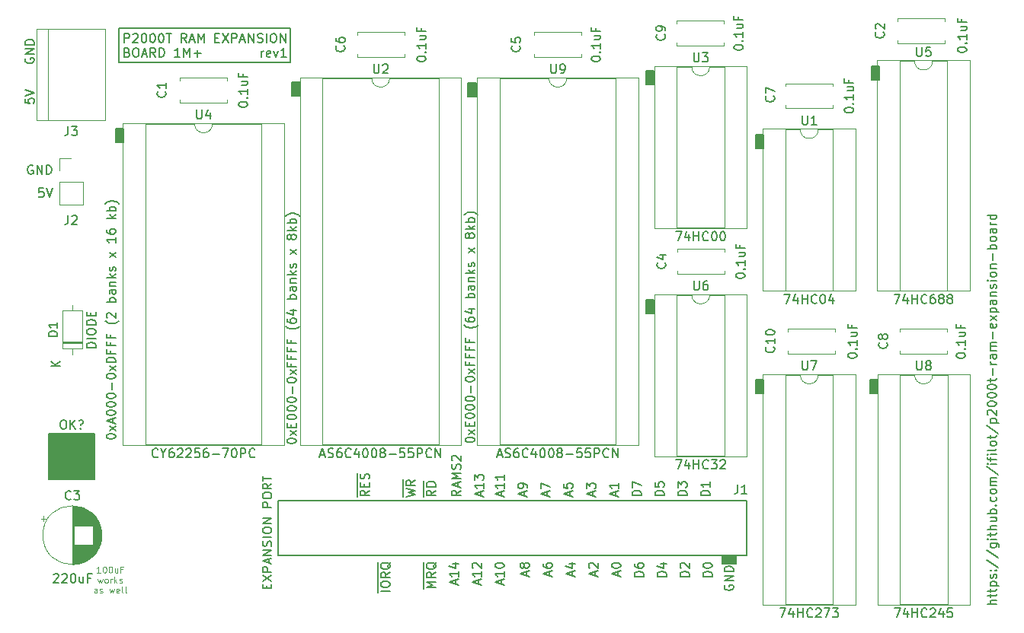
<source format=gbr>
%TF.GenerationSoftware,KiCad,Pcbnew,8.0.2*%
%TF.CreationDate,2024-05-20T09:04:44+02:00*%
%TF.ProjectId,p2000t-ram-expansion-board-1056kb,70323030-3074-42d7-9261-6d2d65787061,1*%
%TF.SameCoordinates,Original*%
%TF.FileFunction,Legend,Top*%
%TF.FilePolarity,Positive*%
%FSLAX46Y46*%
G04 Gerber Fmt 4.6, Leading zero omitted, Abs format (unit mm)*
G04 Created by KiCad (PCBNEW 8.0.2) date 2024-05-20 09:04:44*
%MOMM*%
%LPD*%
G01*
G04 APERTURE LIST*
%ADD10C,0.150000*%
%ADD11C,0.100000*%
%ADD12C,0.120000*%
G04 APERTURE END LIST*
D10*
X70040500Y-29718000D02*
X70929500Y-29718000D01*
X70929500Y-31242000D01*
X70040500Y-31242000D01*
X70040500Y-29718000D01*
G36*
X70040500Y-29718000D02*
G01*
X70929500Y-29718000D01*
X70929500Y-31242000D01*
X70040500Y-31242000D01*
X70040500Y-29718000D01*
G37*
X30861000Y-34798000D02*
X31750000Y-34798000D01*
X31750000Y-36322000D01*
X30861000Y-36322000D01*
X30861000Y-34798000D01*
G36*
X30861000Y-34798000D02*
G01*
X31750000Y-34798000D01*
X31750000Y-36322000D01*
X30861000Y-36322000D01*
X30861000Y-34798000D01*
G37*
X98298000Y-82296000D02*
X99822000Y-82296000D01*
X99822000Y-83185000D01*
X98298000Y-83185000D01*
X98298000Y-82296000D01*
G36*
X98298000Y-82296000D02*
G01*
X99822000Y-82296000D01*
X99822000Y-83185000D01*
X98298000Y-83185000D01*
X98298000Y-82296000D01*
G37*
X101981000Y-35433000D02*
X102870000Y-35433000D01*
X102870000Y-36957000D01*
X101981000Y-36957000D01*
X101981000Y-35433000D01*
G36*
X101981000Y-35433000D02*
G01*
X102870000Y-35433000D01*
X102870000Y-36957000D01*
X101981000Y-36957000D01*
X101981000Y-35433000D01*
G37*
X23420000Y-68710000D02*
X28500000Y-68710000D01*
X28500000Y-73790000D01*
X23420000Y-73790000D01*
X23420000Y-68710000D01*
G36*
X23420000Y-68710000D02*
G01*
X28500000Y-68710000D01*
X28500000Y-73790000D01*
X23420000Y-73790000D01*
X23420000Y-68710000D01*
G37*
X114871500Y-27813000D02*
X115760500Y-27813000D01*
X115760500Y-29337000D01*
X114871500Y-29337000D01*
X114871500Y-27813000D01*
G36*
X114871500Y-27813000D02*
G01*
X115760500Y-27813000D01*
X115760500Y-29337000D01*
X114871500Y-29337000D01*
X114871500Y-27813000D01*
G37*
X89789000Y-28321000D02*
X90678000Y-28321000D01*
X90678000Y-29845000D01*
X89789000Y-29845000D01*
X89789000Y-28321000D01*
G36*
X89789000Y-28321000D02*
G01*
X90678000Y-28321000D01*
X90678000Y-29845000D01*
X89789000Y-29845000D01*
X89789000Y-28321000D01*
G37*
X101981000Y-62738000D02*
X102870000Y-62738000D01*
X102870000Y-64262000D01*
X101981000Y-64262000D01*
X101981000Y-62738000D01*
G36*
X101981000Y-62738000D02*
G01*
X102870000Y-62738000D01*
X102870000Y-64262000D01*
X101981000Y-64262000D01*
X101981000Y-62738000D01*
G37*
X50482500Y-29591000D02*
X51371500Y-29591000D01*
X51371500Y-31115000D01*
X50482500Y-31115000D01*
X50482500Y-29591000D01*
G36*
X50482500Y-29591000D02*
G01*
X51371500Y-29591000D01*
X51371500Y-31115000D01*
X50482500Y-31115000D01*
X50482500Y-29591000D01*
G37*
X89789000Y-53848000D02*
X90678000Y-53848000D01*
X90678000Y-55372000D01*
X89789000Y-55372000D01*
X89789000Y-53848000D01*
G36*
X89789000Y-53848000D02*
G01*
X90678000Y-53848000D01*
X90678000Y-55372000D01*
X89789000Y-55372000D01*
X89789000Y-53848000D01*
G37*
X31242000Y-23622000D02*
X50292000Y-23622000D01*
X50292000Y-27432000D01*
X31242000Y-27432000D01*
X31242000Y-23622000D01*
X114681000Y-62738000D02*
X115570000Y-62738000D01*
X115570000Y-64262000D01*
X114681000Y-64262000D01*
X114681000Y-62738000D01*
G36*
X114681000Y-62738000D02*
G01*
X115570000Y-62738000D01*
X115570000Y-64262000D01*
X114681000Y-64262000D01*
X114681000Y-62738000D01*
G37*
X48938000Y-76200000D02*
X101008000Y-76200000D01*
X101008000Y-82296000D01*
X48938000Y-82296000D01*
X48938000Y-76200000D01*
X66410819Y-75037792D02*
X65934628Y-75371125D01*
X66410819Y-75609220D02*
X65410819Y-75609220D01*
X65410819Y-75609220D02*
X65410819Y-75228268D01*
X65410819Y-75228268D02*
X65458438Y-75133030D01*
X65458438Y-75133030D02*
X65506057Y-75085411D01*
X65506057Y-75085411D02*
X65601295Y-75037792D01*
X65601295Y-75037792D02*
X65744152Y-75037792D01*
X65744152Y-75037792D02*
X65839390Y-75085411D01*
X65839390Y-75085411D02*
X65887009Y-75133030D01*
X65887009Y-75133030D02*
X65934628Y-75228268D01*
X65934628Y-75228268D02*
X65934628Y-75609220D01*
X66410819Y-74609220D02*
X65410819Y-74609220D01*
X65410819Y-74609220D02*
X65410819Y-74371125D01*
X65410819Y-74371125D02*
X65458438Y-74228268D01*
X65458438Y-74228268D02*
X65553676Y-74133030D01*
X65553676Y-74133030D02*
X65648914Y-74085411D01*
X65648914Y-74085411D02*
X65839390Y-74037792D01*
X65839390Y-74037792D02*
X65982247Y-74037792D01*
X65982247Y-74037792D02*
X66172723Y-74085411D01*
X66172723Y-74085411D02*
X66267961Y-74133030D01*
X66267961Y-74133030D02*
X66363200Y-74228268D01*
X66363200Y-74228268D02*
X66410819Y-74371125D01*
X66410819Y-74371125D02*
X66410819Y-74609220D01*
X65133200Y-75747316D02*
X65133200Y-73947316D01*
X63124819Y-75704458D02*
X64124819Y-75466363D01*
X64124819Y-75466363D02*
X63410533Y-75275887D01*
X63410533Y-75275887D02*
X64124819Y-75085411D01*
X64124819Y-75085411D02*
X63124819Y-74847316D01*
X64124819Y-73894935D02*
X63648628Y-74228268D01*
X64124819Y-74466363D02*
X63124819Y-74466363D01*
X63124819Y-74466363D02*
X63124819Y-74085411D01*
X63124819Y-74085411D02*
X63172438Y-73990173D01*
X63172438Y-73990173D02*
X63220057Y-73942554D01*
X63220057Y-73942554D02*
X63315295Y-73894935D01*
X63315295Y-73894935D02*
X63458152Y-73894935D01*
X63458152Y-73894935D02*
X63553390Y-73942554D01*
X63553390Y-73942554D02*
X63601009Y-73990173D01*
X63601009Y-73990173D02*
X63648628Y-74085411D01*
X63648628Y-74085411D02*
X63648628Y-74466363D01*
X62847200Y-75747316D02*
X62847200Y-73804459D01*
X79079104Y-84521731D02*
X79079104Y-84045541D01*
X79364819Y-84616969D02*
X78364819Y-84283636D01*
X78364819Y-84283636D02*
X79364819Y-83950303D01*
X78364819Y-83188398D02*
X78364819Y-83378874D01*
X78364819Y-83378874D02*
X78412438Y-83474112D01*
X78412438Y-83474112D02*
X78460057Y-83521731D01*
X78460057Y-83521731D02*
X78602914Y-83616969D01*
X78602914Y-83616969D02*
X78793390Y-83664588D01*
X78793390Y-83664588D02*
X79174342Y-83664588D01*
X79174342Y-83664588D02*
X79269580Y-83616969D01*
X79269580Y-83616969D02*
X79317200Y-83569350D01*
X79317200Y-83569350D02*
X79364819Y-83474112D01*
X79364819Y-83474112D02*
X79364819Y-83283636D01*
X79364819Y-83283636D02*
X79317200Y-83188398D01*
X79317200Y-83188398D02*
X79269580Y-83140779D01*
X79269580Y-83140779D02*
X79174342Y-83093160D01*
X79174342Y-83093160D02*
X78936247Y-83093160D01*
X78936247Y-83093160D02*
X78841009Y-83140779D01*
X78841009Y-83140779D02*
X78793390Y-83188398D01*
X78793390Y-83188398D02*
X78745771Y-83283636D01*
X78745771Y-83283636D02*
X78745771Y-83474112D01*
X78745771Y-83474112D02*
X78793390Y-83569350D01*
X78793390Y-83569350D02*
X78841009Y-83616969D01*
X78841009Y-83616969D02*
X78936247Y-83664588D01*
X47072779Y-26793819D02*
X47072779Y-26127152D01*
X47072779Y-26317628D02*
X47120398Y-26222390D01*
X47120398Y-26222390D02*
X47168017Y-26174771D01*
X47168017Y-26174771D02*
X47263255Y-26127152D01*
X47263255Y-26127152D02*
X47358493Y-26127152D01*
X48072779Y-26746200D02*
X47977541Y-26793819D01*
X47977541Y-26793819D02*
X47787065Y-26793819D01*
X47787065Y-26793819D02*
X47691827Y-26746200D01*
X47691827Y-26746200D02*
X47644208Y-26650961D01*
X47644208Y-26650961D02*
X47644208Y-26270009D01*
X47644208Y-26270009D02*
X47691827Y-26174771D01*
X47691827Y-26174771D02*
X47787065Y-26127152D01*
X47787065Y-26127152D02*
X47977541Y-26127152D01*
X47977541Y-26127152D02*
X48072779Y-26174771D01*
X48072779Y-26174771D02*
X48120398Y-26270009D01*
X48120398Y-26270009D02*
X48120398Y-26365247D01*
X48120398Y-26365247D02*
X47644208Y-26460485D01*
X48453732Y-26127152D02*
X48691827Y-26793819D01*
X48691827Y-26793819D02*
X48929922Y-26127152D01*
X49834684Y-26793819D02*
X49263256Y-26793819D01*
X49548970Y-26793819D02*
X49548970Y-25793819D01*
X49548970Y-25793819D02*
X49453732Y-25936676D01*
X49453732Y-25936676D02*
X49358494Y-26031914D01*
X49358494Y-26031914D02*
X49263256Y-26079533D01*
X73745104Y-75656839D02*
X73745104Y-75180649D01*
X74030819Y-75752077D02*
X73030819Y-75418744D01*
X73030819Y-75418744D02*
X74030819Y-75085411D01*
X74030819Y-74228268D02*
X74030819Y-74799696D01*
X74030819Y-74513982D02*
X73030819Y-74513982D01*
X73030819Y-74513982D02*
X73173676Y-74609220D01*
X73173676Y-74609220D02*
X73268914Y-74704458D01*
X73268914Y-74704458D02*
X73316533Y-74799696D01*
X74030819Y-73275887D02*
X74030819Y-73847315D01*
X74030819Y-73561601D02*
X73030819Y-73561601D01*
X73030819Y-73561601D02*
X73173676Y-73656839D01*
X73173676Y-73656839D02*
X73268914Y-73752077D01*
X73268914Y-73752077D02*
X73316533Y-73847315D01*
X61330819Y-86236016D02*
X60330819Y-86236016D01*
X60330819Y-85569350D02*
X60330819Y-85378874D01*
X60330819Y-85378874D02*
X60378438Y-85283636D01*
X60378438Y-85283636D02*
X60473676Y-85188398D01*
X60473676Y-85188398D02*
X60664152Y-85140779D01*
X60664152Y-85140779D02*
X60997485Y-85140779D01*
X60997485Y-85140779D02*
X61187961Y-85188398D01*
X61187961Y-85188398D02*
X61283200Y-85283636D01*
X61283200Y-85283636D02*
X61330819Y-85378874D01*
X61330819Y-85378874D02*
X61330819Y-85569350D01*
X61330819Y-85569350D02*
X61283200Y-85664588D01*
X61283200Y-85664588D02*
X61187961Y-85759826D01*
X61187961Y-85759826D02*
X60997485Y-85807445D01*
X60997485Y-85807445D02*
X60664152Y-85807445D01*
X60664152Y-85807445D02*
X60473676Y-85759826D01*
X60473676Y-85759826D02*
X60378438Y-85664588D01*
X60378438Y-85664588D02*
X60330819Y-85569350D01*
X61330819Y-84140779D02*
X60854628Y-84474112D01*
X61330819Y-84712207D02*
X60330819Y-84712207D01*
X60330819Y-84712207D02*
X60330819Y-84331255D01*
X60330819Y-84331255D02*
X60378438Y-84236017D01*
X60378438Y-84236017D02*
X60426057Y-84188398D01*
X60426057Y-84188398D02*
X60521295Y-84140779D01*
X60521295Y-84140779D02*
X60664152Y-84140779D01*
X60664152Y-84140779D02*
X60759390Y-84188398D01*
X60759390Y-84188398D02*
X60807009Y-84236017D01*
X60807009Y-84236017D02*
X60854628Y-84331255D01*
X60854628Y-84331255D02*
X60854628Y-84712207D01*
X61426057Y-83045541D02*
X61378438Y-83140779D01*
X61378438Y-83140779D02*
X61283200Y-83236017D01*
X61283200Y-83236017D02*
X61140342Y-83378874D01*
X61140342Y-83378874D02*
X61092723Y-83474112D01*
X61092723Y-83474112D02*
X61092723Y-83569350D01*
X61330819Y-83521731D02*
X61283200Y-83616969D01*
X61283200Y-83616969D02*
X61187961Y-83712207D01*
X61187961Y-83712207D02*
X60997485Y-83759826D01*
X60997485Y-83759826D02*
X60664152Y-83759826D01*
X60664152Y-83759826D02*
X60473676Y-83712207D01*
X60473676Y-83712207D02*
X60378438Y-83616969D01*
X60378438Y-83616969D02*
X60330819Y-83521731D01*
X60330819Y-83521731D02*
X60330819Y-83331255D01*
X60330819Y-83331255D02*
X60378438Y-83236017D01*
X60378438Y-83236017D02*
X60473676Y-83140779D01*
X60473676Y-83140779D02*
X60664152Y-83093160D01*
X60664152Y-83093160D02*
X60997485Y-83093160D01*
X60997485Y-83093160D02*
X61187961Y-83140779D01*
X61187961Y-83140779D02*
X61283200Y-83236017D01*
X61283200Y-83236017D02*
X61330819Y-83331255D01*
X61330819Y-83331255D02*
X61330819Y-83521731D01*
X60053200Y-86374112D02*
X60053200Y-83002684D01*
X86699104Y-84521731D02*
X86699104Y-84045541D01*
X86984819Y-84616969D02*
X85984819Y-84283636D01*
X85984819Y-84283636D02*
X86984819Y-83950303D01*
X85984819Y-83426493D02*
X85984819Y-83331255D01*
X85984819Y-83331255D02*
X86032438Y-83236017D01*
X86032438Y-83236017D02*
X86080057Y-83188398D01*
X86080057Y-83188398D02*
X86175295Y-83140779D01*
X86175295Y-83140779D02*
X86365771Y-83093160D01*
X86365771Y-83093160D02*
X86603866Y-83093160D01*
X86603866Y-83093160D02*
X86794342Y-83140779D01*
X86794342Y-83140779D02*
X86889580Y-83188398D01*
X86889580Y-83188398D02*
X86937200Y-83236017D01*
X86937200Y-83236017D02*
X86984819Y-83331255D01*
X86984819Y-83331255D02*
X86984819Y-83426493D01*
X86984819Y-83426493D02*
X86937200Y-83521731D01*
X86937200Y-83521731D02*
X86889580Y-83569350D01*
X86889580Y-83569350D02*
X86794342Y-83616969D01*
X86794342Y-83616969D02*
X86603866Y-83664588D01*
X86603866Y-83664588D02*
X86365771Y-83664588D01*
X86365771Y-83664588D02*
X86175295Y-83616969D01*
X86175295Y-83616969D02*
X86080057Y-83569350D01*
X86080057Y-83569350D02*
X86032438Y-83521731D01*
X86032438Y-83521731D02*
X85984819Y-83426493D01*
X96890819Y-75609220D02*
X95890819Y-75609220D01*
X95890819Y-75609220D02*
X95890819Y-75371125D01*
X95890819Y-75371125D02*
X95938438Y-75228268D01*
X95938438Y-75228268D02*
X96033676Y-75133030D01*
X96033676Y-75133030D02*
X96128914Y-75085411D01*
X96128914Y-75085411D02*
X96319390Y-75037792D01*
X96319390Y-75037792D02*
X96462247Y-75037792D01*
X96462247Y-75037792D02*
X96652723Y-75085411D01*
X96652723Y-75085411D02*
X96747961Y-75133030D01*
X96747961Y-75133030D02*
X96843200Y-75228268D01*
X96843200Y-75228268D02*
X96890819Y-75371125D01*
X96890819Y-75371125D02*
X96890819Y-75609220D01*
X96890819Y-74085411D02*
X96890819Y-74656839D01*
X96890819Y-74371125D02*
X95890819Y-74371125D01*
X95890819Y-74371125D02*
X96033676Y-74466363D01*
X96033676Y-74466363D02*
X96128914Y-74561601D01*
X96128914Y-74561601D02*
X96176533Y-74656839D01*
X71205104Y-85474112D02*
X71205104Y-84997922D01*
X71490819Y-85569350D02*
X70490819Y-85236017D01*
X70490819Y-85236017D02*
X71490819Y-84902684D01*
X71490819Y-84045541D02*
X71490819Y-84616969D01*
X71490819Y-84331255D02*
X70490819Y-84331255D01*
X70490819Y-84331255D02*
X70633676Y-84426493D01*
X70633676Y-84426493D02*
X70728914Y-84521731D01*
X70728914Y-84521731D02*
X70776533Y-84616969D01*
X70586057Y-83664588D02*
X70538438Y-83616969D01*
X70538438Y-83616969D02*
X70490819Y-83521731D01*
X70490819Y-83521731D02*
X70490819Y-83283636D01*
X70490819Y-83283636D02*
X70538438Y-83188398D01*
X70538438Y-83188398D02*
X70586057Y-83140779D01*
X70586057Y-83140779D02*
X70681295Y-83093160D01*
X70681295Y-83093160D02*
X70776533Y-83093160D01*
X70776533Y-83093160D02*
X70919390Y-83140779D01*
X70919390Y-83140779D02*
X71490819Y-83712207D01*
X71490819Y-83712207D02*
X71490819Y-83093160D01*
X22849077Y-41404819D02*
X22372887Y-41404819D01*
X22372887Y-41404819D02*
X22325268Y-41881009D01*
X22325268Y-41881009D02*
X22372887Y-41833390D01*
X22372887Y-41833390D02*
X22468125Y-41785771D01*
X22468125Y-41785771D02*
X22706220Y-41785771D01*
X22706220Y-41785771D02*
X22801458Y-41833390D01*
X22801458Y-41833390D02*
X22849077Y-41881009D01*
X22849077Y-41881009D02*
X22896696Y-41976247D01*
X22896696Y-41976247D02*
X22896696Y-42214342D01*
X22896696Y-42214342D02*
X22849077Y-42309580D01*
X22849077Y-42309580D02*
X22801458Y-42357200D01*
X22801458Y-42357200D02*
X22706220Y-42404819D01*
X22706220Y-42404819D02*
X22468125Y-42404819D01*
X22468125Y-42404819D02*
X22372887Y-42357200D01*
X22372887Y-42357200D02*
X22325268Y-42309580D01*
X23182411Y-41404819D02*
X23515744Y-42404819D01*
X23515744Y-42404819D02*
X23849077Y-41404819D01*
X69735819Y-69442744D02*
X69735819Y-69347506D01*
X69735819Y-69347506D02*
X69783438Y-69252268D01*
X69783438Y-69252268D02*
X69831057Y-69204649D01*
X69831057Y-69204649D02*
X69926295Y-69157030D01*
X69926295Y-69157030D02*
X70116771Y-69109411D01*
X70116771Y-69109411D02*
X70354866Y-69109411D01*
X70354866Y-69109411D02*
X70545342Y-69157030D01*
X70545342Y-69157030D02*
X70640580Y-69204649D01*
X70640580Y-69204649D02*
X70688200Y-69252268D01*
X70688200Y-69252268D02*
X70735819Y-69347506D01*
X70735819Y-69347506D02*
X70735819Y-69442744D01*
X70735819Y-69442744D02*
X70688200Y-69537982D01*
X70688200Y-69537982D02*
X70640580Y-69585601D01*
X70640580Y-69585601D02*
X70545342Y-69633220D01*
X70545342Y-69633220D02*
X70354866Y-69680839D01*
X70354866Y-69680839D02*
X70116771Y-69680839D01*
X70116771Y-69680839D02*
X69926295Y-69633220D01*
X69926295Y-69633220D02*
X69831057Y-69585601D01*
X69831057Y-69585601D02*
X69783438Y-69537982D01*
X69783438Y-69537982D02*
X69735819Y-69442744D01*
X70735819Y-68776077D02*
X70069152Y-68252268D01*
X70069152Y-68776077D02*
X70735819Y-68252268D01*
X70212009Y-67871315D02*
X70212009Y-67537982D01*
X70735819Y-67395125D02*
X70735819Y-67871315D01*
X70735819Y-67871315D02*
X69735819Y-67871315D01*
X69735819Y-67871315D02*
X69735819Y-67395125D01*
X69735819Y-66776077D02*
X69735819Y-66680839D01*
X69735819Y-66680839D02*
X69783438Y-66585601D01*
X69783438Y-66585601D02*
X69831057Y-66537982D01*
X69831057Y-66537982D02*
X69926295Y-66490363D01*
X69926295Y-66490363D02*
X70116771Y-66442744D01*
X70116771Y-66442744D02*
X70354866Y-66442744D01*
X70354866Y-66442744D02*
X70545342Y-66490363D01*
X70545342Y-66490363D02*
X70640580Y-66537982D01*
X70640580Y-66537982D02*
X70688200Y-66585601D01*
X70688200Y-66585601D02*
X70735819Y-66680839D01*
X70735819Y-66680839D02*
X70735819Y-66776077D01*
X70735819Y-66776077D02*
X70688200Y-66871315D01*
X70688200Y-66871315D02*
X70640580Y-66918934D01*
X70640580Y-66918934D02*
X70545342Y-66966553D01*
X70545342Y-66966553D02*
X70354866Y-67014172D01*
X70354866Y-67014172D02*
X70116771Y-67014172D01*
X70116771Y-67014172D02*
X69926295Y-66966553D01*
X69926295Y-66966553D02*
X69831057Y-66918934D01*
X69831057Y-66918934D02*
X69783438Y-66871315D01*
X69783438Y-66871315D02*
X69735819Y-66776077D01*
X69735819Y-65823696D02*
X69735819Y-65728458D01*
X69735819Y-65728458D02*
X69783438Y-65633220D01*
X69783438Y-65633220D02*
X69831057Y-65585601D01*
X69831057Y-65585601D02*
X69926295Y-65537982D01*
X69926295Y-65537982D02*
X70116771Y-65490363D01*
X70116771Y-65490363D02*
X70354866Y-65490363D01*
X70354866Y-65490363D02*
X70545342Y-65537982D01*
X70545342Y-65537982D02*
X70640580Y-65585601D01*
X70640580Y-65585601D02*
X70688200Y-65633220D01*
X70688200Y-65633220D02*
X70735819Y-65728458D01*
X70735819Y-65728458D02*
X70735819Y-65823696D01*
X70735819Y-65823696D02*
X70688200Y-65918934D01*
X70688200Y-65918934D02*
X70640580Y-65966553D01*
X70640580Y-65966553D02*
X70545342Y-66014172D01*
X70545342Y-66014172D02*
X70354866Y-66061791D01*
X70354866Y-66061791D02*
X70116771Y-66061791D01*
X70116771Y-66061791D02*
X69926295Y-66014172D01*
X69926295Y-66014172D02*
X69831057Y-65966553D01*
X69831057Y-65966553D02*
X69783438Y-65918934D01*
X69783438Y-65918934D02*
X69735819Y-65823696D01*
X69735819Y-64871315D02*
X69735819Y-64776077D01*
X69735819Y-64776077D02*
X69783438Y-64680839D01*
X69783438Y-64680839D02*
X69831057Y-64633220D01*
X69831057Y-64633220D02*
X69926295Y-64585601D01*
X69926295Y-64585601D02*
X70116771Y-64537982D01*
X70116771Y-64537982D02*
X70354866Y-64537982D01*
X70354866Y-64537982D02*
X70545342Y-64585601D01*
X70545342Y-64585601D02*
X70640580Y-64633220D01*
X70640580Y-64633220D02*
X70688200Y-64680839D01*
X70688200Y-64680839D02*
X70735819Y-64776077D01*
X70735819Y-64776077D02*
X70735819Y-64871315D01*
X70735819Y-64871315D02*
X70688200Y-64966553D01*
X70688200Y-64966553D02*
X70640580Y-65014172D01*
X70640580Y-65014172D02*
X70545342Y-65061791D01*
X70545342Y-65061791D02*
X70354866Y-65109410D01*
X70354866Y-65109410D02*
X70116771Y-65109410D01*
X70116771Y-65109410D02*
X69926295Y-65061791D01*
X69926295Y-65061791D02*
X69831057Y-65014172D01*
X69831057Y-65014172D02*
X69783438Y-64966553D01*
X69783438Y-64966553D02*
X69735819Y-64871315D01*
X70354866Y-64109410D02*
X70354866Y-63347506D01*
X69735819Y-62680839D02*
X69735819Y-62585601D01*
X69735819Y-62585601D02*
X69783438Y-62490363D01*
X69783438Y-62490363D02*
X69831057Y-62442744D01*
X69831057Y-62442744D02*
X69926295Y-62395125D01*
X69926295Y-62395125D02*
X70116771Y-62347506D01*
X70116771Y-62347506D02*
X70354866Y-62347506D01*
X70354866Y-62347506D02*
X70545342Y-62395125D01*
X70545342Y-62395125D02*
X70640580Y-62442744D01*
X70640580Y-62442744D02*
X70688200Y-62490363D01*
X70688200Y-62490363D02*
X70735819Y-62585601D01*
X70735819Y-62585601D02*
X70735819Y-62680839D01*
X70735819Y-62680839D02*
X70688200Y-62776077D01*
X70688200Y-62776077D02*
X70640580Y-62823696D01*
X70640580Y-62823696D02*
X70545342Y-62871315D01*
X70545342Y-62871315D02*
X70354866Y-62918934D01*
X70354866Y-62918934D02*
X70116771Y-62918934D01*
X70116771Y-62918934D02*
X69926295Y-62871315D01*
X69926295Y-62871315D02*
X69831057Y-62823696D01*
X69831057Y-62823696D02*
X69783438Y-62776077D01*
X69783438Y-62776077D02*
X69735819Y-62680839D01*
X70735819Y-62014172D02*
X70069152Y-61490363D01*
X70069152Y-62014172D02*
X70735819Y-61490363D01*
X70212009Y-60776077D02*
X70212009Y-61109410D01*
X70735819Y-61109410D02*
X69735819Y-61109410D01*
X69735819Y-61109410D02*
X69735819Y-60633220D01*
X70212009Y-59918934D02*
X70212009Y-60252267D01*
X70735819Y-60252267D02*
X69735819Y-60252267D01*
X69735819Y-60252267D02*
X69735819Y-59776077D01*
X70212009Y-59061791D02*
X70212009Y-59395124D01*
X70735819Y-59395124D02*
X69735819Y-59395124D01*
X69735819Y-59395124D02*
X69735819Y-58918934D01*
X70212009Y-58204648D02*
X70212009Y-58537981D01*
X70735819Y-58537981D02*
X69735819Y-58537981D01*
X69735819Y-58537981D02*
X69735819Y-58061791D01*
X71116771Y-56633219D02*
X71069152Y-56680838D01*
X71069152Y-56680838D02*
X70926295Y-56776076D01*
X70926295Y-56776076D02*
X70831057Y-56823695D01*
X70831057Y-56823695D02*
X70688200Y-56871314D01*
X70688200Y-56871314D02*
X70450104Y-56918933D01*
X70450104Y-56918933D02*
X70259628Y-56918933D01*
X70259628Y-56918933D02*
X70021533Y-56871314D01*
X70021533Y-56871314D02*
X69878676Y-56823695D01*
X69878676Y-56823695D02*
X69783438Y-56776076D01*
X69783438Y-56776076D02*
X69640580Y-56680838D01*
X69640580Y-56680838D02*
X69592961Y-56633219D01*
X69735819Y-55823695D02*
X69735819Y-56014171D01*
X69735819Y-56014171D02*
X69783438Y-56109409D01*
X69783438Y-56109409D02*
X69831057Y-56157028D01*
X69831057Y-56157028D02*
X69973914Y-56252266D01*
X69973914Y-56252266D02*
X70164390Y-56299885D01*
X70164390Y-56299885D02*
X70545342Y-56299885D01*
X70545342Y-56299885D02*
X70640580Y-56252266D01*
X70640580Y-56252266D02*
X70688200Y-56204647D01*
X70688200Y-56204647D02*
X70735819Y-56109409D01*
X70735819Y-56109409D02*
X70735819Y-55918933D01*
X70735819Y-55918933D02*
X70688200Y-55823695D01*
X70688200Y-55823695D02*
X70640580Y-55776076D01*
X70640580Y-55776076D02*
X70545342Y-55728457D01*
X70545342Y-55728457D02*
X70307247Y-55728457D01*
X70307247Y-55728457D02*
X70212009Y-55776076D01*
X70212009Y-55776076D02*
X70164390Y-55823695D01*
X70164390Y-55823695D02*
X70116771Y-55918933D01*
X70116771Y-55918933D02*
X70116771Y-56109409D01*
X70116771Y-56109409D02*
X70164390Y-56204647D01*
X70164390Y-56204647D02*
X70212009Y-56252266D01*
X70212009Y-56252266D02*
X70307247Y-56299885D01*
X70069152Y-54871314D02*
X70735819Y-54871314D01*
X69688200Y-55109409D02*
X70402485Y-55347504D01*
X70402485Y-55347504D02*
X70402485Y-54728457D01*
X70735819Y-53585599D02*
X69735819Y-53585599D01*
X70116771Y-53585599D02*
X70069152Y-53490361D01*
X70069152Y-53490361D02*
X70069152Y-53299885D01*
X70069152Y-53299885D02*
X70116771Y-53204647D01*
X70116771Y-53204647D02*
X70164390Y-53157028D01*
X70164390Y-53157028D02*
X70259628Y-53109409D01*
X70259628Y-53109409D02*
X70545342Y-53109409D01*
X70545342Y-53109409D02*
X70640580Y-53157028D01*
X70640580Y-53157028D02*
X70688200Y-53204647D01*
X70688200Y-53204647D02*
X70735819Y-53299885D01*
X70735819Y-53299885D02*
X70735819Y-53490361D01*
X70735819Y-53490361D02*
X70688200Y-53585599D01*
X70735819Y-52252266D02*
X70212009Y-52252266D01*
X70212009Y-52252266D02*
X70116771Y-52299885D01*
X70116771Y-52299885D02*
X70069152Y-52395123D01*
X70069152Y-52395123D02*
X70069152Y-52585599D01*
X70069152Y-52585599D02*
X70116771Y-52680837D01*
X70688200Y-52252266D02*
X70735819Y-52347504D01*
X70735819Y-52347504D02*
X70735819Y-52585599D01*
X70735819Y-52585599D02*
X70688200Y-52680837D01*
X70688200Y-52680837D02*
X70592961Y-52728456D01*
X70592961Y-52728456D02*
X70497723Y-52728456D01*
X70497723Y-52728456D02*
X70402485Y-52680837D01*
X70402485Y-52680837D02*
X70354866Y-52585599D01*
X70354866Y-52585599D02*
X70354866Y-52347504D01*
X70354866Y-52347504D02*
X70307247Y-52252266D01*
X70069152Y-51776075D02*
X70735819Y-51776075D01*
X70164390Y-51776075D02*
X70116771Y-51728456D01*
X70116771Y-51728456D02*
X70069152Y-51633218D01*
X70069152Y-51633218D02*
X70069152Y-51490361D01*
X70069152Y-51490361D02*
X70116771Y-51395123D01*
X70116771Y-51395123D02*
X70212009Y-51347504D01*
X70212009Y-51347504D02*
X70735819Y-51347504D01*
X70735819Y-50871313D02*
X69735819Y-50871313D01*
X70354866Y-50776075D02*
X70735819Y-50490361D01*
X70069152Y-50490361D02*
X70450104Y-50871313D01*
X70688200Y-50109408D02*
X70735819Y-50014170D01*
X70735819Y-50014170D02*
X70735819Y-49823694D01*
X70735819Y-49823694D02*
X70688200Y-49728456D01*
X70688200Y-49728456D02*
X70592961Y-49680837D01*
X70592961Y-49680837D02*
X70545342Y-49680837D01*
X70545342Y-49680837D02*
X70450104Y-49728456D01*
X70450104Y-49728456D02*
X70402485Y-49823694D01*
X70402485Y-49823694D02*
X70402485Y-49966551D01*
X70402485Y-49966551D02*
X70354866Y-50061789D01*
X70354866Y-50061789D02*
X70259628Y-50109408D01*
X70259628Y-50109408D02*
X70212009Y-50109408D01*
X70212009Y-50109408D02*
X70116771Y-50061789D01*
X70116771Y-50061789D02*
X70069152Y-49966551D01*
X70069152Y-49966551D02*
X70069152Y-49823694D01*
X70069152Y-49823694D02*
X70116771Y-49728456D01*
X70735819Y-48585598D02*
X70069152Y-48061789D01*
X70069152Y-48585598D02*
X70735819Y-48061789D01*
X70164390Y-46776074D02*
X70116771Y-46871312D01*
X70116771Y-46871312D02*
X70069152Y-46918931D01*
X70069152Y-46918931D02*
X69973914Y-46966550D01*
X69973914Y-46966550D02*
X69926295Y-46966550D01*
X69926295Y-46966550D02*
X69831057Y-46918931D01*
X69831057Y-46918931D02*
X69783438Y-46871312D01*
X69783438Y-46871312D02*
X69735819Y-46776074D01*
X69735819Y-46776074D02*
X69735819Y-46585598D01*
X69735819Y-46585598D02*
X69783438Y-46490360D01*
X69783438Y-46490360D02*
X69831057Y-46442741D01*
X69831057Y-46442741D02*
X69926295Y-46395122D01*
X69926295Y-46395122D02*
X69973914Y-46395122D01*
X69973914Y-46395122D02*
X70069152Y-46442741D01*
X70069152Y-46442741D02*
X70116771Y-46490360D01*
X70116771Y-46490360D02*
X70164390Y-46585598D01*
X70164390Y-46585598D02*
X70164390Y-46776074D01*
X70164390Y-46776074D02*
X70212009Y-46871312D01*
X70212009Y-46871312D02*
X70259628Y-46918931D01*
X70259628Y-46918931D02*
X70354866Y-46966550D01*
X70354866Y-46966550D02*
X70545342Y-46966550D01*
X70545342Y-46966550D02*
X70640580Y-46918931D01*
X70640580Y-46918931D02*
X70688200Y-46871312D01*
X70688200Y-46871312D02*
X70735819Y-46776074D01*
X70735819Y-46776074D02*
X70735819Y-46585598D01*
X70735819Y-46585598D02*
X70688200Y-46490360D01*
X70688200Y-46490360D02*
X70640580Y-46442741D01*
X70640580Y-46442741D02*
X70545342Y-46395122D01*
X70545342Y-46395122D02*
X70354866Y-46395122D01*
X70354866Y-46395122D02*
X70259628Y-46442741D01*
X70259628Y-46442741D02*
X70212009Y-46490360D01*
X70212009Y-46490360D02*
X70164390Y-46585598D01*
X70735819Y-45966550D02*
X69735819Y-45966550D01*
X70354866Y-45871312D02*
X70735819Y-45585598D01*
X70069152Y-45585598D02*
X70450104Y-45966550D01*
X70735819Y-45157026D02*
X69735819Y-45157026D01*
X70116771Y-45157026D02*
X70069152Y-45061788D01*
X70069152Y-45061788D02*
X70069152Y-44871312D01*
X70069152Y-44871312D02*
X70116771Y-44776074D01*
X70116771Y-44776074D02*
X70164390Y-44728455D01*
X70164390Y-44728455D02*
X70259628Y-44680836D01*
X70259628Y-44680836D02*
X70545342Y-44680836D01*
X70545342Y-44680836D02*
X70640580Y-44728455D01*
X70640580Y-44728455D02*
X70688200Y-44776074D01*
X70688200Y-44776074D02*
X70735819Y-44871312D01*
X70735819Y-44871312D02*
X70735819Y-45061788D01*
X70735819Y-45061788D02*
X70688200Y-45157026D01*
X71116771Y-44347502D02*
X71069152Y-44299883D01*
X71069152Y-44299883D02*
X70926295Y-44204645D01*
X70926295Y-44204645D02*
X70831057Y-44157026D01*
X70831057Y-44157026D02*
X70688200Y-44109407D01*
X70688200Y-44109407D02*
X70450104Y-44061788D01*
X70450104Y-44061788D02*
X70259628Y-44061788D01*
X70259628Y-44061788D02*
X70021533Y-44109407D01*
X70021533Y-44109407D02*
X69878676Y-44157026D01*
X69878676Y-44157026D02*
X69783438Y-44204645D01*
X69783438Y-44204645D02*
X69640580Y-44299883D01*
X69640580Y-44299883D02*
X69592961Y-44347502D01*
X89524819Y-84616969D02*
X88524819Y-84616969D01*
X88524819Y-84616969D02*
X88524819Y-84378874D01*
X88524819Y-84378874D02*
X88572438Y-84236017D01*
X88572438Y-84236017D02*
X88667676Y-84140779D01*
X88667676Y-84140779D02*
X88762914Y-84093160D01*
X88762914Y-84093160D02*
X88953390Y-84045541D01*
X88953390Y-84045541D02*
X89096247Y-84045541D01*
X89096247Y-84045541D02*
X89286723Y-84093160D01*
X89286723Y-84093160D02*
X89381961Y-84140779D01*
X89381961Y-84140779D02*
X89477200Y-84236017D01*
X89477200Y-84236017D02*
X89524819Y-84378874D01*
X89524819Y-84378874D02*
X89524819Y-84616969D01*
X88524819Y-83188398D02*
X88524819Y-83378874D01*
X88524819Y-83378874D02*
X88572438Y-83474112D01*
X88572438Y-83474112D02*
X88620057Y-83521731D01*
X88620057Y-83521731D02*
X88762914Y-83616969D01*
X88762914Y-83616969D02*
X88953390Y-83664588D01*
X88953390Y-83664588D02*
X89334342Y-83664588D01*
X89334342Y-83664588D02*
X89429580Y-83616969D01*
X89429580Y-83616969D02*
X89477200Y-83569350D01*
X89477200Y-83569350D02*
X89524819Y-83474112D01*
X89524819Y-83474112D02*
X89524819Y-83283636D01*
X89524819Y-83283636D02*
X89477200Y-83188398D01*
X89477200Y-83188398D02*
X89429580Y-83140779D01*
X89429580Y-83140779D02*
X89334342Y-83093160D01*
X89334342Y-83093160D02*
X89096247Y-83093160D01*
X89096247Y-83093160D02*
X89001009Y-83140779D01*
X89001009Y-83140779D02*
X88953390Y-83188398D01*
X88953390Y-83188398D02*
X88905771Y-83283636D01*
X88905771Y-83283636D02*
X88905771Y-83474112D01*
X88905771Y-83474112D02*
X88953390Y-83569350D01*
X88953390Y-83569350D02*
X89001009Y-83616969D01*
X89001009Y-83616969D02*
X89096247Y-83664588D01*
X20807819Y-31442476D02*
X20807819Y-31918666D01*
X20807819Y-31918666D02*
X21284009Y-31966285D01*
X21284009Y-31966285D02*
X21236390Y-31918666D01*
X21236390Y-31918666D02*
X21188771Y-31823428D01*
X21188771Y-31823428D02*
X21188771Y-31585333D01*
X21188771Y-31585333D02*
X21236390Y-31490095D01*
X21236390Y-31490095D02*
X21284009Y-31442476D01*
X21284009Y-31442476D02*
X21379247Y-31394857D01*
X21379247Y-31394857D02*
X21617342Y-31394857D01*
X21617342Y-31394857D02*
X21712580Y-31442476D01*
X21712580Y-31442476D02*
X21760200Y-31490095D01*
X21760200Y-31490095D02*
X21807819Y-31585333D01*
X21807819Y-31585333D02*
X21807819Y-31823428D01*
X21807819Y-31823428D02*
X21760200Y-31918666D01*
X21760200Y-31918666D02*
X21712580Y-31966285D01*
X20807819Y-31109142D02*
X21807819Y-30775809D01*
X21807819Y-30775809D02*
X20807819Y-30442476D01*
X24976190Y-67204819D02*
X25166666Y-67204819D01*
X25166666Y-67204819D02*
X25261904Y-67252438D01*
X25261904Y-67252438D02*
X25357142Y-67347676D01*
X25357142Y-67347676D02*
X25404761Y-67538152D01*
X25404761Y-67538152D02*
X25404761Y-67871485D01*
X25404761Y-67871485D02*
X25357142Y-68061961D01*
X25357142Y-68061961D02*
X25261904Y-68157200D01*
X25261904Y-68157200D02*
X25166666Y-68204819D01*
X25166666Y-68204819D02*
X24976190Y-68204819D01*
X24976190Y-68204819D02*
X24880952Y-68157200D01*
X24880952Y-68157200D02*
X24785714Y-68061961D01*
X24785714Y-68061961D02*
X24738095Y-67871485D01*
X24738095Y-67871485D02*
X24738095Y-67538152D01*
X24738095Y-67538152D02*
X24785714Y-67347676D01*
X24785714Y-67347676D02*
X24880952Y-67252438D01*
X24880952Y-67252438D02*
X24976190Y-67204819D01*
X25833333Y-68204819D02*
X25833333Y-67204819D01*
X26404761Y-68204819D02*
X25976190Y-67633390D01*
X26404761Y-67204819D02*
X25833333Y-67776247D01*
X26976190Y-68109580D02*
X27023809Y-68157200D01*
X27023809Y-68157200D02*
X26976190Y-68204819D01*
X26976190Y-68204819D02*
X26928571Y-68157200D01*
X26928571Y-68157200D02*
X26976190Y-68109580D01*
X26976190Y-68109580D02*
X26976190Y-68204819D01*
X26785714Y-67252438D02*
X26880952Y-67204819D01*
X26880952Y-67204819D02*
X27119047Y-67204819D01*
X27119047Y-67204819D02*
X27214285Y-67252438D01*
X27214285Y-67252438D02*
X27261904Y-67347676D01*
X27261904Y-67347676D02*
X27261904Y-67442914D01*
X27261904Y-67442914D02*
X27214285Y-67538152D01*
X27214285Y-67538152D02*
X27166666Y-67585771D01*
X27166666Y-67585771D02*
X27071428Y-67633390D01*
X27071428Y-67633390D02*
X27023809Y-67681009D01*
X27023809Y-67681009D02*
X26976190Y-67776247D01*
X26976190Y-67776247D02*
X26976190Y-67823866D01*
X81619104Y-84521731D02*
X81619104Y-84045541D01*
X81904819Y-84616969D02*
X80904819Y-84283636D01*
X80904819Y-84283636D02*
X81904819Y-83950303D01*
X81238152Y-83188398D02*
X81904819Y-83188398D01*
X80857200Y-83426493D02*
X81571485Y-83664588D01*
X81571485Y-83664588D02*
X81571485Y-83045541D01*
X20855438Y-26933904D02*
X20807819Y-27029142D01*
X20807819Y-27029142D02*
X20807819Y-27171999D01*
X20807819Y-27171999D02*
X20855438Y-27314856D01*
X20855438Y-27314856D02*
X20950676Y-27410094D01*
X20950676Y-27410094D02*
X21045914Y-27457713D01*
X21045914Y-27457713D02*
X21236390Y-27505332D01*
X21236390Y-27505332D02*
X21379247Y-27505332D01*
X21379247Y-27505332D02*
X21569723Y-27457713D01*
X21569723Y-27457713D02*
X21664961Y-27410094D01*
X21664961Y-27410094D02*
X21760200Y-27314856D01*
X21760200Y-27314856D02*
X21807819Y-27171999D01*
X21807819Y-27171999D02*
X21807819Y-27076761D01*
X21807819Y-27076761D02*
X21760200Y-26933904D01*
X21760200Y-26933904D02*
X21712580Y-26886285D01*
X21712580Y-26886285D02*
X21379247Y-26886285D01*
X21379247Y-26886285D02*
X21379247Y-27076761D01*
X21807819Y-26457713D02*
X20807819Y-26457713D01*
X20807819Y-26457713D02*
X21807819Y-25886285D01*
X21807819Y-25886285D02*
X20807819Y-25886285D01*
X21807819Y-25410094D02*
X20807819Y-25410094D01*
X20807819Y-25410094D02*
X20807819Y-25171999D01*
X20807819Y-25171999D02*
X20855438Y-25029142D01*
X20855438Y-25029142D02*
X20950676Y-24933904D01*
X20950676Y-24933904D02*
X21045914Y-24886285D01*
X21045914Y-24886285D02*
X21236390Y-24838666D01*
X21236390Y-24838666D02*
X21379247Y-24838666D01*
X21379247Y-24838666D02*
X21569723Y-24886285D01*
X21569723Y-24886285D02*
X21664961Y-24933904D01*
X21664961Y-24933904D02*
X21760200Y-25029142D01*
X21760200Y-25029142D02*
X21807819Y-25171999D01*
X21807819Y-25171999D02*
X21807819Y-25410094D01*
X128724819Y-87682857D02*
X127724819Y-87682857D01*
X128724819Y-87254286D02*
X128201009Y-87254286D01*
X128201009Y-87254286D02*
X128105771Y-87301905D01*
X128105771Y-87301905D02*
X128058152Y-87397143D01*
X128058152Y-87397143D02*
X128058152Y-87540000D01*
X128058152Y-87540000D02*
X128105771Y-87635238D01*
X128105771Y-87635238D02*
X128153390Y-87682857D01*
X128058152Y-86920952D02*
X128058152Y-86540000D01*
X127724819Y-86778095D02*
X128581961Y-86778095D01*
X128581961Y-86778095D02*
X128677200Y-86730476D01*
X128677200Y-86730476D02*
X128724819Y-86635238D01*
X128724819Y-86635238D02*
X128724819Y-86540000D01*
X128058152Y-86349523D02*
X128058152Y-85968571D01*
X127724819Y-86206666D02*
X128581961Y-86206666D01*
X128581961Y-86206666D02*
X128677200Y-86159047D01*
X128677200Y-86159047D02*
X128724819Y-86063809D01*
X128724819Y-86063809D02*
X128724819Y-85968571D01*
X128058152Y-85635237D02*
X129058152Y-85635237D01*
X128105771Y-85635237D02*
X128058152Y-85539999D01*
X128058152Y-85539999D02*
X128058152Y-85349523D01*
X128058152Y-85349523D02*
X128105771Y-85254285D01*
X128105771Y-85254285D02*
X128153390Y-85206666D01*
X128153390Y-85206666D02*
X128248628Y-85159047D01*
X128248628Y-85159047D02*
X128534342Y-85159047D01*
X128534342Y-85159047D02*
X128629580Y-85206666D01*
X128629580Y-85206666D02*
X128677200Y-85254285D01*
X128677200Y-85254285D02*
X128724819Y-85349523D01*
X128724819Y-85349523D02*
X128724819Y-85539999D01*
X128724819Y-85539999D02*
X128677200Y-85635237D01*
X128677200Y-84778094D02*
X128724819Y-84682856D01*
X128724819Y-84682856D02*
X128724819Y-84492380D01*
X128724819Y-84492380D02*
X128677200Y-84397142D01*
X128677200Y-84397142D02*
X128581961Y-84349523D01*
X128581961Y-84349523D02*
X128534342Y-84349523D01*
X128534342Y-84349523D02*
X128439104Y-84397142D01*
X128439104Y-84397142D02*
X128391485Y-84492380D01*
X128391485Y-84492380D02*
X128391485Y-84635237D01*
X128391485Y-84635237D02*
X128343866Y-84730475D01*
X128343866Y-84730475D02*
X128248628Y-84778094D01*
X128248628Y-84778094D02*
X128201009Y-84778094D01*
X128201009Y-84778094D02*
X128105771Y-84730475D01*
X128105771Y-84730475D02*
X128058152Y-84635237D01*
X128058152Y-84635237D02*
X128058152Y-84492380D01*
X128058152Y-84492380D02*
X128105771Y-84397142D01*
X128629580Y-83920951D02*
X128677200Y-83873332D01*
X128677200Y-83873332D02*
X128724819Y-83920951D01*
X128724819Y-83920951D02*
X128677200Y-83968570D01*
X128677200Y-83968570D02*
X128629580Y-83920951D01*
X128629580Y-83920951D02*
X128724819Y-83920951D01*
X128105771Y-83920951D02*
X128153390Y-83873332D01*
X128153390Y-83873332D02*
X128201009Y-83920951D01*
X128201009Y-83920951D02*
X128153390Y-83968570D01*
X128153390Y-83968570D02*
X128105771Y-83920951D01*
X128105771Y-83920951D02*
X128201009Y-83920951D01*
X127677200Y-82730476D02*
X128962914Y-83587618D01*
X127677200Y-81682857D02*
X128962914Y-82539999D01*
X128058152Y-80920952D02*
X128867676Y-80920952D01*
X128867676Y-80920952D02*
X128962914Y-80968571D01*
X128962914Y-80968571D02*
X129010533Y-81016190D01*
X129010533Y-81016190D02*
X129058152Y-81111428D01*
X129058152Y-81111428D02*
X129058152Y-81254285D01*
X129058152Y-81254285D02*
X129010533Y-81349523D01*
X128677200Y-80920952D02*
X128724819Y-81016190D01*
X128724819Y-81016190D02*
X128724819Y-81206666D01*
X128724819Y-81206666D02*
X128677200Y-81301904D01*
X128677200Y-81301904D02*
X128629580Y-81349523D01*
X128629580Y-81349523D02*
X128534342Y-81397142D01*
X128534342Y-81397142D02*
X128248628Y-81397142D01*
X128248628Y-81397142D02*
X128153390Y-81349523D01*
X128153390Y-81349523D02*
X128105771Y-81301904D01*
X128105771Y-81301904D02*
X128058152Y-81206666D01*
X128058152Y-81206666D02*
X128058152Y-81016190D01*
X128058152Y-81016190D02*
X128105771Y-80920952D01*
X128724819Y-80444761D02*
X128058152Y-80444761D01*
X127724819Y-80444761D02*
X127772438Y-80492380D01*
X127772438Y-80492380D02*
X127820057Y-80444761D01*
X127820057Y-80444761D02*
X127772438Y-80397142D01*
X127772438Y-80397142D02*
X127724819Y-80444761D01*
X127724819Y-80444761D02*
X127820057Y-80444761D01*
X128058152Y-80111428D02*
X128058152Y-79730476D01*
X127724819Y-79968571D02*
X128581961Y-79968571D01*
X128581961Y-79968571D02*
X128677200Y-79920952D01*
X128677200Y-79920952D02*
X128724819Y-79825714D01*
X128724819Y-79825714D02*
X128724819Y-79730476D01*
X128724819Y-79397142D02*
X127724819Y-79397142D01*
X128724819Y-78968571D02*
X128201009Y-78968571D01*
X128201009Y-78968571D02*
X128105771Y-79016190D01*
X128105771Y-79016190D02*
X128058152Y-79111428D01*
X128058152Y-79111428D02*
X128058152Y-79254285D01*
X128058152Y-79254285D02*
X128105771Y-79349523D01*
X128105771Y-79349523D02*
X128153390Y-79397142D01*
X128058152Y-78063809D02*
X128724819Y-78063809D01*
X128058152Y-78492380D02*
X128581961Y-78492380D01*
X128581961Y-78492380D02*
X128677200Y-78444761D01*
X128677200Y-78444761D02*
X128724819Y-78349523D01*
X128724819Y-78349523D02*
X128724819Y-78206666D01*
X128724819Y-78206666D02*
X128677200Y-78111428D01*
X128677200Y-78111428D02*
X128629580Y-78063809D01*
X128724819Y-77587618D02*
X127724819Y-77587618D01*
X128105771Y-77587618D02*
X128058152Y-77492380D01*
X128058152Y-77492380D02*
X128058152Y-77301904D01*
X128058152Y-77301904D02*
X128105771Y-77206666D01*
X128105771Y-77206666D02*
X128153390Y-77159047D01*
X128153390Y-77159047D02*
X128248628Y-77111428D01*
X128248628Y-77111428D02*
X128534342Y-77111428D01*
X128534342Y-77111428D02*
X128629580Y-77159047D01*
X128629580Y-77159047D02*
X128677200Y-77206666D01*
X128677200Y-77206666D02*
X128724819Y-77301904D01*
X128724819Y-77301904D02*
X128724819Y-77492380D01*
X128724819Y-77492380D02*
X128677200Y-77587618D01*
X128629580Y-76682856D02*
X128677200Y-76635237D01*
X128677200Y-76635237D02*
X128724819Y-76682856D01*
X128724819Y-76682856D02*
X128677200Y-76730475D01*
X128677200Y-76730475D02*
X128629580Y-76682856D01*
X128629580Y-76682856D02*
X128724819Y-76682856D01*
X128677200Y-75778095D02*
X128724819Y-75873333D01*
X128724819Y-75873333D02*
X128724819Y-76063809D01*
X128724819Y-76063809D02*
X128677200Y-76159047D01*
X128677200Y-76159047D02*
X128629580Y-76206666D01*
X128629580Y-76206666D02*
X128534342Y-76254285D01*
X128534342Y-76254285D02*
X128248628Y-76254285D01*
X128248628Y-76254285D02*
X128153390Y-76206666D01*
X128153390Y-76206666D02*
X128105771Y-76159047D01*
X128105771Y-76159047D02*
X128058152Y-76063809D01*
X128058152Y-76063809D02*
X128058152Y-75873333D01*
X128058152Y-75873333D02*
X128105771Y-75778095D01*
X128724819Y-75206666D02*
X128677200Y-75301904D01*
X128677200Y-75301904D02*
X128629580Y-75349523D01*
X128629580Y-75349523D02*
X128534342Y-75397142D01*
X128534342Y-75397142D02*
X128248628Y-75397142D01*
X128248628Y-75397142D02*
X128153390Y-75349523D01*
X128153390Y-75349523D02*
X128105771Y-75301904D01*
X128105771Y-75301904D02*
X128058152Y-75206666D01*
X128058152Y-75206666D02*
X128058152Y-75063809D01*
X128058152Y-75063809D02*
X128105771Y-74968571D01*
X128105771Y-74968571D02*
X128153390Y-74920952D01*
X128153390Y-74920952D02*
X128248628Y-74873333D01*
X128248628Y-74873333D02*
X128534342Y-74873333D01*
X128534342Y-74873333D02*
X128629580Y-74920952D01*
X128629580Y-74920952D02*
X128677200Y-74968571D01*
X128677200Y-74968571D02*
X128724819Y-75063809D01*
X128724819Y-75063809D02*
X128724819Y-75206666D01*
X128724819Y-74444761D02*
X128058152Y-74444761D01*
X128153390Y-74444761D02*
X128105771Y-74397142D01*
X128105771Y-74397142D02*
X128058152Y-74301904D01*
X128058152Y-74301904D02*
X128058152Y-74159047D01*
X128058152Y-74159047D02*
X128105771Y-74063809D01*
X128105771Y-74063809D02*
X128201009Y-74016190D01*
X128201009Y-74016190D02*
X128724819Y-74016190D01*
X128201009Y-74016190D02*
X128105771Y-73968571D01*
X128105771Y-73968571D02*
X128058152Y-73873333D01*
X128058152Y-73873333D02*
X128058152Y-73730476D01*
X128058152Y-73730476D02*
X128105771Y-73635237D01*
X128105771Y-73635237D02*
X128201009Y-73587618D01*
X128201009Y-73587618D02*
X128724819Y-73587618D01*
X127677200Y-72397143D02*
X128962914Y-73254285D01*
X128724819Y-72063809D02*
X128058152Y-72063809D01*
X127724819Y-72063809D02*
X127772438Y-72111428D01*
X127772438Y-72111428D02*
X127820057Y-72063809D01*
X127820057Y-72063809D02*
X127772438Y-72016190D01*
X127772438Y-72016190D02*
X127724819Y-72063809D01*
X127724819Y-72063809D02*
X127820057Y-72063809D01*
X128058152Y-71730476D02*
X128058152Y-71349524D01*
X128724819Y-71587619D02*
X127867676Y-71587619D01*
X127867676Y-71587619D02*
X127772438Y-71540000D01*
X127772438Y-71540000D02*
X127724819Y-71444762D01*
X127724819Y-71444762D02*
X127724819Y-71349524D01*
X128724819Y-71016190D02*
X128058152Y-71016190D01*
X127724819Y-71016190D02*
X127772438Y-71063809D01*
X127772438Y-71063809D02*
X127820057Y-71016190D01*
X127820057Y-71016190D02*
X127772438Y-70968571D01*
X127772438Y-70968571D02*
X127724819Y-71016190D01*
X127724819Y-71016190D02*
X127820057Y-71016190D01*
X128724819Y-70397143D02*
X128677200Y-70492381D01*
X128677200Y-70492381D02*
X128581961Y-70540000D01*
X128581961Y-70540000D02*
X127724819Y-70540000D01*
X128724819Y-69873333D02*
X128677200Y-69968571D01*
X128677200Y-69968571D02*
X128629580Y-70016190D01*
X128629580Y-70016190D02*
X128534342Y-70063809D01*
X128534342Y-70063809D02*
X128248628Y-70063809D01*
X128248628Y-70063809D02*
X128153390Y-70016190D01*
X128153390Y-70016190D02*
X128105771Y-69968571D01*
X128105771Y-69968571D02*
X128058152Y-69873333D01*
X128058152Y-69873333D02*
X128058152Y-69730476D01*
X128058152Y-69730476D02*
X128105771Y-69635238D01*
X128105771Y-69635238D02*
X128153390Y-69587619D01*
X128153390Y-69587619D02*
X128248628Y-69540000D01*
X128248628Y-69540000D02*
X128534342Y-69540000D01*
X128534342Y-69540000D02*
X128629580Y-69587619D01*
X128629580Y-69587619D02*
X128677200Y-69635238D01*
X128677200Y-69635238D02*
X128724819Y-69730476D01*
X128724819Y-69730476D02*
X128724819Y-69873333D01*
X128058152Y-69254285D02*
X128058152Y-68873333D01*
X127724819Y-69111428D02*
X128581961Y-69111428D01*
X128581961Y-69111428D02*
X128677200Y-69063809D01*
X128677200Y-69063809D02*
X128724819Y-68968571D01*
X128724819Y-68968571D02*
X128724819Y-68873333D01*
X127677200Y-67825714D02*
X128962914Y-68682856D01*
X128058152Y-67492380D02*
X129058152Y-67492380D01*
X128105771Y-67492380D02*
X128058152Y-67397142D01*
X128058152Y-67397142D02*
X128058152Y-67206666D01*
X128058152Y-67206666D02*
X128105771Y-67111428D01*
X128105771Y-67111428D02*
X128153390Y-67063809D01*
X128153390Y-67063809D02*
X128248628Y-67016190D01*
X128248628Y-67016190D02*
X128534342Y-67016190D01*
X128534342Y-67016190D02*
X128629580Y-67063809D01*
X128629580Y-67063809D02*
X128677200Y-67111428D01*
X128677200Y-67111428D02*
X128724819Y-67206666D01*
X128724819Y-67206666D02*
X128724819Y-67397142D01*
X128724819Y-67397142D02*
X128677200Y-67492380D01*
X127820057Y-66635237D02*
X127772438Y-66587618D01*
X127772438Y-66587618D02*
X127724819Y-66492380D01*
X127724819Y-66492380D02*
X127724819Y-66254285D01*
X127724819Y-66254285D02*
X127772438Y-66159047D01*
X127772438Y-66159047D02*
X127820057Y-66111428D01*
X127820057Y-66111428D02*
X127915295Y-66063809D01*
X127915295Y-66063809D02*
X128010533Y-66063809D01*
X128010533Y-66063809D02*
X128153390Y-66111428D01*
X128153390Y-66111428D02*
X128724819Y-66682856D01*
X128724819Y-66682856D02*
X128724819Y-66063809D01*
X127724819Y-65444761D02*
X127724819Y-65349523D01*
X127724819Y-65349523D02*
X127772438Y-65254285D01*
X127772438Y-65254285D02*
X127820057Y-65206666D01*
X127820057Y-65206666D02*
X127915295Y-65159047D01*
X127915295Y-65159047D02*
X128105771Y-65111428D01*
X128105771Y-65111428D02*
X128343866Y-65111428D01*
X128343866Y-65111428D02*
X128534342Y-65159047D01*
X128534342Y-65159047D02*
X128629580Y-65206666D01*
X128629580Y-65206666D02*
X128677200Y-65254285D01*
X128677200Y-65254285D02*
X128724819Y-65349523D01*
X128724819Y-65349523D02*
X128724819Y-65444761D01*
X128724819Y-65444761D02*
X128677200Y-65539999D01*
X128677200Y-65539999D02*
X128629580Y-65587618D01*
X128629580Y-65587618D02*
X128534342Y-65635237D01*
X128534342Y-65635237D02*
X128343866Y-65682856D01*
X128343866Y-65682856D02*
X128105771Y-65682856D01*
X128105771Y-65682856D02*
X127915295Y-65635237D01*
X127915295Y-65635237D02*
X127820057Y-65587618D01*
X127820057Y-65587618D02*
X127772438Y-65539999D01*
X127772438Y-65539999D02*
X127724819Y-65444761D01*
X127724819Y-64492380D02*
X127724819Y-64397142D01*
X127724819Y-64397142D02*
X127772438Y-64301904D01*
X127772438Y-64301904D02*
X127820057Y-64254285D01*
X127820057Y-64254285D02*
X127915295Y-64206666D01*
X127915295Y-64206666D02*
X128105771Y-64159047D01*
X128105771Y-64159047D02*
X128343866Y-64159047D01*
X128343866Y-64159047D02*
X128534342Y-64206666D01*
X128534342Y-64206666D02*
X128629580Y-64254285D01*
X128629580Y-64254285D02*
X128677200Y-64301904D01*
X128677200Y-64301904D02*
X128724819Y-64397142D01*
X128724819Y-64397142D02*
X128724819Y-64492380D01*
X128724819Y-64492380D02*
X128677200Y-64587618D01*
X128677200Y-64587618D02*
X128629580Y-64635237D01*
X128629580Y-64635237D02*
X128534342Y-64682856D01*
X128534342Y-64682856D02*
X128343866Y-64730475D01*
X128343866Y-64730475D02*
X128105771Y-64730475D01*
X128105771Y-64730475D02*
X127915295Y-64682856D01*
X127915295Y-64682856D02*
X127820057Y-64635237D01*
X127820057Y-64635237D02*
X127772438Y-64587618D01*
X127772438Y-64587618D02*
X127724819Y-64492380D01*
X127724819Y-63539999D02*
X127724819Y-63444761D01*
X127724819Y-63444761D02*
X127772438Y-63349523D01*
X127772438Y-63349523D02*
X127820057Y-63301904D01*
X127820057Y-63301904D02*
X127915295Y-63254285D01*
X127915295Y-63254285D02*
X128105771Y-63206666D01*
X128105771Y-63206666D02*
X128343866Y-63206666D01*
X128343866Y-63206666D02*
X128534342Y-63254285D01*
X128534342Y-63254285D02*
X128629580Y-63301904D01*
X128629580Y-63301904D02*
X128677200Y-63349523D01*
X128677200Y-63349523D02*
X128724819Y-63444761D01*
X128724819Y-63444761D02*
X128724819Y-63539999D01*
X128724819Y-63539999D02*
X128677200Y-63635237D01*
X128677200Y-63635237D02*
X128629580Y-63682856D01*
X128629580Y-63682856D02*
X128534342Y-63730475D01*
X128534342Y-63730475D02*
X128343866Y-63778094D01*
X128343866Y-63778094D02*
X128105771Y-63778094D01*
X128105771Y-63778094D02*
X127915295Y-63730475D01*
X127915295Y-63730475D02*
X127820057Y-63682856D01*
X127820057Y-63682856D02*
X127772438Y-63635237D01*
X127772438Y-63635237D02*
X127724819Y-63539999D01*
X128058152Y-62920951D02*
X128058152Y-62539999D01*
X127724819Y-62778094D02*
X128581961Y-62778094D01*
X128581961Y-62778094D02*
X128677200Y-62730475D01*
X128677200Y-62730475D02*
X128724819Y-62635237D01*
X128724819Y-62635237D02*
X128724819Y-62539999D01*
X128343866Y-62206665D02*
X128343866Y-61444761D01*
X128724819Y-60968570D02*
X128058152Y-60968570D01*
X128248628Y-60968570D02*
X128153390Y-60920951D01*
X128153390Y-60920951D02*
X128105771Y-60873332D01*
X128105771Y-60873332D02*
X128058152Y-60778094D01*
X128058152Y-60778094D02*
X128058152Y-60682856D01*
X128724819Y-59920951D02*
X128201009Y-59920951D01*
X128201009Y-59920951D02*
X128105771Y-59968570D01*
X128105771Y-59968570D02*
X128058152Y-60063808D01*
X128058152Y-60063808D02*
X128058152Y-60254284D01*
X128058152Y-60254284D02*
X128105771Y-60349522D01*
X128677200Y-59920951D02*
X128724819Y-60016189D01*
X128724819Y-60016189D02*
X128724819Y-60254284D01*
X128724819Y-60254284D02*
X128677200Y-60349522D01*
X128677200Y-60349522D02*
X128581961Y-60397141D01*
X128581961Y-60397141D02*
X128486723Y-60397141D01*
X128486723Y-60397141D02*
X128391485Y-60349522D01*
X128391485Y-60349522D02*
X128343866Y-60254284D01*
X128343866Y-60254284D02*
X128343866Y-60016189D01*
X128343866Y-60016189D02*
X128296247Y-59920951D01*
X128724819Y-59444760D02*
X128058152Y-59444760D01*
X128153390Y-59444760D02*
X128105771Y-59397141D01*
X128105771Y-59397141D02*
X128058152Y-59301903D01*
X128058152Y-59301903D02*
X128058152Y-59159046D01*
X128058152Y-59159046D02*
X128105771Y-59063808D01*
X128105771Y-59063808D02*
X128201009Y-59016189D01*
X128201009Y-59016189D02*
X128724819Y-59016189D01*
X128201009Y-59016189D02*
X128105771Y-58968570D01*
X128105771Y-58968570D02*
X128058152Y-58873332D01*
X128058152Y-58873332D02*
X128058152Y-58730475D01*
X128058152Y-58730475D02*
X128105771Y-58635236D01*
X128105771Y-58635236D02*
X128201009Y-58587617D01*
X128201009Y-58587617D02*
X128724819Y-58587617D01*
X128343866Y-58111427D02*
X128343866Y-57349523D01*
X128677200Y-56492380D02*
X128724819Y-56587618D01*
X128724819Y-56587618D02*
X128724819Y-56778094D01*
X128724819Y-56778094D02*
X128677200Y-56873332D01*
X128677200Y-56873332D02*
X128581961Y-56920951D01*
X128581961Y-56920951D02*
X128201009Y-56920951D01*
X128201009Y-56920951D02*
X128105771Y-56873332D01*
X128105771Y-56873332D02*
X128058152Y-56778094D01*
X128058152Y-56778094D02*
X128058152Y-56587618D01*
X128058152Y-56587618D02*
X128105771Y-56492380D01*
X128105771Y-56492380D02*
X128201009Y-56444761D01*
X128201009Y-56444761D02*
X128296247Y-56444761D01*
X128296247Y-56444761D02*
X128391485Y-56920951D01*
X128724819Y-56111427D02*
X128058152Y-55587618D01*
X128058152Y-56111427D02*
X128724819Y-55587618D01*
X128058152Y-55206665D02*
X129058152Y-55206665D01*
X128105771Y-55206665D02*
X128058152Y-55111427D01*
X128058152Y-55111427D02*
X128058152Y-54920951D01*
X128058152Y-54920951D02*
X128105771Y-54825713D01*
X128105771Y-54825713D02*
X128153390Y-54778094D01*
X128153390Y-54778094D02*
X128248628Y-54730475D01*
X128248628Y-54730475D02*
X128534342Y-54730475D01*
X128534342Y-54730475D02*
X128629580Y-54778094D01*
X128629580Y-54778094D02*
X128677200Y-54825713D01*
X128677200Y-54825713D02*
X128724819Y-54920951D01*
X128724819Y-54920951D02*
X128724819Y-55111427D01*
X128724819Y-55111427D02*
X128677200Y-55206665D01*
X128724819Y-53873332D02*
X128201009Y-53873332D01*
X128201009Y-53873332D02*
X128105771Y-53920951D01*
X128105771Y-53920951D02*
X128058152Y-54016189D01*
X128058152Y-54016189D02*
X128058152Y-54206665D01*
X128058152Y-54206665D02*
X128105771Y-54301903D01*
X128677200Y-53873332D02*
X128724819Y-53968570D01*
X128724819Y-53968570D02*
X128724819Y-54206665D01*
X128724819Y-54206665D02*
X128677200Y-54301903D01*
X128677200Y-54301903D02*
X128581961Y-54349522D01*
X128581961Y-54349522D02*
X128486723Y-54349522D01*
X128486723Y-54349522D02*
X128391485Y-54301903D01*
X128391485Y-54301903D02*
X128343866Y-54206665D01*
X128343866Y-54206665D02*
X128343866Y-53968570D01*
X128343866Y-53968570D02*
X128296247Y-53873332D01*
X128058152Y-53397141D02*
X128724819Y-53397141D01*
X128153390Y-53397141D02*
X128105771Y-53349522D01*
X128105771Y-53349522D02*
X128058152Y-53254284D01*
X128058152Y-53254284D02*
X128058152Y-53111427D01*
X128058152Y-53111427D02*
X128105771Y-53016189D01*
X128105771Y-53016189D02*
X128201009Y-52968570D01*
X128201009Y-52968570D02*
X128724819Y-52968570D01*
X128677200Y-52539998D02*
X128724819Y-52444760D01*
X128724819Y-52444760D02*
X128724819Y-52254284D01*
X128724819Y-52254284D02*
X128677200Y-52159046D01*
X128677200Y-52159046D02*
X128581961Y-52111427D01*
X128581961Y-52111427D02*
X128534342Y-52111427D01*
X128534342Y-52111427D02*
X128439104Y-52159046D01*
X128439104Y-52159046D02*
X128391485Y-52254284D01*
X128391485Y-52254284D02*
X128391485Y-52397141D01*
X128391485Y-52397141D02*
X128343866Y-52492379D01*
X128343866Y-52492379D02*
X128248628Y-52539998D01*
X128248628Y-52539998D02*
X128201009Y-52539998D01*
X128201009Y-52539998D02*
X128105771Y-52492379D01*
X128105771Y-52492379D02*
X128058152Y-52397141D01*
X128058152Y-52397141D02*
X128058152Y-52254284D01*
X128058152Y-52254284D02*
X128105771Y-52159046D01*
X128724819Y-51682855D02*
X128058152Y-51682855D01*
X127724819Y-51682855D02*
X127772438Y-51730474D01*
X127772438Y-51730474D02*
X127820057Y-51682855D01*
X127820057Y-51682855D02*
X127772438Y-51635236D01*
X127772438Y-51635236D02*
X127724819Y-51682855D01*
X127724819Y-51682855D02*
X127820057Y-51682855D01*
X128724819Y-51063808D02*
X128677200Y-51159046D01*
X128677200Y-51159046D02*
X128629580Y-51206665D01*
X128629580Y-51206665D02*
X128534342Y-51254284D01*
X128534342Y-51254284D02*
X128248628Y-51254284D01*
X128248628Y-51254284D02*
X128153390Y-51206665D01*
X128153390Y-51206665D02*
X128105771Y-51159046D01*
X128105771Y-51159046D02*
X128058152Y-51063808D01*
X128058152Y-51063808D02*
X128058152Y-50920951D01*
X128058152Y-50920951D02*
X128105771Y-50825713D01*
X128105771Y-50825713D02*
X128153390Y-50778094D01*
X128153390Y-50778094D02*
X128248628Y-50730475D01*
X128248628Y-50730475D02*
X128534342Y-50730475D01*
X128534342Y-50730475D02*
X128629580Y-50778094D01*
X128629580Y-50778094D02*
X128677200Y-50825713D01*
X128677200Y-50825713D02*
X128724819Y-50920951D01*
X128724819Y-50920951D02*
X128724819Y-51063808D01*
X128058152Y-50301903D02*
X128724819Y-50301903D01*
X128153390Y-50301903D02*
X128105771Y-50254284D01*
X128105771Y-50254284D02*
X128058152Y-50159046D01*
X128058152Y-50159046D02*
X128058152Y-50016189D01*
X128058152Y-50016189D02*
X128105771Y-49920951D01*
X128105771Y-49920951D02*
X128201009Y-49873332D01*
X128201009Y-49873332D02*
X128724819Y-49873332D01*
X128343866Y-49397141D02*
X128343866Y-48635237D01*
X128724819Y-48159046D02*
X127724819Y-48159046D01*
X128105771Y-48159046D02*
X128058152Y-48063808D01*
X128058152Y-48063808D02*
X128058152Y-47873332D01*
X128058152Y-47873332D02*
X128105771Y-47778094D01*
X128105771Y-47778094D02*
X128153390Y-47730475D01*
X128153390Y-47730475D02*
X128248628Y-47682856D01*
X128248628Y-47682856D02*
X128534342Y-47682856D01*
X128534342Y-47682856D02*
X128629580Y-47730475D01*
X128629580Y-47730475D02*
X128677200Y-47778094D01*
X128677200Y-47778094D02*
X128724819Y-47873332D01*
X128724819Y-47873332D02*
X128724819Y-48063808D01*
X128724819Y-48063808D02*
X128677200Y-48159046D01*
X128724819Y-47111427D02*
X128677200Y-47206665D01*
X128677200Y-47206665D02*
X128629580Y-47254284D01*
X128629580Y-47254284D02*
X128534342Y-47301903D01*
X128534342Y-47301903D02*
X128248628Y-47301903D01*
X128248628Y-47301903D02*
X128153390Y-47254284D01*
X128153390Y-47254284D02*
X128105771Y-47206665D01*
X128105771Y-47206665D02*
X128058152Y-47111427D01*
X128058152Y-47111427D02*
X128058152Y-46968570D01*
X128058152Y-46968570D02*
X128105771Y-46873332D01*
X128105771Y-46873332D02*
X128153390Y-46825713D01*
X128153390Y-46825713D02*
X128248628Y-46778094D01*
X128248628Y-46778094D02*
X128534342Y-46778094D01*
X128534342Y-46778094D02*
X128629580Y-46825713D01*
X128629580Y-46825713D02*
X128677200Y-46873332D01*
X128677200Y-46873332D02*
X128724819Y-46968570D01*
X128724819Y-46968570D02*
X128724819Y-47111427D01*
X128724819Y-45920951D02*
X128201009Y-45920951D01*
X128201009Y-45920951D02*
X128105771Y-45968570D01*
X128105771Y-45968570D02*
X128058152Y-46063808D01*
X128058152Y-46063808D02*
X128058152Y-46254284D01*
X128058152Y-46254284D02*
X128105771Y-46349522D01*
X128677200Y-45920951D02*
X128724819Y-46016189D01*
X128724819Y-46016189D02*
X128724819Y-46254284D01*
X128724819Y-46254284D02*
X128677200Y-46349522D01*
X128677200Y-46349522D02*
X128581961Y-46397141D01*
X128581961Y-46397141D02*
X128486723Y-46397141D01*
X128486723Y-46397141D02*
X128391485Y-46349522D01*
X128391485Y-46349522D02*
X128343866Y-46254284D01*
X128343866Y-46254284D02*
X128343866Y-46016189D01*
X128343866Y-46016189D02*
X128296247Y-45920951D01*
X128724819Y-45444760D02*
X128058152Y-45444760D01*
X128248628Y-45444760D02*
X128153390Y-45397141D01*
X128153390Y-45397141D02*
X128105771Y-45349522D01*
X128105771Y-45349522D02*
X128058152Y-45254284D01*
X128058152Y-45254284D02*
X128058152Y-45159046D01*
X128724819Y-44397141D02*
X127724819Y-44397141D01*
X128677200Y-44397141D02*
X128724819Y-44492379D01*
X128724819Y-44492379D02*
X128724819Y-44682855D01*
X128724819Y-44682855D02*
X128677200Y-44778093D01*
X128677200Y-44778093D02*
X128629580Y-44825712D01*
X128629580Y-44825712D02*
X128534342Y-44873331D01*
X128534342Y-44873331D02*
X128248628Y-44873331D01*
X128248628Y-44873331D02*
X128153390Y-44825712D01*
X128153390Y-44825712D02*
X128105771Y-44778093D01*
X128105771Y-44778093D02*
X128058152Y-44682855D01*
X128058152Y-44682855D02*
X128058152Y-44492379D01*
X128058152Y-44492379D02*
X128105771Y-44397141D01*
X83905104Y-75656839D02*
X83905104Y-75180649D01*
X84190819Y-75752077D02*
X83190819Y-75418744D01*
X83190819Y-75418744D02*
X84190819Y-75085411D01*
X83190819Y-74847315D02*
X83190819Y-74228268D01*
X83190819Y-74228268D02*
X83571771Y-74561601D01*
X83571771Y-74561601D02*
X83571771Y-74418744D01*
X83571771Y-74418744D02*
X83619390Y-74323506D01*
X83619390Y-74323506D02*
X83667009Y-74275887D01*
X83667009Y-74275887D02*
X83762247Y-74228268D01*
X83762247Y-74228268D02*
X84000342Y-74228268D01*
X84000342Y-74228268D02*
X84095580Y-74275887D01*
X84095580Y-74275887D02*
X84143200Y-74323506D01*
X84143200Y-74323506D02*
X84190819Y-74418744D01*
X84190819Y-74418744D02*
X84190819Y-74704458D01*
X84190819Y-74704458D02*
X84143200Y-74799696D01*
X84143200Y-74799696D02*
X84095580Y-74847315D01*
X69204819Y-75037792D02*
X68728628Y-75371125D01*
X69204819Y-75609220D02*
X68204819Y-75609220D01*
X68204819Y-75609220D02*
X68204819Y-75228268D01*
X68204819Y-75228268D02*
X68252438Y-75133030D01*
X68252438Y-75133030D02*
X68300057Y-75085411D01*
X68300057Y-75085411D02*
X68395295Y-75037792D01*
X68395295Y-75037792D02*
X68538152Y-75037792D01*
X68538152Y-75037792D02*
X68633390Y-75085411D01*
X68633390Y-75085411D02*
X68681009Y-75133030D01*
X68681009Y-75133030D02*
X68728628Y-75228268D01*
X68728628Y-75228268D02*
X68728628Y-75609220D01*
X68919104Y-74656839D02*
X68919104Y-74180649D01*
X69204819Y-74752077D02*
X68204819Y-74418744D01*
X68204819Y-74418744D02*
X69204819Y-74085411D01*
X69204819Y-73752077D02*
X68204819Y-73752077D01*
X68204819Y-73752077D02*
X68919104Y-73418744D01*
X68919104Y-73418744D02*
X68204819Y-73085411D01*
X68204819Y-73085411D02*
X69204819Y-73085411D01*
X69157200Y-72656839D02*
X69204819Y-72513982D01*
X69204819Y-72513982D02*
X69204819Y-72275887D01*
X69204819Y-72275887D02*
X69157200Y-72180649D01*
X69157200Y-72180649D02*
X69109580Y-72133030D01*
X69109580Y-72133030D02*
X69014342Y-72085411D01*
X69014342Y-72085411D02*
X68919104Y-72085411D01*
X68919104Y-72085411D02*
X68823866Y-72133030D01*
X68823866Y-72133030D02*
X68776247Y-72180649D01*
X68776247Y-72180649D02*
X68728628Y-72275887D01*
X68728628Y-72275887D02*
X68681009Y-72466363D01*
X68681009Y-72466363D02*
X68633390Y-72561601D01*
X68633390Y-72561601D02*
X68585771Y-72609220D01*
X68585771Y-72609220D02*
X68490533Y-72656839D01*
X68490533Y-72656839D02*
X68395295Y-72656839D01*
X68395295Y-72656839D02*
X68300057Y-72609220D01*
X68300057Y-72609220D02*
X68252438Y-72561601D01*
X68252438Y-72561601D02*
X68204819Y-72466363D01*
X68204819Y-72466363D02*
X68204819Y-72228268D01*
X68204819Y-72228268D02*
X68252438Y-72085411D01*
X68300057Y-71704458D02*
X68252438Y-71656839D01*
X68252438Y-71656839D02*
X68204819Y-71561601D01*
X68204819Y-71561601D02*
X68204819Y-71323506D01*
X68204819Y-71323506D02*
X68252438Y-71228268D01*
X68252438Y-71228268D02*
X68300057Y-71180649D01*
X68300057Y-71180649D02*
X68395295Y-71133030D01*
X68395295Y-71133030D02*
X68490533Y-71133030D01*
X68490533Y-71133030D02*
X68633390Y-71180649D01*
X68633390Y-71180649D02*
X69204819Y-71752077D01*
X69204819Y-71752077D02*
X69204819Y-71133030D01*
X31832779Y-25183875D02*
X31832779Y-24183875D01*
X31832779Y-24183875D02*
X32213731Y-24183875D01*
X32213731Y-24183875D02*
X32308969Y-24231494D01*
X32308969Y-24231494D02*
X32356588Y-24279113D01*
X32356588Y-24279113D02*
X32404207Y-24374351D01*
X32404207Y-24374351D02*
X32404207Y-24517208D01*
X32404207Y-24517208D02*
X32356588Y-24612446D01*
X32356588Y-24612446D02*
X32308969Y-24660065D01*
X32308969Y-24660065D02*
X32213731Y-24707684D01*
X32213731Y-24707684D02*
X31832779Y-24707684D01*
X32785160Y-24279113D02*
X32832779Y-24231494D01*
X32832779Y-24231494D02*
X32928017Y-24183875D01*
X32928017Y-24183875D02*
X33166112Y-24183875D01*
X33166112Y-24183875D02*
X33261350Y-24231494D01*
X33261350Y-24231494D02*
X33308969Y-24279113D01*
X33308969Y-24279113D02*
X33356588Y-24374351D01*
X33356588Y-24374351D02*
X33356588Y-24469589D01*
X33356588Y-24469589D02*
X33308969Y-24612446D01*
X33308969Y-24612446D02*
X32737541Y-25183875D01*
X32737541Y-25183875D02*
X33356588Y-25183875D01*
X33975636Y-24183875D02*
X34070874Y-24183875D01*
X34070874Y-24183875D02*
X34166112Y-24231494D01*
X34166112Y-24231494D02*
X34213731Y-24279113D01*
X34213731Y-24279113D02*
X34261350Y-24374351D01*
X34261350Y-24374351D02*
X34308969Y-24564827D01*
X34308969Y-24564827D02*
X34308969Y-24802922D01*
X34308969Y-24802922D02*
X34261350Y-24993398D01*
X34261350Y-24993398D02*
X34213731Y-25088636D01*
X34213731Y-25088636D02*
X34166112Y-25136256D01*
X34166112Y-25136256D02*
X34070874Y-25183875D01*
X34070874Y-25183875D02*
X33975636Y-25183875D01*
X33975636Y-25183875D02*
X33880398Y-25136256D01*
X33880398Y-25136256D02*
X33832779Y-25088636D01*
X33832779Y-25088636D02*
X33785160Y-24993398D01*
X33785160Y-24993398D02*
X33737541Y-24802922D01*
X33737541Y-24802922D02*
X33737541Y-24564827D01*
X33737541Y-24564827D02*
X33785160Y-24374351D01*
X33785160Y-24374351D02*
X33832779Y-24279113D01*
X33832779Y-24279113D02*
X33880398Y-24231494D01*
X33880398Y-24231494D02*
X33975636Y-24183875D01*
X34928017Y-24183875D02*
X35023255Y-24183875D01*
X35023255Y-24183875D02*
X35118493Y-24231494D01*
X35118493Y-24231494D02*
X35166112Y-24279113D01*
X35166112Y-24279113D02*
X35213731Y-24374351D01*
X35213731Y-24374351D02*
X35261350Y-24564827D01*
X35261350Y-24564827D02*
X35261350Y-24802922D01*
X35261350Y-24802922D02*
X35213731Y-24993398D01*
X35213731Y-24993398D02*
X35166112Y-25088636D01*
X35166112Y-25088636D02*
X35118493Y-25136256D01*
X35118493Y-25136256D02*
X35023255Y-25183875D01*
X35023255Y-25183875D02*
X34928017Y-25183875D01*
X34928017Y-25183875D02*
X34832779Y-25136256D01*
X34832779Y-25136256D02*
X34785160Y-25088636D01*
X34785160Y-25088636D02*
X34737541Y-24993398D01*
X34737541Y-24993398D02*
X34689922Y-24802922D01*
X34689922Y-24802922D02*
X34689922Y-24564827D01*
X34689922Y-24564827D02*
X34737541Y-24374351D01*
X34737541Y-24374351D02*
X34785160Y-24279113D01*
X34785160Y-24279113D02*
X34832779Y-24231494D01*
X34832779Y-24231494D02*
X34928017Y-24183875D01*
X35880398Y-24183875D02*
X35975636Y-24183875D01*
X35975636Y-24183875D02*
X36070874Y-24231494D01*
X36070874Y-24231494D02*
X36118493Y-24279113D01*
X36118493Y-24279113D02*
X36166112Y-24374351D01*
X36166112Y-24374351D02*
X36213731Y-24564827D01*
X36213731Y-24564827D02*
X36213731Y-24802922D01*
X36213731Y-24802922D02*
X36166112Y-24993398D01*
X36166112Y-24993398D02*
X36118493Y-25088636D01*
X36118493Y-25088636D02*
X36070874Y-25136256D01*
X36070874Y-25136256D02*
X35975636Y-25183875D01*
X35975636Y-25183875D02*
X35880398Y-25183875D01*
X35880398Y-25183875D02*
X35785160Y-25136256D01*
X35785160Y-25136256D02*
X35737541Y-25088636D01*
X35737541Y-25088636D02*
X35689922Y-24993398D01*
X35689922Y-24993398D02*
X35642303Y-24802922D01*
X35642303Y-24802922D02*
X35642303Y-24564827D01*
X35642303Y-24564827D02*
X35689922Y-24374351D01*
X35689922Y-24374351D02*
X35737541Y-24279113D01*
X35737541Y-24279113D02*
X35785160Y-24231494D01*
X35785160Y-24231494D02*
X35880398Y-24183875D01*
X36499446Y-24183875D02*
X37070874Y-24183875D01*
X36785160Y-25183875D02*
X36785160Y-24183875D01*
X38737541Y-25183875D02*
X38404208Y-24707684D01*
X38166113Y-25183875D02*
X38166113Y-24183875D01*
X38166113Y-24183875D02*
X38547065Y-24183875D01*
X38547065Y-24183875D02*
X38642303Y-24231494D01*
X38642303Y-24231494D02*
X38689922Y-24279113D01*
X38689922Y-24279113D02*
X38737541Y-24374351D01*
X38737541Y-24374351D02*
X38737541Y-24517208D01*
X38737541Y-24517208D02*
X38689922Y-24612446D01*
X38689922Y-24612446D02*
X38642303Y-24660065D01*
X38642303Y-24660065D02*
X38547065Y-24707684D01*
X38547065Y-24707684D02*
X38166113Y-24707684D01*
X39118494Y-24898160D02*
X39594684Y-24898160D01*
X39023256Y-25183875D02*
X39356589Y-24183875D01*
X39356589Y-24183875D02*
X39689922Y-25183875D01*
X40023256Y-25183875D02*
X40023256Y-24183875D01*
X40023256Y-24183875D02*
X40356589Y-24898160D01*
X40356589Y-24898160D02*
X40689922Y-24183875D01*
X40689922Y-24183875D02*
X40689922Y-25183875D01*
X41928018Y-24660065D02*
X42261351Y-24660065D01*
X42404208Y-25183875D02*
X41928018Y-25183875D01*
X41928018Y-25183875D02*
X41928018Y-24183875D01*
X41928018Y-24183875D02*
X42404208Y-24183875D01*
X42737542Y-24183875D02*
X43404208Y-25183875D01*
X43404208Y-24183875D02*
X42737542Y-25183875D01*
X43785161Y-25183875D02*
X43785161Y-24183875D01*
X43785161Y-24183875D02*
X44166113Y-24183875D01*
X44166113Y-24183875D02*
X44261351Y-24231494D01*
X44261351Y-24231494D02*
X44308970Y-24279113D01*
X44308970Y-24279113D02*
X44356589Y-24374351D01*
X44356589Y-24374351D02*
X44356589Y-24517208D01*
X44356589Y-24517208D02*
X44308970Y-24612446D01*
X44308970Y-24612446D02*
X44261351Y-24660065D01*
X44261351Y-24660065D02*
X44166113Y-24707684D01*
X44166113Y-24707684D02*
X43785161Y-24707684D01*
X44737542Y-24898160D02*
X45213732Y-24898160D01*
X44642304Y-25183875D02*
X44975637Y-24183875D01*
X44975637Y-24183875D02*
X45308970Y-25183875D01*
X45642304Y-25183875D02*
X45642304Y-24183875D01*
X45642304Y-24183875D02*
X46213732Y-25183875D01*
X46213732Y-25183875D02*
X46213732Y-24183875D01*
X46642304Y-25136256D02*
X46785161Y-25183875D01*
X46785161Y-25183875D02*
X47023256Y-25183875D01*
X47023256Y-25183875D02*
X47118494Y-25136256D01*
X47118494Y-25136256D02*
X47166113Y-25088636D01*
X47166113Y-25088636D02*
X47213732Y-24993398D01*
X47213732Y-24993398D02*
X47213732Y-24898160D01*
X47213732Y-24898160D02*
X47166113Y-24802922D01*
X47166113Y-24802922D02*
X47118494Y-24755303D01*
X47118494Y-24755303D02*
X47023256Y-24707684D01*
X47023256Y-24707684D02*
X46832780Y-24660065D01*
X46832780Y-24660065D02*
X46737542Y-24612446D01*
X46737542Y-24612446D02*
X46689923Y-24564827D01*
X46689923Y-24564827D02*
X46642304Y-24469589D01*
X46642304Y-24469589D02*
X46642304Y-24374351D01*
X46642304Y-24374351D02*
X46689923Y-24279113D01*
X46689923Y-24279113D02*
X46737542Y-24231494D01*
X46737542Y-24231494D02*
X46832780Y-24183875D01*
X46832780Y-24183875D02*
X47070875Y-24183875D01*
X47070875Y-24183875D02*
X47213732Y-24231494D01*
X47642304Y-25183875D02*
X47642304Y-24183875D01*
X48308970Y-24183875D02*
X48499446Y-24183875D01*
X48499446Y-24183875D02*
X48594684Y-24231494D01*
X48594684Y-24231494D02*
X48689922Y-24326732D01*
X48689922Y-24326732D02*
X48737541Y-24517208D01*
X48737541Y-24517208D02*
X48737541Y-24850541D01*
X48737541Y-24850541D02*
X48689922Y-25041017D01*
X48689922Y-25041017D02*
X48594684Y-25136256D01*
X48594684Y-25136256D02*
X48499446Y-25183875D01*
X48499446Y-25183875D02*
X48308970Y-25183875D01*
X48308970Y-25183875D02*
X48213732Y-25136256D01*
X48213732Y-25136256D02*
X48118494Y-25041017D01*
X48118494Y-25041017D02*
X48070875Y-24850541D01*
X48070875Y-24850541D02*
X48070875Y-24517208D01*
X48070875Y-24517208D02*
X48118494Y-24326732D01*
X48118494Y-24326732D02*
X48213732Y-24231494D01*
X48213732Y-24231494D02*
X48308970Y-24183875D01*
X49166113Y-25183875D02*
X49166113Y-24183875D01*
X49166113Y-24183875D02*
X49737541Y-25183875D01*
X49737541Y-25183875D02*
X49737541Y-24183875D01*
X32166112Y-26270009D02*
X32308969Y-26317628D01*
X32308969Y-26317628D02*
X32356588Y-26365247D01*
X32356588Y-26365247D02*
X32404207Y-26460485D01*
X32404207Y-26460485D02*
X32404207Y-26603342D01*
X32404207Y-26603342D02*
X32356588Y-26698580D01*
X32356588Y-26698580D02*
X32308969Y-26746200D01*
X32308969Y-26746200D02*
X32213731Y-26793819D01*
X32213731Y-26793819D02*
X31832779Y-26793819D01*
X31832779Y-26793819D02*
X31832779Y-25793819D01*
X31832779Y-25793819D02*
X32166112Y-25793819D01*
X32166112Y-25793819D02*
X32261350Y-25841438D01*
X32261350Y-25841438D02*
X32308969Y-25889057D01*
X32308969Y-25889057D02*
X32356588Y-25984295D01*
X32356588Y-25984295D02*
X32356588Y-26079533D01*
X32356588Y-26079533D02*
X32308969Y-26174771D01*
X32308969Y-26174771D02*
X32261350Y-26222390D01*
X32261350Y-26222390D02*
X32166112Y-26270009D01*
X32166112Y-26270009D02*
X31832779Y-26270009D01*
X33023255Y-25793819D02*
X33213731Y-25793819D01*
X33213731Y-25793819D02*
X33308969Y-25841438D01*
X33308969Y-25841438D02*
X33404207Y-25936676D01*
X33404207Y-25936676D02*
X33451826Y-26127152D01*
X33451826Y-26127152D02*
X33451826Y-26460485D01*
X33451826Y-26460485D02*
X33404207Y-26650961D01*
X33404207Y-26650961D02*
X33308969Y-26746200D01*
X33308969Y-26746200D02*
X33213731Y-26793819D01*
X33213731Y-26793819D02*
X33023255Y-26793819D01*
X33023255Y-26793819D02*
X32928017Y-26746200D01*
X32928017Y-26746200D02*
X32832779Y-26650961D01*
X32832779Y-26650961D02*
X32785160Y-26460485D01*
X32785160Y-26460485D02*
X32785160Y-26127152D01*
X32785160Y-26127152D02*
X32832779Y-25936676D01*
X32832779Y-25936676D02*
X32928017Y-25841438D01*
X32928017Y-25841438D02*
X33023255Y-25793819D01*
X33832779Y-26508104D02*
X34308969Y-26508104D01*
X33737541Y-26793819D02*
X34070874Y-25793819D01*
X34070874Y-25793819D02*
X34404207Y-26793819D01*
X35308969Y-26793819D02*
X34975636Y-26317628D01*
X34737541Y-26793819D02*
X34737541Y-25793819D01*
X34737541Y-25793819D02*
X35118493Y-25793819D01*
X35118493Y-25793819D02*
X35213731Y-25841438D01*
X35213731Y-25841438D02*
X35261350Y-25889057D01*
X35261350Y-25889057D02*
X35308969Y-25984295D01*
X35308969Y-25984295D02*
X35308969Y-26127152D01*
X35308969Y-26127152D02*
X35261350Y-26222390D01*
X35261350Y-26222390D02*
X35213731Y-26270009D01*
X35213731Y-26270009D02*
X35118493Y-26317628D01*
X35118493Y-26317628D02*
X34737541Y-26317628D01*
X35737541Y-26793819D02*
X35737541Y-25793819D01*
X35737541Y-25793819D02*
X35975636Y-25793819D01*
X35975636Y-25793819D02*
X36118493Y-25841438D01*
X36118493Y-25841438D02*
X36213731Y-25936676D01*
X36213731Y-25936676D02*
X36261350Y-26031914D01*
X36261350Y-26031914D02*
X36308969Y-26222390D01*
X36308969Y-26222390D02*
X36308969Y-26365247D01*
X36308969Y-26365247D02*
X36261350Y-26555723D01*
X36261350Y-26555723D02*
X36213731Y-26650961D01*
X36213731Y-26650961D02*
X36118493Y-26746200D01*
X36118493Y-26746200D02*
X35975636Y-26793819D01*
X35975636Y-26793819D02*
X35737541Y-26793819D01*
X38023255Y-26793819D02*
X37451827Y-26793819D01*
X37737541Y-26793819D02*
X37737541Y-25793819D01*
X37737541Y-25793819D02*
X37642303Y-25936676D01*
X37642303Y-25936676D02*
X37547065Y-26031914D01*
X37547065Y-26031914D02*
X37451827Y-26079533D01*
X38451827Y-26793819D02*
X38451827Y-25793819D01*
X38451827Y-25793819D02*
X38785160Y-26508104D01*
X38785160Y-26508104D02*
X39118493Y-25793819D01*
X39118493Y-25793819D02*
X39118493Y-26793819D01*
X39594684Y-26412866D02*
X40356589Y-26412866D01*
X39975636Y-26793819D02*
X39975636Y-26031914D01*
X21658601Y-38872438D02*
X21563363Y-38824819D01*
X21563363Y-38824819D02*
X21420506Y-38824819D01*
X21420506Y-38824819D02*
X21277649Y-38872438D01*
X21277649Y-38872438D02*
X21182411Y-38967676D01*
X21182411Y-38967676D02*
X21134792Y-39062914D01*
X21134792Y-39062914D02*
X21087173Y-39253390D01*
X21087173Y-39253390D02*
X21087173Y-39396247D01*
X21087173Y-39396247D02*
X21134792Y-39586723D01*
X21134792Y-39586723D02*
X21182411Y-39681961D01*
X21182411Y-39681961D02*
X21277649Y-39777200D01*
X21277649Y-39777200D02*
X21420506Y-39824819D01*
X21420506Y-39824819D02*
X21515744Y-39824819D01*
X21515744Y-39824819D02*
X21658601Y-39777200D01*
X21658601Y-39777200D02*
X21706220Y-39729580D01*
X21706220Y-39729580D02*
X21706220Y-39396247D01*
X21706220Y-39396247D02*
X21515744Y-39396247D01*
X22134792Y-39824819D02*
X22134792Y-38824819D01*
X22134792Y-38824819D02*
X22706220Y-39824819D01*
X22706220Y-39824819D02*
X22706220Y-38824819D01*
X23182411Y-39824819D02*
X23182411Y-38824819D01*
X23182411Y-38824819D02*
X23420506Y-38824819D01*
X23420506Y-38824819D02*
X23563363Y-38872438D01*
X23563363Y-38872438D02*
X23658601Y-38967676D01*
X23658601Y-38967676D02*
X23706220Y-39062914D01*
X23706220Y-39062914D02*
X23753839Y-39253390D01*
X23753839Y-39253390D02*
X23753839Y-39396247D01*
X23753839Y-39396247D02*
X23706220Y-39586723D01*
X23706220Y-39586723D02*
X23658601Y-39681961D01*
X23658601Y-39681961D02*
X23563363Y-39777200D01*
X23563363Y-39777200D02*
X23420506Y-39824819D01*
X23420506Y-39824819D02*
X23182411Y-39824819D01*
X92064819Y-84616969D02*
X91064819Y-84616969D01*
X91064819Y-84616969D02*
X91064819Y-84378874D01*
X91064819Y-84378874D02*
X91112438Y-84236017D01*
X91112438Y-84236017D02*
X91207676Y-84140779D01*
X91207676Y-84140779D02*
X91302914Y-84093160D01*
X91302914Y-84093160D02*
X91493390Y-84045541D01*
X91493390Y-84045541D02*
X91636247Y-84045541D01*
X91636247Y-84045541D02*
X91826723Y-84093160D01*
X91826723Y-84093160D02*
X91921961Y-84140779D01*
X91921961Y-84140779D02*
X92017200Y-84236017D01*
X92017200Y-84236017D02*
X92064819Y-84378874D01*
X92064819Y-84378874D02*
X92064819Y-84616969D01*
X91398152Y-83188398D02*
X92064819Y-83188398D01*
X91017200Y-83426493D02*
X91731485Y-83664588D01*
X91731485Y-83664588D02*
X91731485Y-83045541D01*
X76539104Y-84521731D02*
X76539104Y-84045541D01*
X76824819Y-84616969D02*
X75824819Y-84283636D01*
X75824819Y-84283636D02*
X76824819Y-83950303D01*
X76253390Y-83474112D02*
X76205771Y-83569350D01*
X76205771Y-83569350D02*
X76158152Y-83616969D01*
X76158152Y-83616969D02*
X76062914Y-83664588D01*
X76062914Y-83664588D02*
X76015295Y-83664588D01*
X76015295Y-83664588D02*
X75920057Y-83616969D01*
X75920057Y-83616969D02*
X75872438Y-83569350D01*
X75872438Y-83569350D02*
X75824819Y-83474112D01*
X75824819Y-83474112D02*
X75824819Y-83283636D01*
X75824819Y-83283636D02*
X75872438Y-83188398D01*
X75872438Y-83188398D02*
X75920057Y-83140779D01*
X75920057Y-83140779D02*
X76015295Y-83093160D01*
X76015295Y-83093160D02*
X76062914Y-83093160D01*
X76062914Y-83093160D02*
X76158152Y-83140779D01*
X76158152Y-83140779D02*
X76205771Y-83188398D01*
X76205771Y-83188398D02*
X76253390Y-83283636D01*
X76253390Y-83283636D02*
X76253390Y-83474112D01*
X76253390Y-83474112D02*
X76301009Y-83569350D01*
X76301009Y-83569350D02*
X76348628Y-83616969D01*
X76348628Y-83616969D02*
X76443866Y-83664588D01*
X76443866Y-83664588D02*
X76634342Y-83664588D01*
X76634342Y-83664588D02*
X76729580Y-83616969D01*
X76729580Y-83616969D02*
X76777200Y-83569350D01*
X76777200Y-83569350D02*
X76824819Y-83474112D01*
X76824819Y-83474112D02*
X76824819Y-83283636D01*
X76824819Y-83283636D02*
X76777200Y-83188398D01*
X76777200Y-83188398D02*
X76729580Y-83140779D01*
X76729580Y-83140779D02*
X76634342Y-83093160D01*
X76634342Y-83093160D02*
X76443866Y-83093160D01*
X76443866Y-83093160D02*
X76348628Y-83140779D01*
X76348628Y-83140779D02*
X76301009Y-83188398D01*
X76301009Y-83188398D02*
X76253390Y-83283636D01*
X66410819Y-85855064D02*
X65410819Y-85855064D01*
X65410819Y-85855064D02*
X66125104Y-85521731D01*
X66125104Y-85521731D02*
X65410819Y-85188398D01*
X65410819Y-85188398D02*
X66410819Y-85188398D01*
X66410819Y-84140779D02*
X65934628Y-84474112D01*
X66410819Y-84712207D02*
X65410819Y-84712207D01*
X65410819Y-84712207D02*
X65410819Y-84331255D01*
X65410819Y-84331255D02*
X65458438Y-84236017D01*
X65458438Y-84236017D02*
X65506057Y-84188398D01*
X65506057Y-84188398D02*
X65601295Y-84140779D01*
X65601295Y-84140779D02*
X65744152Y-84140779D01*
X65744152Y-84140779D02*
X65839390Y-84188398D01*
X65839390Y-84188398D02*
X65887009Y-84236017D01*
X65887009Y-84236017D02*
X65934628Y-84331255D01*
X65934628Y-84331255D02*
X65934628Y-84712207D01*
X66506057Y-83045541D02*
X66458438Y-83140779D01*
X66458438Y-83140779D02*
X66363200Y-83236017D01*
X66363200Y-83236017D02*
X66220342Y-83378874D01*
X66220342Y-83378874D02*
X66172723Y-83474112D01*
X66172723Y-83474112D02*
X66172723Y-83569350D01*
X66410819Y-83521731D02*
X66363200Y-83616969D01*
X66363200Y-83616969D02*
X66267961Y-83712207D01*
X66267961Y-83712207D02*
X66077485Y-83759826D01*
X66077485Y-83759826D02*
X65744152Y-83759826D01*
X65744152Y-83759826D02*
X65553676Y-83712207D01*
X65553676Y-83712207D02*
X65458438Y-83616969D01*
X65458438Y-83616969D02*
X65410819Y-83521731D01*
X65410819Y-83521731D02*
X65410819Y-83331255D01*
X65410819Y-83331255D02*
X65458438Y-83236017D01*
X65458438Y-83236017D02*
X65553676Y-83140779D01*
X65553676Y-83140779D02*
X65744152Y-83093160D01*
X65744152Y-83093160D02*
X66077485Y-83093160D01*
X66077485Y-83093160D02*
X66267961Y-83140779D01*
X66267961Y-83140779D02*
X66363200Y-83236017D01*
X66363200Y-83236017D02*
X66410819Y-83331255D01*
X66410819Y-83331255D02*
X66410819Y-83521731D01*
X65133200Y-85993160D02*
X65133200Y-83002684D01*
X78825104Y-75656839D02*
X78825104Y-75180649D01*
X79110819Y-75752077D02*
X78110819Y-75418744D01*
X78110819Y-75418744D02*
X79110819Y-75085411D01*
X78110819Y-74847315D02*
X78110819Y-74180649D01*
X78110819Y-74180649D02*
X79110819Y-74609220D01*
X89270819Y-75609220D02*
X88270819Y-75609220D01*
X88270819Y-75609220D02*
X88270819Y-75371125D01*
X88270819Y-75371125D02*
X88318438Y-75228268D01*
X88318438Y-75228268D02*
X88413676Y-75133030D01*
X88413676Y-75133030D02*
X88508914Y-75085411D01*
X88508914Y-75085411D02*
X88699390Y-75037792D01*
X88699390Y-75037792D02*
X88842247Y-75037792D01*
X88842247Y-75037792D02*
X89032723Y-75085411D01*
X89032723Y-75085411D02*
X89127961Y-75133030D01*
X89127961Y-75133030D02*
X89223200Y-75228268D01*
X89223200Y-75228268D02*
X89270819Y-75371125D01*
X89270819Y-75371125D02*
X89270819Y-75609220D01*
X88270819Y-74704458D02*
X88270819Y-74037792D01*
X88270819Y-74037792D02*
X89270819Y-74466363D01*
X91810819Y-75609220D02*
X90810819Y-75609220D01*
X90810819Y-75609220D02*
X90810819Y-75371125D01*
X90810819Y-75371125D02*
X90858438Y-75228268D01*
X90858438Y-75228268D02*
X90953676Y-75133030D01*
X90953676Y-75133030D02*
X91048914Y-75085411D01*
X91048914Y-75085411D02*
X91239390Y-75037792D01*
X91239390Y-75037792D02*
X91382247Y-75037792D01*
X91382247Y-75037792D02*
X91572723Y-75085411D01*
X91572723Y-75085411D02*
X91667961Y-75133030D01*
X91667961Y-75133030D02*
X91763200Y-75228268D01*
X91763200Y-75228268D02*
X91810819Y-75371125D01*
X91810819Y-75371125D02*
X91810819Y-75609220D01*
X90810819Y-74133030D02*
X90810819Y-74609220D01*
X90810819Y-74609220D02*
X91287009Y-74656839D01*
X91287009Y-74656839D02*
X91239390Y-74609220D01*
X91239390Y-74609220D02*
X91191771Y-74513982D01*
X91191771Y-74513982D02*
X91191771Y-74275887D01*
X91191771Y-74275887D02*
X91239390Y-74180649D01*
X91239390Y-74180649D02*
X91287009Y-74133030D01*
X91287009Y-74133030D02*
X91382247Y-74085411D01*
X91382247Y-74085411D02*
X91620342Y-74085411D01*
X91620342Y-74085411D02*
X91715580Y-74133030D01*
X91715580Y-74133030D02*
X91763200Y-74180649D01*
X91763200Y-74180649D02*
X91810819Y-74275887D01*
X91810819Y-74275887D02*
X91810819Y-74513982D01*
X91810819Y-74513982D02*
X91763200Y-74609220D01*
X91763200Y-74609220D02*
X91715580Y-74656839D01*
X59044819Y-75037792D02*
X58568628Y-75371125D01*
X59044819Y-75609220D02*
X58044819Y-75609220D01*
X58044819Y-75609220D02*
X58044819Y-75228268D01*
X58044819Y-75228268D02*
X58092438Y-75133030D01*
X58092438Y-75133030D02*
X58140057Y-75085411D01*
X58140057Y-75085411D02*
X58235295Y-75037792D01*
X58235295Y-75037792D02*
X58378152Y-75037792D01*
X58378152Y-75037792D02*
X58473390Y-75085411D01*
X58473390Y-75085411D02*
X58521009Y-75133030D01*
X58521009Y-75133030D02*
X58568628Y-75228268D01*
X58568628Y-75228268D02*
X58568628Y-75609220D01*
X58521009Y-74609220D02*
X58521009Y-74275887D01*
X59044819Y-74133030D02*
X59044819Y-74609220D01*
X59044819Y-74609220D02*
X58044819Y-74609220D01*
X58044819Y-74609220D02*
X58044819Y-74133030D01*
X58997200Y-73752077D02*
X59044819Y-73609220D01*
X59044819Y-73609220D02*
X59044819Y-73371125D01*
X59044819Y-73371125D02*
X58997200Y-73275887D01*
X58997200Y-73275887D02*
X58949580Y-73228268D01*
X58949580Y-73228268D02*
X58854342Y-73180649D01*
X58854342Y-73180649D02*
X58759104Y-73180649D01*
X58759104Y-73180649D02*
X58663866Y-73228268D01*
X58663866Y-73228268D02*
X58616247Y-73275887D01*
X58616247Y-73275887D02*
X58568628Y-73371125D01*
X58568628Y-73371125D02*
X58521009Y-73561601D01*
X58521009Y-73561601D02*
X58473390Y-73656839D01*
X58473390Y-73656839D02*
X58425771Y-73704458D01*
X58425771Y-73704458D02*
X58330533Y-73752077D01*
X58330533Y-73752077D02*
X58235295Y-73752077D01*
X58235295Y-73752077D02*
X58140057Y-73704458D01*
X58140057Y-73704458D02*
X58092438Y-73656839D01*
X58092438Y-73656839D02*
X58044819Y-73561601D01*
X58044819Y-73561601D02*
X58044819Y-73323506D01*
X58044819Y-73323506D02*
X58092438Y-73180649D01*
X57767200Y-75747316D02*
X57767200Y-73090173D01*
X94350819Y-75609220D02*
X93350819Y-75609220D01*
X93350819Y-75609220D02*
X93350819Y-75371125D01*
X93350819Y-75371125D02*
X93398438Y-75228268D01*
X93398438Y-75228268D02*
X93493676Y-75133030D01*
X93493676Y-75133030D02*
X93588914Y-75085411D01*
X93588914Y-75085411D02*
X93779390Y-75037792D01*
X93779390Y-75037792D02*
X93922247Y-75037792D01*
X93922247Y-75037792D02*
X94112723Y-75085411D01*
X94112723Y-75085411D02*
X94207961Y-75133030D01*
X94207961Y-75133030D02*
X94303200Y-75228268D01*
X94303200Y-75228268D02*
X94350819Y-75371125D01*
X94350819Y-75371125D02*
X94350819Y-75609220D01*
X93350819Y-74704458D02*
X93350819Y-74085411D01*
X93350819Y-74085411D02*
X93731771Y-74418744D01*
X93731771Y-74418744D02*
X93731771Y-74275887D01*
X93731771Y-74275887D02*
X93779390Y-74180649D01*
X93779390Y-74180649D02*
X93827009Y-74133030D01*
X93827009Y-74133030D02*
X93922247Y-74085411D01*
X93922247Y-74085411D02*
X94160342Y-74085411D01*
X94160342Y-74085411D02*
X94255580Y-74133030D01*
X94255580Y-74133030D02*
X94303200Y-74180649D01*
X94303200Y-74180649D02*
X94350819Y-74275887D01*
X94350819Y-74275887D02*
X94350819Y-74561601D01*
X94350819Y-74561601D02*
X94303200Y-74656839D01*
X94303200Y-74656839D02*
X94255580Y-74704458D01*
X29857819Y-69068744D02*
X29857819Y-68973506D01*
X29857819Y-68973506D02*
X29905438Y-68878268D01*
X29905438Y-68878268D02*
X29953057Y-68830649D01*
X29953057Y-68830649D02*
X30048295Y-68783030D01*
X30048295Y-68783030D02*
X30238771Y-68735411D01*
X30238771Y-68735411D02*
X30476866Y-68735411D01*
X30476866Y-68735411D02*
X30667342Y-68783030D01*
X30667342Y-68783030D02*
X30762580Y-68830649D01*
X30762580Y-68830649D02*
X30810200Y-68878268D01*
X30810200Y-68878268D02*
X30857819Y-68973506D01*
X30857819Y-68973506D02*
X30857819Y-69068744D01*
X30857819Y-69068744D02*
X30810200Y-69163982D01*
X30810200Y-69163982D02*
X30762580Y-69211601D01*
X30762580Y-69211601D02*
X30667342Y-69259220D01*
X30667342Y-69259220D02*
X30476866Y-69306839D01*
X30476866Y-69306839D02*
X30238771Y-69306839D01*
X30238771Y-69306839D02*
X30048295Y-69259220D01*
X30048295Y-69259220D02*
X29953057Y-69211601D01*
X29953057Y-69211601D02*
X29905438Y-69163982D01*
X29905438Y-69163982D02*
X29857819Y-69068744D01*
X30857819Y-68402077D02*
X30191152Y-67878268D01*
X30191152Y-68402077D02*
X30857819Y-67878268D01*
X30572104Y-67544934D02*
X30572104Y-67068744D01*
X30857819Y-67640172D02*
X29857819Y-67306839D01*
X29857819Y-67306839D02*
X30857819Y-66973506D01*
X29857819Y-66449696D02*
X29857819Y-66354458D01*
X29857819Y-66354458D02*
X29905438Y-66259220D01*
X29905438Y-66259220D02*
X29953057Y-66211601D01*
X29953057Y-66211601D02*
X30048295Y-66163982D01*
X30048295Y-66163982D02*
X30238771Y-66116363D01*
X30238771Y-66116363D02*
X30476866Y-66116363D01*
X30476866Y-66116363D02*
X30667342Y-66163982D01*
X30667342Y-66163982D02*
X30762580Y-66211601D01*
X30762580Y-66211601D02*
X30810200Y-66259220D01*
X30810200Y-66259220D02*
X30857819Y-66354458D01*
X30857819Y-66354458D02*
X30857819Y-66449696D01*
X30857819Y-66449696D02*
X30810200Y-66544934D01*
X30810200Y-66544934D02*
X30762580Y-66592553D01*
X30762580Y-66592553D02*
X30667342Y-66640172D01*
X30667342Y-66640172D02*
X30476866Y-66687791D01*
X30476866Y-66687791D02*
X30238771Y-66687791D01*
X30238771Y-66687791D02*
X30048295Y-66640172D01*
X30048295Y-66640172D02*
X29953057Y-66592553D01*
X29953057Y-66592553D02*
X29905438Y-66544934D01*
X29905438Y-66544934D02*
X29857819Y-66449696D01*
X29857819Y-65497315D02*
X29857819Y-65402077D01*
X29857819Y-65402077D02*
X29905438Y-65306839D01*
X29905438Y-65306839D02*
X29953057Y-65259220D01*
X29953057Y-65259220D02*
X30048295Y-65211601D01*
X30048295Y-65211601D02*
X30238771Y-65163982D01*
X30238771Y-65163982D02*
X30476866Y-65163982D01*
X30476866Y-65163982D02*
X30667342Y-65211601D01*
X30667342Y-65211601D02*
X30762580Y-65259220D01*
X30762580Y-65259220D02*
X30810200Y-65306839D01*
X30810200Y-65306839D02*
X30857819Y-65402077D01*
X30857819Y-65402077D02*
X30857819Y-65497315D01*
X30857819Y-65497315D02*
X30810200Y-65592553D01*
X30810200Y-65592553D02*
X30762580Y-65640172D01*
X30762580Y-65640172D02*
X30667342Y-65687791D01*
X30667342Y-65687791D02*
X30476866Y-65735410D01*
X30476866Y-65735410D02*
X30238771Y-65735410D01*
X30238771Y-65735410D02*
X30048295Y-65687791D01*
X30048295Y-65687791D02*
X29953057Y-65640172D01*
X29953057Y-65640172D02*
X29905438Y-65592553D01*
X29905438Y-65592553D02*
X29857819Y-65497315D01*
X29857819Y-64544934D02*
X29857819Y-64449696D01*
X29857819Y-64449696D02*
X29905438Y-64354458D01*
X29905438Y-64354458D02*
X29953057Y-64306839D01*
X29953057Y-64306839D02*
X30048295Y-64259220D01*
X30048295Y-64259220D02*
X30238771Y-64211601D01*
X30238771Y-64211601D02*
X30476866Y-64211601D01*
X30476866Y-64211601D02*
X30667342Y-64259220D01*
X30667342Y-64259220D02*
X30762580Y-64306839D01*
X30762580Y-64306839D02*
X30810200Y-64354458D01*
X30810200Y-64354458D02*
X30857819Y-64449696D01*
X30857819Y-64449696D02*
X30857819Y-64544934D01*
X30857819Y-64544934D02*
X30810200Y-64640172D01*
X30810200Y-64640172D02*
X30762580Y-64687791D01*
X30762580Y-64687791D02*
X30667342Y-64735410D01*
X30667342Y-64735410D02*
X30476866Y-64783029D01*
X30476866Y-64783029D02*
X30238771Y-64783029D01*
X30238771Y-64783029D02*
X30048295Y-64735410D01*
X30048295Y-64735410D02*
X29953057Y-64687791D01*
X29953057Y-64687791D02*
X29905438Y-64640172D01*
X29905438Y-64640172D02*
X29857819Y-64544934D01*
X30476866Y-63783029D02*
X30476866Y-63021125D01*
X29857819Y-62354458D02*
X29857819Y-62259220D01*
X29857819Y-62259220D02*
X29905438Y-62163982D01*
X29905438Y-62163982D02*
X29953057Y-62116363D01*
X29953057Y-62116363D02*
X30048295Y-62068744D01*
X30048295Y-62068744D02*
X30238771Y-62021125D01*
X30238771Y-62021125D02*
X30476866Y-62021125D01*
X30476866Y-62021125D02*
X30667342Y-62068744D01*
X30667342Y-62068744D02*
X30762580Y-62116363D01*
X30762580Y-62116363D02*
X30810200Y-62163982D01*
X30810200Y-62163982D02*
X30857819Y-62259220D01*
X30857819Y-62259220D02*
X30857819Y-62354458D01*
X30857819Y-62354458D02*
X30810200Y-62449696D01*
X30810200Y-62449696D02*
X30762580Y-62497315D01*
X30762580Y-62497315D02*
X30667342Y-62544934D01*
X30667342Y-62544934D02*
X30476866Y-62592553D01*
X30476866Y-62592553D02*
X30238771Y-62592553D01*
X30238771Y-62592553D02*
X30048295Y-62544934D01*
X30048295Y-62544934D02*
X29953057Y-62497315D01*
X29953057Y-62497315D02*
X29905438Y-62449696D01*
X29905438Y-62449696D02*
X29857819Y-62354458D01*
X30857819Y-61687791D02*
X30191152Y-61163982D01*
X30191152Y-61687791D02*
X30857819Y-61163982D01*
X30857819Y-60783029D02*
X29857819Y-60783029D01*
X29857819Y-60783029D02*
X29857819Y-60544934D01*
X29857819Y-60544934D02*
X29905438Y-60402077D01*
X29905438Y-60402077D02*
X30000676Y-60306839D01*
X30000676Y-60306839D02*
X30095914Y-60259220D01*
X30095914Y-60259220D02*
X30286390Y-60211601D01*
X30286390Y-60211601D02*
X30429247Y-60211601D01*
X30429247Y-60211601D02*
X30619723Y-60259220D01*
X30619723Y-60259220D02*
X30714961Y-60306839D01*
X30714961Y-60306839D02*
X30810200Y-60402077D01*
X30810200Y-60402077D02*
X30857819Y-60544934D01*
X30857819Y-60544934D02*
X30857819Y-60783029D01*
X30334009Y-59449696D02*
X30334009Y-59783029D01*
X30857819Y-59783029D02*
X29857819Y-59783029D01*
X29857819Y-59783029D02*
X29857819Y-59306839D01*
X30334009Y-58592553D02*
X30334009Y-58925886D01*
X30857819Y-58925886D02*
X29857819Y-58925886D01*
X29857819Y-58925886D02*
X29857819Y-58449696D01*
X30334009Y-57735410D02*
X30334009Y-58068743D01*
X30857819Y-58068743D02*
X29857819Y-58068743D01*
X29857819Y-58068743D02*
X29857819Y-57592553D01*
X31238771Y-56163981D02*
X31191152Y-56211600D01*
X31191152Y-56211600D02*
X31048295Y-56306838D01*
X31048295Y-56306838D02*
X30953057Y-56354457D01*
X30953057Y-56354457D02*
X30810200Y-56402076D01*
X30810200Y-56402076D02*
X30572104Y-56449695D01*
X30572104Y-56449695D02*
X30381628Y-56449695D01*
X30381628Y-56449695D02*
X30143533Y-56402076D01*
X30143533Y-56402076D02*
X30000676Y-56354457D01*
X30000676Y-56354457D02*
X29905438Y-56306838D01*
X29905438Y-56306838D02*
X29762580Y-56211600D01*
X29762580Y-56211600D02*
X29714961Y-56163981D01*
X29953057Y-55830647D02*
X29905438Y-55783028D01*
X29905438Y-55783028D02*
X29857819Y-55687790D01*
X29857819Y-55687790D02*
X29857819Y-55449695D01*
X29857819Y-55449695D02*
X29905438Y-55354457D01*
X29905438Y-55354457D02*
X29953057Y-55306838D01*
X29953057Y-55306838D02*
X30048295Y-55259219D01*
X30048295Y-55259219D02*
X30143533Y-55259219D01*
X30143533Y-55259219D02*
X30286390Y-55306838D01*
X30286390Y-55306838D02*
X30857819Y-55878266D01*
X30857819Y-55878266D02*
X30857819Y-55259219D01*
X30857819Y-54068742D02*
X29857819Y-54068742D01*
X30238771Y-54068742D02*
X30191152Y-53973504D01*
X30191152Y-53973504D02*
X30191152Y-53783028D01*
X30191152Y-53783028D02*
X30238771Y-53687790D01*
X30238771Y-53687790D02*
X30286390Y-53640171D01*
X30286390Y-53640171D02*
X30381628Y-53592552D01*
X30381628Y-53592552D02*
X30667342Y-53592552D01*
X30667342Y-53592552D02*
X30762580Y-53640171D01*
X30762580Y-53640171D02*
X30810200Y-53687790D01*
X30810200Y-53687790D02*
X30857819Y-53783028D01*
X30857819Y-53783028D02*
X30857819Y-53973504D01*
X30857819Y-53973504D02*
X30810200Y-54068742D01*
X30857819Y-52735409D02*
X30334009Y-52735409D01*
X30334009Y-52735409D02*
X30238771Y-52783028D01*
X30238771Y-52783028D02*
X30191152Y-52878266D01*
X30191152Y-52878266D02*
X30191152Y-53068742D01*
X30191152Y-53068742D02*
X30238771Y-53163980D01*
X30810200Y-52735409D02*
X30857819Y-52830647D01*
X30857819Y-52830647D02*
X30857819Y-53068742D01*
X30857819Y-53068742D02*
X30810200Y-53163980D01*
X30810200Y-53163980D02*
X30714961Y-53211599D01*
X30714961Y-53211599D02*
X30619723Y-53211599D01*
X30619723Y-53211599D02*
X30524485Y-53163980D01*
X30524485Y-53163980D02*
X30476866Y-53068742D01*
X30476866Y-53068742D02*
X30476866Y-52830647D01*
X30476866Y-52830647D02*
X30429247Y-52735409D01*
X30191152Y-52259218D02*
X30857819Y-52259218D01*
X30286390Y-52259218D02*
X30238771Y-52211599D01*
X30238771Y-52211599D02*
X30191152Y-52116361D01*
X30191152Y-52116361D02*
X30191152Y-51973504D01*
X30191152Y-51973504D02*
X30238771Y-51878266D01*
X30238771Y-51878266D02*
X30334009Y-51830647D01*
X30334009Y-51830647D02*
X30857819Y-51830647D01*
X30857819Y-51354456D02*
X29857819Y-51354456D01*
X30476866Y-51259218D02*
X30857819Y-50973504D01*
X30191152Y-50973504D02*
X30572104Y-51354456D01*
X30810200Y-50592551D02*
X30857819Y-50497313D01*
X30857819Y-50497313D02*
X30857819Y-50306837D01*
X30857819Y-50306837D02*
X30810200Y-50211599D01*
X30810200Y-50211599D02*
X30714961Y-50163980D01*
X30714961Y-50163980D02*
X30667342Y-50163980D01*
X30667342Y-50163980D02*
X30572104Y-50211599D01*
X30572104Y-50211599D02*
X30524485Y-50306837D01*
X30524485Y-50306837D02*
X30524485Y-50449694D01*
X30524485Y-50449694D02*
X30476866Y-50544932D01*
X30476866Y-50544932D02*
X30381628Y-50592551D01*
X30381628Y-50592551D02*
X30334009Y-50592551D01*
X30334009Y-50592551D02*
X30238771Y-50544932D01*
X30238771Y-50544932D02*
X30191152Y-50449694D01*
X30191152Y-50449694D02*
X30191152Y-50306837D01*
X30191152Y-50306837D02*
X30238771Y-50211599D01*
X30857819Y-49068741D02*
X30191152Y-48544932D01*
X30191152Y-49068741D02*
X30857819Y-48544932D01*
X30857819Y-46878265D02*
X30857819Y-47449693D01*
X30857819Y-47163979D02*
X29857819Y-47163979D01*
X29857819Y-47163979D02*
X30000676Y-47259217D01*
X30000676Y-47259217D02*
X30095914Y-47354455D01*
X30095914Y-47354455D02*
X30143533Y-47449693D01*
X29857819Y-46021122D02*
X29857819Y-46211598D01*
X29857819Y-46211598D02*
X29905438Y-46306836D01*
X29905438Y-46306836D02*
X29953057Y-46354455D01*
X29953057Y-46354455D02*
X30095914Y-46449693D01*
X30095914Y-46449693D02*
X30286390Y-46497312D01*
X30286390Y-46497312D02*
X30667342Y-46497312D01*
X30667342Y-46497312D02*
X30762580Y-46449693D01*
X30762580Y-46449693D02*
X30810200Y-46402074D01*
X30810200Y-46402074D02*
X30857819Y-46306836D01*
X30857819Y-46306836D02*
X30857819Y-46116360D01*
X30857819Y-46116360D02*
X30810200Y-46021122D01*
X30810200Y-46021122D02*
X30762580Y-45973503D01*
X30762580Y-45973503D02*
X30667342Y-45925884D01*
X30667342Y-45925884D02*
X30429247Y-45925884D01*
X30429247Y-45925884D02*
X30334009Y-45973503D01*
X30334009Y-45973503D02*
X30286390Y-46021122D01*
X30286390Y-46021122D02*
X30238771Y-46116360D01*
X30238771Y-46116360D02*
X30238771Y-46306836D01*
X30238771Y-46306836D02*
X30286390Y-46402074D01*
X30286390Y-46402074D02*
X30334009Y-46449693D01*
X30334009Y-46449693D02*
X30429247Y-46497312D01*
X30857819Y-44735407D02*
X29857819Y-44735407D01*
X30476866Y-44640169D02*
X30857819Y-44354455D01*
X30191152Y-44354455D02*
X30572104Y-44735407D01*
X30857819Y-43925883D02*
X29857819Y-43925883D01*
X30238771Y-43925883D02*
X30191152Y-43830645D01*
X30191152Y-43830645D02*
X30191152Y-43640169D01*
X30191152Y-43640169D02*
X30238771Y-43544931D01*
X30238771Y-43544931D02*
X30286390Y-43497312D01*
X30286390Y-43497312D02*
X30381628Y-43449693D01*
X30381628Y-43449693D02*
X30667342Y-43449693D01*
X30667342Y-43449693D02*
X30762580Y-43497312D01*
X30762580Y-43497312D02*
X30810200Y-43544931D01*
X30810200Y-43544931D02*
X30857819Y-43640169D01*
X30857819Y-43640169D02*
X30857819Y-43830645D01*
X30857819Y-43830645D02*
X30810200Y-43925883D01*
X31238771Y-43116359D02*
X31191152Y-43068740D01*
X31191152Y-43068740D02*
X31048295Y-42973502D01*
X31048295Y-42973502D02*
X30953057Y-42925883D01*
X30953057Y-42925883D02*
X30810200Y-42878264D01*
X30810200Y-42878264D02*
X30572104Y-42830645D01*
X30572104Y-42830645D02*
X30381628Y-42830645D01*
X30381628Y-42830645D02*
X30143533Y-42878264D01*
X30143533Y-42878264D02*
X30000676Y-42925883D01*
X30000676Y-42925883D02*
X29905438Y-42973502D01*
X29905438Y-42973502D02*
X29762580Y-43068740D01*
X29762580Y-43068740D02*
X29714961Y-43116359D01*
X49923819Y-69576744D02*
X49923819Y-69481506D01*
X49923819Y-69481506D02*
X49971438Y-69386268D01*
X49971438Y-69386268D02*
X50019057Y-69338649D01*
X50019057Y-69338649D02*
X50114295Y-69291030D01*
X50114295Y-69291030D02*
X50304771Y-69243411D01*
X50304771Y-69243411D02*
X50542866Y-69243411D01*
X50542866Y-69243411D02*
X50733342Y-69291030D01*
X50733342Y-69291030D02*
X50828580Y-69338649D01*
X50828580Y-69338649D02*
X50876200Y-69386268D01*
X50876200Y-69386268D02*
X50923819Y-69481506D01*
X50923819Y-69481506D02*
X50923819Y-69576744D01*
X50923819Y-69576744D02*
X50876200Y-69671982D01*
X50876200Y-69671982D02*
X50828580Y-69719601D01*
X50828580Y-69719601D02*
X50733342Y-69767220D01*
X50733342Y-69767220D02*
X50542866Y-69814839D01*
X50542866Y-69814839D02*
X50304771Y-69814839D01*
X50304771Y-69814839D02*
X50114295Y-69767220D01*
X50114295Y-69767220D02*
X50019057Y-69719601D01*
X50019057Y-69719601D02*
X49971438Y-69671982D01*
X49971438Y-69671982D02*
X49923819Y-69576744D01*
X50923819Y-68910077D02*
X50257152Y-68386268D01*
X50257152Y-68910077D02*
X50923819Y-68386268D01*
X50400009Y-68005315D02*
X50400009Y-67671982D01*
X50923819Y-67529125D02*
X50923819Y-68005315D01*
X50923819Y-68005315D02*
X49923819Y-68005315D01*
X49923819Y-68005315D02*
X49923819Y-67529125D01*
X49923819Y-66910077D02*
X49923819Y-66814839D01*
X49923819Y-66814839D02*
X49971438Y-66719601D01*
X49971438Y-66719601D02*
X50019057Y-66671982D01*
X50019057Y-66671982D02*
X50114295Y-66624363D01*
X50114295Y-66624363D02*
X50304771Y-66576744D01*
X50304771Y-66576744D02*
X50542866Y-66576744D01*
X50542866Y-66576744D02*
X50733342Y-66624363D01*
X50733342Y-66624363D02*
X50828580Y-66671982D01*
X50828580Y-66671982D02*
X50876200Y-66719601D01*
X50876200Y-66719601D02*
X50923819Y-66814839D01*
X50923819Y-66814839D02*
X50923819Y-66910077D01*
X50923819Y-66910077D02*
X50876200Y-67005315D01*
X50876200Y-67005315D02*
X50828580Y-67052934D01*
X50828580Y-67052934D02*
X50733342Y-67100553D01*
X50733342Y-67100553D02*
X50542866Y-67148172D01*
X50542866Y-67148172D02*
X50304771Y-67148172D01*
X50304771Y-67148172D02*
X50114295Y-67100553D01*
X50114295Y-67100553D02*
X50019057Y-67052934D01*
X50019057Y-67052934D02*
X49971438Y-67005315D01*
X49971438Y-67005315D02*
X49923819Y-66910077D01*
X49923819Y-65957696D02*
X49923819Y-65862458D01*
X49923819Y-65862458D02*
X49971438Y-65767220D01*
X49971438Y-65767220D02*
X50019057Y-65719601D01*
X50019057Y-65719601D02*
X50114295Y-65671982D01*
X50114295Y-65671982D02*
X50304771Y-65624363D01*
X50304771Y-65624363D02*
X50542866Y-65624363D01*
X50542866Y-65624363D02*
X50733342Y-65671982D01*
X50733342Y-65671982D02*
X50828580Y-65719601D01*
X50828580Y-65719601D02*
X50876200Y-65767220D01*
X50876200Y-65767220D02*
X50923819Y-65862458D01*
X50923819Y-65862458D02*
X50923819Y-65957696D01*
X50923819Y-65957696D02*
X50876200Y-66052934D01*
X50876200Y-66052934D02*
X50828580Y-66100553D01*
X50828580Y-66100553D02*
X50733342Y-66148172D01*
X50733342Y-66148172D02*
X50542866Y-66195791D01*
X50542866Y-66195791D02*
X50304771Y-66195791D01*
X50304771Y-66195791D02*
X50114295Y-66148172D01*
X50114295Y-66148172D02*
X50019057Y-66100553D01*
X50019057Y-66100553D02*
X49971438Y-66052934D01*
X49971438Y-66052934D02*
X49923819Y-65957696D01*
X49923819Y-65005315D02*
X49923819Y-64910077D01*
X49923819Y-64910077D02*
X49971438Y-64814839D01*
X49971438Y-64814839D02*
X50019057Y-64767220D01*
X50019057Y-64767220D02*
X50114295Y-64719601D01*
X50114295Y-64719601D02*
X50304771Y-64671982D01*
X50304771Y-64671982D02*
X50542866Y-64671982D01*
X50542866Y-64671982D02*
X50733342Y-64719601D01*
X50733342Y-64719601D02*
X50828580Y-64767220D01*
X50828580Y-64767220D02*
X50876200Y-64814839D01*
X50876200Y-64814839D02*
X50923819Y-64910077D01*
X50923819Y-64910077D02*
X50923819Y-65005315D01*
X50923819Y-65005315D02*
X50876200Y-65100553D01*
X50876200Y-65100553D02*
X50828580Y-65148172D01*
X50828580Y-65148172D02*
X50733342Y-65195791D01*
X50733342Y-65195791D02*
X50542866Y-65243410D01*
X50542866Y-65243410D02*
X50304771Y-65243410D01*
X50304771Y-65243410D02*
X50114295Y-65195791D01*
X50114295Y-65195791D02*
X50019057Y-65148172D01*
X50019057Y-65148172D02*
X49971438Y-65100553D01*
X49971438Y-65100553D02*
X49923819Y-65005315D01*
X50542866Y-64243410D02*
X50542866Y-63481506D01*
X49923819Y-62814839D02*
X49923819Y-62719601D01*
X49923819Y-62719601D02*
X49971438Y-62624363D01*
X49971438Y-62624363D02*
X50019057Y-62576744D01*
X50019057Y-62576744D02*
X50114295Y-62529125D01*
X50114295Y-62529125D02*
X50304771Y-62481506D01*
X50304771Y-62481506D02*
X50542866Y-62481506D01*
X50542866Y-62481506D02*
X50733342Y-62529125D01*
X50733342Y-62529125D02*
X50828580Y-62576744D01*
X50828580Y-62576744D02*
X50876200Y-62624363D01*
X50876200Y-62624363D02*
X50923819Y-62719601D01*
X50923819Y-62719601D02*
X50923819Y-62814839D01*
X50923819Y-62814839D02*
X50876200Y-62910077D01*
X50876200Y-62910077D02*
X50828580Y-62957696D01*
X50828580Y-62957696D02*
X50733342Y-63005315D01*
X50733342Y-63005315D02*
X50542866Y-63052934D01*
X50542866Y-63052934D02*
X50304771Y-63052934D01*
X50304771Y-63052934D02*
X50114295Y-63005315D01*
X50114295Y-63005315D02*
X50019057Y-62957696D01*
X50019057Y-62957696D02*
X49971438Y-62910077D01*
X49971438Y-62910077D02*
X49923819Y-62814839D01*
X50923819Y-62148172D02*
X50257152Y-61624363D01*
X50257152Y-62148172D02*
X50923819Y-61624363D01*
X50400009Y-60910077D02*
X50400009Y-61243410D01*
X50923819Y-61243410D02*
X49923819Y-61243410D01*
X49923819Y-61243410D02*
X49923819Y-60767220D01*
X50400009Y-60052934D02*
X50400009Y-60386267D01*
X50923819Y-60386267D02*
X49923819Y-60386267D01*
X49923819Y-60386267D02*
X49923819Y-59910077D01*
X50400009Y-59195791D02*
X50400009Y-59529124D01*
X50923819Y-59529124D02*
X49923819Y-59529124D01*
X49923819Y-59529124D02*
X49923819Y-59052934D01*
X50400009Y-58338648D02*
X50400009Y-58671981D01*
X50923819Y-58671981D02*
X49923819Y-58671981D01*
X49923819Y-58671981D02*
X49923819Y-58195791D01*
X51304771Y-56767219D02*
X51257152Y-56814838D01*
X51257152Y-56814838D02*
X51114295Y-56910076D01*
X51114295Y-56910076D02*
X51019057Y-56957695D01*
X51019057Y-56957695D02*
X50876200Y-57005314D01*
X50876200Y-57005314D02*
X50638104Y-57052933D01*
X50638104Y-57052933D02*
X50447628Y-57052933D01*
X50447628Y-57052933D02*
X50209533Y-57005314D01*
X50209533Y-57005314D02*
X50066676Y-56957695D01*
X50066676Y-56957695D02*
X49971438Y-56910076D01*
X49971438Y-56910076D02*
X49828580Y-56814838D01*
X49828580Y-56814838D02*
X49780961Y-56767219D01*
X49923819Y-55957695D02*
X49923819Y-56148171D01*
X49923819Y-56148171D02*
X49971438Y-56243409D01*
X49971438Y-56243409D02*
X50019057Y-56291028D01*
X50019057Y-56291028D02*
X50161914Y-56386266D01*
X50161914Y-56386266D02*
X50352390Y-56433885D01*
X50352390Y-56433885D02*
X50733342Y-56433885D01*
X50733342Y-56433885D02*
X50828580Y-56386266D01*
X50828580Y-56386266D02*
X50876200Y-56338647D01*
X50876200Y-56338647D02*
X50923819Y-56243409D01*
X50923819Y-56243409D02*
X50923819Y-56052933D01*
X50923819Y-56052933D02*
X50876200Y-55957695D01*
X50876200Y-55957695D02*
X50828580Y-55910076D01*
X50828580Y-55910076D02*
X50733342Y-55862457D01*
X50733342Y-55862457D02*
X50495247Y-55862457D01*
X50495247Y-55862457D02*
X50400009Y-55910076D01*
X50400009Y-55910076D02*
X50352390Y-55957695D01*
X50352390Y-55957695D02*
X50304771Y-56052933D01*
X50304771Y-56052933D02*
X50304771Y-56243409D01*
X50304771Y-56243409D02*
X50352390Y-56338647D01*
X50352390Y-56338647D02*
X50400009Y-56386266D01*
X50400009Y-56386266D02*
X50495247Y-56433885D01*
X50257152Y-55005314D02*
X50923819Y-55005314D01*
X49876200Y-55243409D02*
X50590485Y-55481504D01*
X50590485Y-55481504D02*
X50590485Y-54862457D01*
X50923819Y-53719599D02*
X49923819Y-53719599D01*
X50304771Y-53719599D02*
X50257152Y-53624361D01*
X50257152Y-53624361D02*
X50257152Y-53433885D01*
X50257152Y-53433885D02*
X50304771Y-53338647D01*
X50304771Y-53338647D02*
X50352390Y-53291028D01*
X50352390Y-53291028D02*
X50447628Y-53243409D01*
X50447628Y-53243409D02*
X50733342Y-53243409D01*
X50733342Y-53243409D02*
X50828580Y-53291028D01*
X50828580Y-53291028D02*
X50876200Y-53338647D01*
X50876200Y-53338647D02*
X50923819Y-53433885D01*
X50923819Y-53433885D02*
X50923819Y-53624361D01*
X50923819Y-53624361D02*
X50876200Y-53719599D01*
X50923819Y-52386266D02*
X50400009Y-52386266D01*
X50400009Y-52386266D02*
X50304771Y-52433885D01*
X50304771Y-52433885D02*
X50257152Y-52529123D01*
X50257152Y-52529123D02*
X50257152Y-52719599D01*
X50257152Y-52719599D02*
X50304771Y-52814837D01*
X50876200Y-52386266D02*
X50923819Y-52481504D01*
X50923819Y-52481504D02*
X50923819Y-52719599D01*
X50923819Y-52719599D02*
X50876200Y-52814837D01*
X50876200Y-52814837D02*
X50780961Y-52862456D01*
X50780961Y-52862456D02*
X50685723Y-52862456D01*
X50685723Y-52862456D02*
X50590485Y-52814837D01*
X50590485Y-52814837D02*
X50542866Y-52719599D01*
X50542866Y-52719599D02*
X50542866Y-52481504D01*
X50542866Y-52481504D02*
X50495247Y-52386266D01*
X50257152Y-51910075D02*
X50923819Y-51910075D01*
X50352390Y-51910075D02*
X50304771Y-51862456D01*
X50304771Y-51862456D02*
X50257152Y-51767218D01*
X50257152Y-51767218D02*
X50257152Y-51624361D01*
X50257152Y-51624361D02*
X50304771Y-51529123D01*
X50304771Y-51529123D02*
X50400009Y-51481504D01*
X50400009Y-51481504D02*
X50923819Y-51481504D01*
X50923819Y-51005313D02*
X49923819Y-51005313D01*
X50542866Y-50910075D02*
X50923819Y-50624361D01*
X50257152Y-50624361D02*
X50638104Y-51005313D01*
X50876200Y-50243408D02*
X50923819Y-50148170D01*
X50923819Y-50148170D02*
X50923819Y-49957694D01*
X50923819Y-49957694D02*
X50876200Y-49862456D01*
X50876200Y-49862456D02*
X50780961Y-49814837D01*
X50780961Y-49814837D02*
X50733342Y-49814837D01*
X50733342Y-49814837D02*
X50638104Y-49862456D01*
X50638104Y-49862456D02*
X50590485Y-49957694D01*
X50590485Y-49957694D02*
X50590485Y-50100551D01*
X50590485Y-50100551D02*
X50542866Y-50195789D01*
X50542866Y-50195789D02*
X50447628Y-50243408D01*
X50447628Y-50243408D02*
X50400009Y-50243408D01*
X50400009Y-50243408D02*
X50304771Y-50195789D01*
X50304771Y-50195789D02*
X50257152Y-50100551D01*
X50257152Y-50100551D02*
X50257152Y-49957694D01*
X50257152Y-49957694D02*
X50304771Y-49862456D01*
X50923819Y-48719598D02*
X50257152Y-48195789D01*
X50257152Y-48719598D02*
X50923819Y-48195789D01*
X50352390Y-46910074D02*
X50304771Y-47005312D01*
X50304771Y-47005312D02*
X50257152Y-47052931D01*
X50257152Y-47052931D02*
X50161914Y-47100550D01*
X50161914Y-47100550D02*
X50114295Y-47100550D01*
X50114295Y-47100550D02*
X50019057Y-47052931D01*
X50019057Y-47052931D02*
X49971438Y-47005312D01*
X49971438Y-47005312D02*
X49923819Y-46910074D01*
X49923819Y-46910074D02*
X49923819Y-46719598D01*
X49923819Y-46719598D02*
X49971438Y-46624360D01*
X49971438Y-46624360D02*
X50019057Y-46576741D01*
X50019057Y-46576741D02*
X50114295Y-46529122D01*
X50114295Y-46529122D02*
X50161914Y-46529122D01*
X50161914Y-46529122D02*
X50257152Y-46576741D01*
X50257152Y-46576741D02*
X50304771Y-46624360D01*
X50304771Y-46624360D02*
X50352390Y-46719598D01*
X50352390Y-46719598D02*
X50352390Y-46910074D01*
X50352390Y-46910074D02*
X50400009Y-47005312D01*
X50400009Y-47005312D02*
X50447628Y-47052931D01*
X50447628Y-47052931D02*
X50542866Y-47100550D01*
X50542866Y-47100550D02*
X50733342Y-47100550D01*
X50733342Y-47100550D02*
X50828580Y-47052931D01*
X50828580Y-47052931D02*
X50876200Y-47005312D01*
X50876200Y-47005312D02*
X50923819Y-46910074D01*
X50923819Y-46910074D02*
X50923819Y-46719598D01*
X50923819Y-46719598D02*
X50876200Y-46624360D01*
X50876200Y-46624360D02*
X50828580Y-46576741D01*
X50828580Y-46576741D02*
X50733342Y-46529122D01*
X50733342Y-46529122D02*
X50542866Y-46529122D01*
X50542866Y-46529122D02*
X50447628Y-46576741D01*
X50447628Y-46576741D02*
X50400009Y-46624360D01*
X50400009Y-46624360D02*
X50352390Y-46719598D01*
X50923819Y-46100550D02*
X49923819Y-46100550D01*
X50542866Y-46005312D02*
X50923819Y-45719598D01*
X50257152Y-45719598D02*
X50638104Y-46100550D01*
X50923819Y-45291026D02*
X49923819Y-45291026D01*
X50304771Y-45291026D02*
X50257152Y-45195788D01*
X50257152Y-45195788D02*
X50257152Y-45005312D01*
X50257152Y-45005312D02*
X50304771Y-44910074D01*
X50304771Y-44910074D02*
X50352390Y-44862455D01*
X50352390Y-44862455D02*
X50447628Y-44814836D01*
X50447628Y-44814836D02*
X50733342Y-44814836D01*
X50733342Y-44814836D02*
X50828580Y-44862455D01*
X50828580Y-44862455D02*
X50876200Y-44910074D01*
X50876200Y-44910074D02*
X50923819Y-45005312D01*
X50923819Y-45005312D02*
X50923819Y-45195788D01*
X50923819Y-45195788D02*
X50876200Y-45291026D01*
X51304771Y-44481502D02*
X51257152Y-44433883D01*
X51257152Y-44433883D02*
X51114295Y-44338645D01*
X51114295Y-44338645D02*
X51019057Y-44291026D01*
X51019057Y-44291026D02*
X50876200Y-44243407D01*
X50876200Y-44243407D02*
X50638104Y-44195788D01*
X50638104Y-44195788D02*
X50447628Y-44195788D01*
X50447628Y-44195788D02*
X50209533Y-44243407D01*
X50209533Y-44243407D02*
X50066676Y-44291026D01*
X50066676Y-44291026D02*
X49971438Y-44338645D01*
X49971438Y-44338645D02*
X49828580Y-44433883D01*
X49828580Y-44433883D02*
X49780961Y-44481502D01*
X73745104Y-85474112D02*
X73745104Y-84997922D01*
X74030819Y-85569350D02*
X73030819Y-85236017D01*
X73030819Y-85236017D02*
X74030819Y-84902684D01*
X74030819Y-84045541D02*
X74030819Y-84616969D01*
X74030819Y-84331255D02*
X73030819Y-84331255D01*
X73030819Y-84331255D02*
X73173676Y-84426493D01*
X73173676Y-84426493D02*
X73268914Y-84521731D01*
X73268914Y-84521731D02*
X73316533Y-84616969D01*
X73030819Y-83426493D02*
X73030819Y-83331255D01*
X73030819Y-83331255D02*
X73078438Y-83236017D01*
X73078438Y-83236017D02*
X73126057Y-83188398D01*
X73126057Y-83188398D02*
X73221295Y-83140779D01*
X73221295Y-83140779D02*
X73411771Y-83093160D01*
X73411771Y-83093160D02*
X73649866Y-83093160D01*
X73649866Y-83093160D02*
X73840342Y-83140779D01*
X73840342Y-83140779D02*
X73935580Y-83188398D01*
X73935580Y-83188398D02*
X73983200Y-83236017D01*
X73983200Y-83236017D02*
X74030819Y-83331255D01*
X74030819Y-83331255D02*
X74030819Y-83426493D01*
X74030819Y-83426493D02*
X73983200Y-83521731D01*
X73983200Y-83521731D02*
X73935580Y-83569350D01*
X73935580Y-83569350D02*
X73840342Y-83616969D01*
X73840342Y-83616969D02*
X73649866Y-83664588D01*
X73649866Y-83664588D02*
X73411771Y-83664588D01*
X73411771Y-83664588D02*
X73221295Y-83616969D01*
X73221295Y-83616969D02*
X73126057Y-83569350D01*
X73126057Y-83569350D02*
X73078438Y-83521731D01*
X73078438Y-83521731D02*
X73030819Y-83426493D01*
X97144819Y-84616969D02*
X96144819Y-84616969D01*
X96144819Y-84616969D02*
X96144819Y-84378874D01*
X96144819Y-84378874D02*
X96192438Y-84236017D01*
X96192438Y-84236017D02*
X96287676Y-84140779D01*
X96287676Y-84140779D02*
X96382914Y-84093160D01*
X96382914Y-84093160D02*
X96573390Y-84045541D01*
X96573390Y-84045541D02*
X96716247Y-84045541D01*
X96716247Y-84045541D02*
X96906723Y-84093160D01*
X96906723Y-84093160D02*
X97001961Y-84140779D01*
X97001961Y-84140779D02*
X97097200Y-84236017D01*
X97097200Y-84236017D02*
X97144819Y-84378874D01*
X97144819Y-84378874D02*
X97144819Y-84616969D01*
X96144819Y-83426493D02*
X96144819Y-83331255D01*
X96144819Y-83331255D02*
X96192438Y-83236017D01*
X96192438Y-83236017D02*
X96240057Y-83188398D01*
X96240057Y-83188398D02*
X96335295Y-83140779D01*
X96335295Y-83140779D02*
X96525771Y-83093160D01*
X96525771Y-83093160D02*
X96763866Y-83093160D01*
X96763866Y-83093160D02*
X96954342Y-83140779D01*
X96954342Y-83140779D02*
X97049580Y-83188398D01*
X97049580Y-83188398D02*
X97097200Y-83236017D01*
X97097200Y-83236017D02*
X97144819Y-83331255D01*
X97144819Y-83331255D02*
X97144819Y-83426493D01*
X97144819Y-83426493D02*
X97097200Y-83521731D01*
X97097200Y-83521731D02*
X97049580Y-83569350D01*
X97049580Y-83569350D02*
X96954342Y-83616969D01*
X96954342Y-83616969D02*
X96763866Y-83664588D01*
X96763866Y-83664588D02*
X96525771Y-83664588D01*
X96525771Y-83664588D02*
X96335295Y-83616969D01*
X96335295Y-83616969D02*
X96240057Y-83569350D01*
X96240057Y-83569350D02*
X96192438Y-83521731D01*
X96192438Y-83521731D02*
X96144819Y-83426493D01*
X84159104Y-84521731D02*
X84159104Y-84045541D01*
X84444819Y-84616969D02*
X83444819Y-84283636D01*
X83444819Y-84283636D02*
X84444819Y-83950303D01*
X83540057Y-83664588D02*
X83492438Y-83616969D01*
X83492438Y-83616969D02*
X83444819Y-83521731D01*
X83444819Y-83521731D02*
X83444819Y-83283636D01*
X83444819Y-83283636D02*
X83492438Y-83188398D01*
X83492438Y-83188398D02*
X83540057Y-83140779D01*
X83540057Y-83140779D02*
X83635295Y-83093160D01*
X83635295Y-83093160D02*
X83730533Y-83093160D01*
X83730533Y-83093160D02*
X83873390Y-83140779D01*
X83873390Y-83140779D02*
X84444819Y-83712207D01*
X84444819Y-83712207D02*
X84444819Y-83093160D01*
X98562438Y-85569398D02*
X98514819Y-85664636D01*
X98514819Y-85664636D02*
X98514819Y-85807493D01*
X98514819Y-85807493D02*
X98562438Y-85950350D01*
X98562438Y-85950350D02*
X98657676Y-86045588D01*
X98657676Y-86045588D02*
X98752914Y-86093207D01*
X98752914Y-86093207D02*
X98943390Y-86140826D01*
X98943390Y-86140826D02*
X99086247Y-86140826D01*
X99086247Y-86140826D02*
X99276723Y-86093207D01*
X99276723Y-86093207D02*
X99371961Y-86045588D01*
X99371961Y-86045588D02*
X99467200Y-85950350D01*
X99467200Y-85950350D02*
X99514819Y-85807493D01*
X99514819Y-85807493D02*
X99514819Y-85712255D01*
X99514819Y-85712255D02*
X99467200Y-85569398D01*
X99467200Y-85569398D02*
X99419580Y-85521779D01*
X99419580Y-85521779D02*
X99086247Y-85521779D01*
X99086247Y-85521779D02*
X99086247Y-85712255D01*
X99514819Y-85093207D02*
X98514819Y-85093207D01*
X98514819Y-85093207D02*
X99514819Y-84521779D01*
X99514819Y-84521779D02*
X98514819Y-84521779D01*
X99514819Y-84045588D02*
X98514819Y-84045588D01*
X98514819Y-84045588D02*
X98514819Y-83807493D01*
X98514819Y-83807493D02*
X98562438Y-83664636D01*
X98562438Y-83664636D02*
X98657676Y-83569398D01*
X98657676Y-83569398D02*
X98752914Y-83521779D01*
X98752914Y-83521779D02*
X98943390Y-83474160D01*
X98943390Y-83474160D02*
X99086247Y-83474160D01*
X99086247Y-83474160D02*
X99276723Y-83521779D01*
X99276723Y-83521779D02*
X99371961Y-83569398D01*
X99371961Y-83569398D02*
X99467200Y-83664636D01*
X99467200Y-83664636D02*
X99514819Y-83807493D01*
X99514819Y-83807493D02*
X99514819Y-84045588D01*
X68665104Y-85474112D02*
X68665104Y-84997922D01*
X68950819Y-85569350D02*
X67950819Y-85236017D01*
X67950819Y-85236017D02*
X68950819Y-84902684D01*
X68950819Y-84045541D02*
X68950819Y-84616969D01*
X68950819Y-84331255D02*
X67950819Y-84331255D01*
X67950819Y-84331255D02*
X68093676Y-84426493D01*
X68093676Y-84426493D02*
X68188914Y-84521731D01*
X68188914Y-84521731D02*
X68236533Y-84616969D01*
X68284152Y-83188398D02*
X68950819Y-83188398D01*
X67903200Y-83426493D02*
X68617485Y-83664588D01*
X68617485Y-83664588D02*
X68617485Y-83045541D01*
X86445104Y-75656839D02*
X86445104Y-75180649D01*
X86730819Y-75752077D02*
X85730819Y-75418744D01*
X85730819Y-75418744D02*
X86730819Y-75085411D01*
X86730819Y-74228268D02*
X86730819Y-74799696D01*
X86730819Y-74513982D02*
X85730819Y-74513982D01*
X85730819Y-74513982D02*
X85873676Y-74609220D01*
X85873676Y-74609220D02*
X85968914Y-74704458D01*
X85968914Y-74704458D02*
X86016533Y-74799696D01*
X81365104Y-75656839D02*
X81365104Y-75180649D01*
X81650819Y-75752077D02*
X80650819Y-75418744D01*
X80650819Y-75418744D02*
X81650819Y-75085411D01*
X80650819Y-74275887D02*
X80650819Y-74752077D01*
X80650819Y-74752077D02*
X81127009Y-74799696D01*
X81127009Y-74799696D02*
X81079390Y-74752077D01*
X81079390Y-74752077D02*
X81031771Y-74656839D01*
X81031771Y-74656839D02*
X81031771Y-74418744D01*
X81031771Y-74418744D02*
X81079390Y-74323506D01*
X81079390Y-74323506D02*
X81127009Y-74275887D01*
X81127009Y-74275887D02*
X81222247Y-74228268D01*
X81222247Y-74228268D02*
X81460342Y-74228268D01*
X81460342Y-74228268D02*
X81555580Y-74275887D01*
X81555580Y-74275887D02*
X81603200Y-74323506D01*
X81603200Y-74323506D02*
X81650819Y-74418744D01*
X81650819Y-74418744D02*
X81650819Y-74656839D01*
X81650819Y-74656839D02*
X81603200Y-74752077D01*
X81603200Y-74752077D02*
X81555580Y-74799696D01*
X76285104Y-75656839D02*
X76285104Y-75180649D01*
X76570819Y-75752077D02*
X75570819Y-75418744D01*
X75570819Y-75418744D02*
X76570819Y-75085411D01*
X76570819Y-74704458D02*
X76570819Y-74513982D01*
X76570819Y-74513982D02*
X76523200Y-74418744D01*
X76523200Y-74418744D02*
X76475580Y-74371125D01*
X76475580Y-74371125D02*
X76332723Y-74275887D01*
X76332723Y-74275887D02*
X76142247Y-74228268D01*
X76142247Y-74228268D02*
X75761295Y-74228268D01*
X75761295Y-74228268D02*
X75666057Y-74275887D01*
X75666057Y-74275887D02*
X75618438Y-74323506D01*
X75618438Y-74323506D02*
X75570819Y-74418744D01*
X75570819Y-74418744D02*
X75570819Y-74609220D01*
X75570819Y-74609220D02*
X75618438Y-74704458D01*
X75618438Y-74704458D02*
X75666057Y-74752077D01*
X75666057Y-74752077D02*
X75761295Y-74799696D01*
X75761295Y-74799696D02*
X75999390Y-74799696D01*
X75999390Y-74799696D02*
X76094628Y-74752077D01*
X76094628Y-74752077D02*
X76142247Y-74704458D01*
X76142247Y-74704458D02*
X76189866Y-74609220D01*
X76189866Y-74609220D02*
X76189866Y-74418744D01*
X76189866Y-74418744D02*
X76142247Y-74323506D01*
X76142247Y-74323506D02*
X76094628Y-74275887D01*
X76094628Y-74275887D02*
X75999390Y-74228268D01*
X94604819Y-84616969D02*
X93604819Y-84616969D01*
X93604819Y-84616969D02*
X93604819Y-84378874D01*
X93604819Y-84378874D02*
X93652438Y-84236017D01*
X93652438Y-84236017D02*
X93747676Y-84140779D01*
X93747676Y-84140779D02*
X93842914Y-84093160D01*
X93842914Y-84093160D02*
X94033390Y-84045541D01*
X94033390Y-84045541D02*
X94176247Y-84045541D01*
X94176247Y-84045541D02*
X94366723Y-84093160D01*
X94366723Y-84093160D02*
X94461961Y-84140779D01*
X94461961Y-84140779D02*
X94557200Y-84236017D01*
X94557200Y-84236017D02*
X94604819Y-84378874D01*
X94604819Y-84378874D02*
X94604819Y-84616969D01*
X93700057Y-83664588D02*
X93652438Y-83616969D01*
X93652438Y-83616969D02*
X93604819Y-83521731D01*
X93604819Y-83521731D02*
X93604819Y-83283636D01*
X93604819Y-83283636D02*
X93652438Y-83188398D01*
X93652438Y-83188398D02*
X93700057Y-83140779D01*
X93700057Y-83140779D02*
X93795295Y-83093160D01*
X93795295Y-83093160D02*
X93890533Y-83093160D01*
X93890533Y-83093160D02*
X94033390Y-83140779D01*
X94033390Y-83140779D02*
X94604819Y-83712207D01*
X94604819Y-83712207D02*
X94604819Y-83093160D01*
D11*
X29166666Y-84191672D02*
X28766666Y-84191672D01*
X28966666Y-84191672D02*
X28966666Y-83491672D01*
X28966666Y-83491672D02*
X28899999Y-83591672D01*
X28899999Y-83591672D02*
X28833333Y-83658339D01*
X28833333Y-83658339D02*
X28766666Y-83691672D01*
X29600000Y-83491672D02*
X29666666Y-83491672D01*
X29666666Y-83491672D02*
X29733333Y-83525005D01*
X29733333Y-83525005D02*
X29766666Y-83558339D01*
X29766666Y-83558339D02*
X29800000Y-83625005D01*
X29800000Y-83625005D02*
X29833333Y-83758339D01*
X29833333Y-83758339D02*
X29833333Y-83925005D01*
X29833333Y-83925005D02*
X29800000Y-84058339D01*
X29800000Y-84058339D02*
X29766666Y-84125005D01*
X29766666Y-84125005D02*
X29733333Y-84158339D01*
X29733333Y-84158339D02*
X29666666Y-84191672D01*
X29666666Y-84191672D02*
X29600000Y-84191672D01*
X29600000Y-84191672D02*
X29533333Y-84158339D01*
X29533333Y-84158339D02*
X29500000Y-84125005D01*
X29500000Y-84125005D02*
X29466666Y-84058339D01*
X29466666Y-84058339D02*
X29433333Y-83925005D01*
X29433333Y-83925005D02*
X29433333Y-83758339D01*
X29433333Y-83758339D02*
X29466666Y-83625005D01*
X29466666Y-83625005D02*
X29500000Y-83558339D01*
X29500000Y-83558339D02*
X29533333Y-83525005D01*
X29533333Y-83525005D02*
X29600000Y-83491672D01*
X30266667Y-83491672D02*
X30333333Y-83491672D01*
X30333333Y-83491672D02*
X30400000Y-83525005D01*
X30400000Y-83525005D02*
X30433333Y-83558339D01*
X30433333Y-83558339D02*
X30466667Y-83625005D01*
X30466667Y-83625005D02*
X30500000Y-83758339D01*
X30500000Y-83758339D02*
X30500000Y-83925005D01*
X30500000Y-83925005D02*
X30466667Y-84058339D01*
X30466667Y-84058339D02*
X30433333Y-84125005D01*
X30433333Y-84125005D02*
X30400000Y-84158339D01*
X30400000Y-84158339D02*
X30333333Y-84191672D01*
X30333333Y-84191672D02*
X30266667Y-84191672D01*
X30266667Y-84191672D02*
X30200000Y-84158339D01*
X30200000Y-84158339D02*
X30166667Y-84125005D01*
X30166667Y-84125005D02*
X30133333Y-84058339D01*
X30133333Y-84058339D02*
X30100000Y-83925005D01*
X30100000Y-83925005D02*
X30100000Y-83758339D01*
X30100000Y-83758339D02*
X30133333Y-83625005D01*
X30133333Y-83625005D02*
X30166667Y-83558339D01*
X30166667Y-83558339D02*
X30200000Y-83525005D01*
X30200000Y-83525005D02*
X30266667Y-83491672D01*
X31100000Y-83725005D02*
X31100000Y-84191672D01*
X30800000Y-83725005D02*
X30800000Y-84091672D01*
X30800000Y-84091672D02*
X30833334Y-84158339D01*
X30833334Y-84158339D02*
X30900000Y-84191672D01*
X30900000Y-84191672D02*
X31000000Y-84191672D01*
X31000000Y-84191672D02*
X31066667Y-84158339D01*
X31066667Y-84158339D02*
X31100000Y-84125005D01*
X31666667Y-83825005D02*
X31433333Y-83825005D01*
X31433333Y-84191672D02*
X31433333Y-83491672D01*
X31433333Y-83491672D02*
X31766667Y-83491672D01*
X28883334Y-84851966D02*
X29016667Y-85318633D01*
X29016667Y-85318633D02*
X29150000Y-84985300D01*
X29150000Y-84985300D02*
X29283334Y-85318633D01*
X29283334Y-85318633D02*
X29416667Y-84851966D01*
X29783333Y-85318633D02*
X29716667Y-85285300D01*
X29716667Y-85285300D02*
X29683333Y-85251966D01*
X29683333Y-85251966D02*
X29650000Y-85185300D01*
X29650000Y-85185300D02*
X29650000Y-84985300D01*
X29650000Y-84985300D02*
X29683333Y-84918633D01*
X29683333Y-84918633D02*
X29716667Y-84885300D01*
X29716667Y-84885300D02*
X29783333Y-84851966D01*
X29783333Y-84851966D02*
X29883333Y-84851966D01*
X29883333Y-84851966D02*
X29950000Y-84885300D01*
X29950000Y-84885300D02*
X29983333Y-84918633D01*
X29983333Y-84918633D02*
X30016667Y-84985300D01*
X30016667Y-84985300D02*
X30016667Y-85185300D01*
X30016667Y-85185300D02*
X29983333Y-85251966D01*
X29983333Y-85251966D02*
X29950000Y-85285300D01*
X29950000Y-85285300D02*
X29883333Y-85318633D01*
X29883333Y-85318633D02*
X29783333Y-85318633D01*
X30316666Y-85318633D02*
X30316666Y-84851966D01*
X30316666Y-84985300D02*
X30350000Y-84918633D01*
X30350000Y-84918633D02*
X30383333Y-84885300D01*
X30383333Y-84885300D02*
X30450000Y-84851966D01*
X30450000Y-84851966D02*
X30516666Y-84851966D01*
X30749999Y-85318633D02*
X30749999Y-84618633D01*
X30816666Y-85051966D02*
X31016666Y-85318633D01*
X31016666Y-84851966D02*
X30749999Y-85118633D01*
X31283333Y-85285300D02*
X31350000Y-85318633D01*
X31350000Y-85318633D02*
X31483333Y-85318633D01*
X31483333Y-85318633D02*
X31550000Y-85285300D01*
X31550000Y-85285300D02*
X31583333Y-85218633D01*
X31583333Y-85218633D02*
X31583333Y-85185300D01*
X31583333Y-85185300D02*
X31550000Y-85118633D01*
X31550000Y-85118633D02*
X31483333Y-85085300D01*
X31483333Y-85085300D02*
X31383333Y-85085300D01*
X31383333Y-85085300D02*
X31316666Y-85051966D01*
X31316666Y-85051966D02*
X31283333Y-84985300D01*
X31283333Y-84985300D02*
X31283333Y-84951966D01*
X31283333Y-84951966D02*
X31316666Y-84885300D01*
X31316666Y-84885300D02*
X31383333Y-84851966D01*
X31383333Y-84851966D02*
X31483333Y-84851966D01*
X31483333Y-84851966D02*
X31550000Y-84885300D01*
X28816666Y-86445594D02*
X28816666Y-86078927D01*
X28816666Y-86078927D02*
X28783333Y-86012261D01*
X28783333Y-86012261D02*
X28716666Y-85978927D01*
X28716666Y-85978927D02*
X28583333Y-85978927D01*
X28583333Y-85978927D02*
X28516666Y-86012261D01*
X28816666Y-86412261D02*
X28750000Y-86445594D01*
X28750000Y-86445594D02*
X28583333Y-86445594D01*
X28583333Y-86445594D02*
X28516666Y-86412261D01*
X28516666Y-86412261D02*
X28483333Y-86345594D01*
X28483333Y-86345594D02*
X28483333Y-86278927D01*
X28483333Y-86278927D02*
X28516666Y-86212261D01*
X28516666Y-86212261D02*
X28583333Y-86178927D01*
X28583333Y-86178927D02*
X28750000Y-86178927D01*
X28750000Y-86178927D02*
X28816666Y-86145594D01*
X29116666Y-86412261D02*
X29183333Y-86445594D01*
X29183333Y-86445594D02*
X29316666Y-86445594D01*
X29316666Y-86445594D02*
X29383333Y-86412261D01*
X29383333Y-86412261D02*
X29416666Y-86345594D01*
X29416666Y-86345594D02*
X29416666Y-86312261D01*
X29416666Y-86312261D02*
X29383333Y-86245594D01*
X29383333Y-86245594D02*
X29316666Y-86212261D01*
X29316666Y-86212261D02*
X29216666Y-86212261D01*
X29216666Y-86212261D02*
X29149999Y-86178927D01*
X29149999Y-86178927D02*
X29116666Y-86112261D01*
X29116666Y-86112261D02*
X29116666Y-86078927D01*
X29116666Y-86078927D02*
X29149999Y-86012261D01*
X29149999Y-86012261D02*
X29216666Y-85978927D01*
X29216666Y-85978927D02*
X29316666Y-85978927D01*
X29316666Y-85978927D02*
X29383333Y-86012261D01*
X30183333Y-85978927D02*
X30316666Y-86445594D01*
X30316666Y-86445594D02*
X30449999Y-86112261D01*
X30449999Y-86112261D02*
X30583333Y-86445594D01*
X30583333Y-86445594D02*
X30716666Y-85978927D01*
X31249999Y-86412261D02*
X31183332Y-86445594D01*
X31183332Y-86445594D02*
X31049999Y-86445594D01*
X31049999Y-86445594D02*
X30983332Y-86412261D01*
X30983332Y-86412261D02*
X30949999Y-86345594D01*
X30949999Y-86345594D02*
X30949999Y-86078927D01*
X30949999Y-86078927D02*
X30983332Y-86012261D01*
X30983332Y-86012261D02*
X31049999Y-85978927D01*
X31049999Y-85978927D02*
X31183332Y-85978927D01*
X31183332Y-85978927D02*
X31249999Y-86012261D01*
X31249999Y-86012261D02*
X31283332Y-86078927D01*
X31283332Y-86078927D02*
X31283332Y-86145594D01*
X31283332Y-86145594D02*
X30949999Y-86212261D01*
X31683332Y-86445594D02*
X31616666Y-86412261D01*
X31616666Y-86412261D02*
X31583332Y-86345594D01*
X31583332Y-86345594D02*
X31583332Y-85745594D01*
X32049999Y-86445594D02*
X31983333Y-86412261D01*
X31983333Y-86412261D02*
X31949999Y-86345594D01*
X31949999Y-86345594D02*
X31949999Y-85745594D01*
D10*
X71459104Y-75656839D02*
X71459104Y-75180649D01*
X71744819Y-75752077D02*
X70744819Y-75418744D01*
X70744819Y-75418744D02*
X71744819Y-75085411D01*
X71744819Y-74228268D02*
X71744819Y-74799696D01*
X71744819Y-74513982D02*
X70744819Y-74513982D01*
X70744819Y-74513982D02*
X70887676Y-74609220D01*
X70887676Y-74609220D02*
X70982914Y-74704458D01*
X70982914Y-74704458D02*
X71030533Y-74799696D01*
X70744819Y-73894934D02*
X70744819Y-73275887D01*
X70744819Y-73275887D02*
X71125771Y-73609220D01*
X71125771Y-73609220D02*
X71125771Y-73466363D01*
X71125771Y-73466363D02*
X71173390Y-73371125D01*
X71173390Y-73371125D02*
X71221009Y-73323506D01*
X71221009Y-73323506D02*
X71316247Y-73275887D01*
X71316247Y-73275887D02*
X71554342Y-73275887D01*
X71554342Y-73275887D02*
X71649580Y-73323506D01*
X71649580Y-73323506D02*
X71697200Y-73371125D01*
X71697200Y-73371125D02*
X71744819Y-73466363D01*
X71744819Y-73466363D02*
X71744819Y-73752077D01*
X71744819Y-73752077D02*
X71697200Y-73847315D01*
X71697200Y-73847315D02*
X71649580Y-73894934D01*
X36387580Y-30646666D02*
X36435200Y-30694285D01*
X36435200Y-30694285D02*
X36482819Y-30837142D01*
X36482819Y-30837142D02*
X36482819Y-30932380D01*
X36482819Y-30932380D02*
X36435200Y-31075237D01*
X36435200Y-31075237D02*
X36339961Y-31170475D01*
X36339961Y-31170475D02*
X36244723Y-31218094D01*
X36244723Y-31218094D02*
X36054247Y-31265713D01*
X36054247Y-31265713D02*
X35911390Y-31265713D01*
X35911390Y-31265713D02*
X35720914Y-31218094D01*
X35720914Y-31218094D02*
X35625676Y-31170475D01*
X35625676Y-31170475D02*
X35530438Y-31075237D01*
X35530438Y-31075237D02*
X35482819Y-30932380D01*
X35482819Y-30932380D02*
X35482819Y-30837142D01*
X35482819Y-30837142D02*
X35530438Y-30694285D01*
X35530438Y-30694285D02*
X35578057Y-30646666D01*
X36482819Y-29694285D02*
X36482819Y-30265713D01*
X36482819Y-29979999D02*
X35482819Y-29979999D01*
X35482819Y-29979999D02*
X35625676Y-30075237D01*
X35625676Y-30075237D02*
X35720914Y-30170475D01*
X35720914Y-30170475D02*
X35768533Y-30265713D01*
X44539819Y-32122856D02*
X44539819Y-32027618D01*
X44539819Y-32027618D02*
X44587438Y-31932380D01*
X44587438Y-31932380D02*
X44635057Y-31884761D01*
X44635057Y-31884761D02*
X44730295Y-31837142D01*
X44730295Y-31837142D02*
X44920771Y-31789523D01*
X44920771Y-31789523D02*
X45158866Y-31789523D01*
X45158866Y-31789523D02*
X45349342Y-31837142D01*
X45349342Y-31837142D02*
X45444580Y-31884761D01*
X45444580Y-31884761D02*
X45492200Y-31932380D01*
X45492200Y-31932380D02*
X45539819Y-32027618D01*
X45539819Y-32027618D02*
X45539819Y-32122856D01*
X45539819Y-32122856D02*
X45492200Y-32218094D01*
X45492200Y-32218094D02*
X45444580Y-32265713D01*
X45444580Y-32265713D02*
X45349342Y-32313332D01*
X45349342Y-32313332D02*
X45158866Y-32360951D01*
X45158866Y-32360951D02*
X44920771Y-32360951D01*
X44920771Y-32360951D02*
X44730295Y-32313332D01*
X44730295Y-32313332D02*
X44635057Y-32265713D01*
X44635057Y-32265713D02*
X44587438Y-32218094D01*
X44587438Y-32218094D02*
X44539819Y-32122856D01*
X45444580Y-31360951D02*
X45492200Y-31313332D01*
X45492200Y-31313332D02*
X45539819Y-31360951D01*
X45539819Y-31360951D02*
X45492200Y-31408570D01*
X45492200Y-31408570D02*
X45444580Y-31360951D01*
X45444580Y-31360951D02*
X45539819Y-31360951D01*
X45539819Y-30360952D02*
X45539819Y-30932380D01*
X45539819Y-30646666D02*
X44539819Y-30646666D01*
X44539819Y-30646666D02*
X44682676Y-30741904D01*
X44682676Y-30741904D02*
X44777914Y-30837142D01*
X44777914Y-30837142D02*
X44825533Y-30932380D01*
X44873152Y-29503809D02*
X45539819Y-29503809D01*
X44873152Y-29932380D02*
X45396961Y-29932380D01*
X45396961Y-29932380D02*
X45492200Y-29884761D01*
X45492200Y-29884761D02*
X45539819Y-29789523D01*
X45539819Y-29789523D02*
X45539819Y-29646666D01*
X45539819Y-29646666D02*
X45492200Y-29551428D01*
X45492200Y-29551428D02*
X45444580Y-29503809D01*
X45016009Y-28694285D02*
X45016009Y-29027618D01*
X45539819Y-29027618D02*
X44539819Y-29027618D01*
X44539819Y-29027618D02*
X44539819Y-28551428D01*
X119888095Y-25699819D02*
X119888095Y-26509342D01*
X119888095Y-26509342D02*
X119935714Y-26604580D01*
X119935714Y-26604580D02*
X119983333Y-26652200D01*
X119983333Y-26652200D02*
X120078571Y-26699819D01*
X120078571Y-26699819D02*
X120269047Y-26699819D01*
X120269047Y-26699819D02*
X120364285Y-26652200D01*
X120364285Y-26652200D02*
X120411904Y-26604580D01*
X120411904Y-26604580D02*
X120459523Y-26509342D01*
X120459523Y-26509342D02*
X120459523Y-25699819D01*
X121411904Y-25699819D02*
X120935714Y-25699819D01*
X120935714Y-25699819D02*
X120888095Y-26176009D01*
X120888095Y-26176009D02*
X120935714Y-26128390D01*
X120935714Y-26128390D02*
X121030952Y-26080771D01*
X121030952Y-26080771D02*
X121269047Y-26080771D01*
X121269047Y-26080771D02*
X121364285Y-26128390D01*
X121364285Y-26128390D02*
X121411904Y-26176009D01*
X121411904Y-26176009D02*
X121459523Y-26271247D01*
X121459523Y-26271247D02*
X121459523Y-26509342D01*
X121459523Y-26509342D02*
X121411904Y-26604580D01*
X121411904Y-26604580D02*
X121364285Y-26652200D01*
X121364285Y-26652200D02*
X121269047Y-26699819D01*
X121269047Y-26699819D02*
X121030952Y-26699819D01*
X121030952Y-26699819D02*
X120935714Y-26652200D01*
X120935714Y-26652200D02*
X120888095Y-26604580D01*
X117388095Y-53219819D02*
X118054761Y-53219819D01*
X118054761Y-53219819D02*
X117626190Y-54219819D01*
X118864285Y-53553152D02*
X118864285Y-54219819D01*
X118626190Y-53172200D02*
X118388095Y-53886485D01*
X118388095Y-53886485D02*
X119007142Y-53886485D01*
X119388095Y-54219819D02*
X119388095Y-53219819D01*
X119388095Y-53696009D02*
X119959523Y-53696009D01*
X119959523Y-54219819D02*
X119959523Y-53219819D01*
X121007142Y-54124580D02*
X120959523Y-54172200D01*
X120959523Y-54172200D02*
X120816666Y-54219819D01*
X120816666Y-54219819D02*
X120721428Y-54219819D01*
X120721428Y-54219819D02*
X120578571Y-54172200D01*
X120578571Y-54172200D02*
X120483333Y-54076961D01*
X120483333Y-54076961D02*
X120435714Y-53981723D01*
X120435714Y-53981723D02*
X120388095Y-53791247D01*
X120388095Y-53791247D02*
X120388095Y-53648390D01*
X120388095Y-53648390D02*
X120435714Y-53457914D01*
X120435714Y-53457914D02*
X120483333Y-53362676D01*
X120483333Y-53362676D02*
X120578571Y-53267438D01*
X120578571Y-53267438D02*
X120721428Y-53219819D01*
X120721428Y-53219819D02*
X120816666Y-53219819D01*
X120816666Y-53219819D02*
X120959523Y-53267438D01*
X120959523Y-53267438D02*
X121007142Y-53315057D01*
X121864285Y-53219819D02*
X121673809Y-53219819D01*
X121673809Y-53219819D02*
X121578571Y-53267438D01*
X121578571Y-53267438D02*
X121530952Y-53315057D01*
X121530952Y-53315057D02*
X121435714Y-53457914D01*
X121435714Y-53457914D02*
X121388095Y-53648390D01*
X121388095Y-53648390D02*
X121388095Y-54029342D01*
X121388095Y-54029342D02*
X121435714Y-54124580D01*
X121435714Y-54124580D02*
X121483333Y-54172200D01*
X121483333Y-54172200D02*
X121578571Y-54219819D01*
X121578571Y-54219819D02*
X121769047Y-54219819D01*
X121769047Y-54219819D02*
X121864285Y-54172200D01*
X121864285Y-54172200D02*
X121911904Y-54124580D01*
X121911904Y-54124580D02*
X121959523Y-54029342D01*
X121959523Y-54029342D02*
X121959523Y-53791247D01*
X121959523Y-53791247D02*
X121911904Y-53696009D01*
X121911904Y-53696009D02*
X121864285Y-53648390D01*
X121864285Y-53648390D02*
X121769047Y-53600771D01*
X121769047Y-53600771D02*
X121578571Y-53600771D01*
X121578571Y-53600771D02*
X121483333Y-53648390D01*
X121483333Y-53648390D02*
X121435714Y-53696009D01*
X121435714Y-53696009D02*
X121388095Y-53791247D01*
X122530952Y-53648390D02*
X122435714Y-53600771D01*
X122435714Y-53600771D02*
X122388095Y-53553152D01*
X122388095Y-53553152D02*
X122340476Y-53457914D01*
X122340476Y-53457914D02*
X122340476Y-53410295D01*
X122340476Y-53410295D02*
X122388095Y-53315057D01*
X122388095Y-53315057D02*
X122435714Y-53267438D01*
X122435714Y-53267438D02*
X122530952Y-53219819D01*
X122530952Y-53219819D02*
X122721428Y-53219819D01*
X122721428Y-53219819D02*
X122816666Y-53267438D01*
X122816666Y-53267438D02*
X122864285Y-53315057D01*
X122864285Y-53315057D02*
X122911904Y-53410295D01*
X122911904Y-53410295D02*
X122911904Y-53457914D01*
X122911904Y-53457914D02*
X122864285Y-53553152D01*
X122864285Y-53553152D02*
X122816666Y-53600771D01*
X122816666Y-53600771D02*
X122721428Y-53648390D01*
X122721428Y-53648390D02*
X122530952Y-53648390D01*
X122530952Y-53648390D02*
X122435714Y-53696009D01*
X122435714Y-53696009D02*
X122388095Y-53743628D01*
X122388095Y-53743628D02*
X122340476Y-53838866D01*
X122340476Y-53838866D02*
X122340476Y-54029342D01*
X122340476Y-54029342D02*
X122388095Y-54124580D01*
X122388095Y-54124580D02*
X122435714Y-54172200D01*
X122435714Y-54172200D02*
X122530952Y-54219819D01*
X122530952Y-54219819D02*
X122721428Y-54219819D01*
X122721428Y-54219819D02*
X122816666Y-54172200D01*
X122816666Y-54172200D02*
X122864285Y-54124580D01*
X122864285Y-54124580D02*
X122911904Y-54029342D01*
X122911904Y-54029342D02*
X122911904Y-53838866D01*
X122911904Y-53838866D02*
X122864285Y-53743628D01*
X122864285Y-53743628D02*
X122816666Y-53696009D01*
X122816666Y-53696009D02*
X122721428Y-53648390D01*
X123483333Y-53648390D02*
X123388095Y-53600771D01*
X123388095Y-53600771D02*
X123340476Y-53553152D01*
X123340476Y-53553152D02*
X123292857Y-53457914D01*
X123292857Y-53457914D02*
X123292857Y-53410295D01*
X123292857Y-53410295D02*
X123340476Y-53315057D01*
X123340476Y-53315057D02*
X123388095Y-53267438D01*
X123388095Y-53267438D02*
X123483333Y-53219819D01*
X123483333Y-53219819D02*
X123673809Y-53219819D01*
X123673809Y-53219819D02*
X123769047Y-53267438D01*
X123769047Y-53267438D02*
X123816666Y-53315057D01*
X123816666Y-53315057D02*
X123864285Y-53410295D01*
X123864285Y-53410295D02*
X123864285Y-53457914D01*
X123864285Y-53457914D02*
X123816666Y-53553152D01*
X123816666Y-53553152D02*
X123769047Y-53600771D01*
X123769047Y-53600771D02*
X123673809Y-53648390D01*
X123673809Y-53648390D02*
X123483333Y-53648390D01*
X123483333Y-53648390D02*
X123388095Y-53696009D01*
X123388095Y-53696009D02*
X123340476Y-53743628D01*
X123340476Y-53743628D02*
X123292857Y-53838866D01*
X123292857Y-53838866D02*
X123292857Y-54029342D01*
X123292857Y-54029342D02*
X123340476Y-54124580D01*
X123340476Y-54124580D02*
X123388095Y-54172200D01*
X123388095Y-54172200D02*
X123483333Y-54219819D01*
X123483333Y-54219819D02*
X123673809Y-54219819D01*
X123673809Y-54219819D02*
X123769047Y-54172200D01*
X123769047Y-54172200D02*
X123816666Y-54124580D01*
X123816666Y-54124580D02*
X123864285Y-54029342D01*
X123864285Y-54029342D02*
X123864285Y-53838866D01*
X123864285Y-53838866D02*
X123816666Y-53743628D01*
X123816666Y-53743628D02*
X123769047Y-53696009D01*
X123769047Y-53696009D02*
X123673809Y-53648390D01*
X59563095Y-27604819D02*
X59563095Y-28414342D01*
X59563095Y-28414342D02*
X59610714Y-28509580D01*
X59610714Y-28509580D02*
X59658333Y-28557200D01*
X59658333Y-28557200D02*
X59753571Y-28604819D01*
X59753571Y-28604819D02*
X59944047Y-28604819D01*
X59944047Y-28604819D02*
X60039285Y-28557200D01*
X60039285Y-28557200D02*
X60086904Y-28509580D01*
X60086904Y-28509580D02*
X60134523Y-28414342D01*
X60134523Y-28414342D02*
X60134523Y-27604819D01*
X60563095Y-27700057D02*
X60610714Y-27652438D01*
X60610714Y-27652438D02*
X60705952Y-27604819D01*
X60705952Y-27604819D02*
X60944047Y-27604819D01*
X60944047Y-27604819D02*
X61039285Y-27652438D01*
X61039285Y-27652438D02*
X61086904Y-27700057D01*
X61086904Y-27700057D02*
X61134523Y-27795295D01*
X61134523Y-27795295D02*
X61134523Y-27890533D01*
X61134523Y-27890533D02*
X61086904Y-28033390D01*
X61086904Y-28033390D02*
X60515476Y-28604819D01*
X60515476Y-28604819D02*
X61134523Y-28604819D01*
X53634524Y-71079104D02*
X54110714Y-71079104D01*
X53539286Y-71364819D02*
X53872619Y-70364819D01*
X53872619Y-70364819D02*
X54205952Y-71364819D01*
X54491667Y-71317200D02*
X54634524Y-71364819D01*
X54634524Y-71364819D02*
X54872619Y-71364819D01*
X54872619Y-71364819D02*
X54967857Y-71317200D01*
X54967857Y-71317200D02*
X55015476Y-71269580D01*
X55015476Y-71269580D02*
X55063095Y-71174342D01*
X55063095Y-71174342D02*
X55063095Y-71079104D01*
X55063095Y-71079104D02*
X55015476Y-70983866D01*
X55015476Y-70983866D02*
X54967857Y-70936247D01*
X54967857Y-70936247D02*
X54872619Y-70888628D01*
X54872619Y-70888628D02*
X54682143Y-70841009D01*
X54682143Y-70841009D02*
X54586905Y-70793390D01*
X54586905Y-70793390D02*
X54539286Y-70745771D01*
X54539286Y-70745771D02*
X54491667Y-70650533D01*
X54491667Y-70650533D02*
X54491667Y-70555295D01*
X54491667Y-70555295D02*
X54539286Y-70460057D01*
X54539286Y-70460057D02*
X54586905Y-70412438D01*
X54586905Y-70412438D02*
X54682143Y-70364819D01*
X54682143Y-70364819D02*
X54920238Y-70364819D01*
X54920238Y-70364819D02*
X55063095Y-70412438D01*
X55920238Y-70364819D02*
X55729762Y-70364819D01*
X55729762Y-70364819D02*
X55634524Y-70412438D01*
X55634524Y-70412438D02*
X55586905Y-70460057D01*
X55586905Y-70460057D02*
X55491667Y-70602914D01*
X55491667Y-70602914D02*
X55444048Y-70793390D01*
X55444048Y-70793390D02*
X55444048Y-71174342D01*
X55444048Y-71174342D02*
X55491667Y-71269580D01*
X55491667Y-71269580D02*
X55539286Y-71317200D01*
X55539286Y-71317200D02*
X55634524Y-71364819D01*
X55634524Y-71364819D02*
X55825000Y-71364819D01*
X55825000Y-71364819D02*
X55920238Y-71317200D01*
X55920238Y-71317200D02*
X55967857Y-71269580D01*
X55967857Y-71269580D02*
X56015476Y-71174342D01*
X56015476Y-71174342D02*
X56015476Y-70936247D01*
X56015476Y-70936247D02*
X55967857Y-70841009D01*
X55967857Y-70841009D02*
X55920238Y-70793390D01*
X55920238Y-70793390D02*
X55825000Y-70745771D01*
X55825000Y-70745771D02*
X55634524Y-70745771D01*
X55634524Y-70745771D02*
X55539286Y-70793390D01*
X55539286Y-70793390D02*
X55491667Y-70841009D01*
X55491667Y-70841009D02*
X55444048Y-70936247D01*
X57015476Y-71269580D02*
X56967857Y-71317200D01*
X56967857Y-71317200D02*
X56825000Y-71364819D01*
X56825000Y-71364819D02*
X56729762Y-71364819D01*
X56729762Y-71364819D02*
X56586905Y-71317200D01*
X56586905Y-71317200D02*
X56491667Y-71221961D01*
X56491667Y-71221961D02*
X56444048Y-71126723D01*
X56444048Y-71126723D02*
X56396429Y-70936247D01*
X56396429Y-70936247D02*
X56396429Y-70793390D01*
X56396429Y-70793390D02*
X56444048Y-70602914D01*
X56444048Y-70602914D02*
X56491667Y-70507676D01*
X56491667Y-70507676D02*
X56586905Y-70412438D01*
X56586905Y-70412438D02*
X56729762Y-70364819D01*
X56729762Y-70364819D02*
X56825000Y-70364819D01*
X56825000Y-70364819D02*
X56967857Y-70412438D01*
X56967857Y-70412438D02*
X57015476Y-70460057D01*
X57872619Y-70698152D02*
X57872619Y-71364819D01*
X57634524Y-70317200D02*
X57396429Y-71031485D01*
X57396429Y-71031485D02*
X58015476Y-71031485D01*
X58586905Y-70364819D02*
X58682143Y-70364819D01*
X58682143Y-70364819D02*
X58777381Y-70412438D01*
X58777381Y-70412438D02*
X58825000Y-70460057D01*
X58825000Y-70460057D02*
X58872619Y-70555295D01*
X58872619Y-70555295D02*
X58920238Y-70745771D01*
X58920238Y-70745771D02*
X58920238Y-70983866D01*
X58920238Y-70983866D02*
X58872619Y-71174342D01*
X58872619Y-71174342D02*
X58825000Y-71269580D01*
X58825000Y-71269580D02*
X58777381Y-71317200D01*
X58777381Y-71317200D02*
X58682143Y-71364819D01*
X58682143Y-71364819D02*
X58586905Y-71364819D01*
X58586905Y-71364819D02*
X58491667Y-71317200D01*
X58491667Y-71317200D02*
X58444048Y-71269580D01*
X58444048Y-71269580D02*
X58396429Y-71174342D01*
X58396429Y-71174342D02*
X58348810Y-70983866D01*
X58348810Y-70983866D02*
X58348810Y-70745771D01*
X58348810Y-70745771D02*
X58396429Y-70555295D01*
X58396429Y-70555295D02*
X58444048Y-70460057D01*
X58444048Y-70460057D02*
X58491667Y-70412438D01*
X58491667Y-70412438D02*
X58586905Y-70364819D01*
X59539286Y-70364819D02*
X59634524Y-70364819D01*
X59634524Y-70364819D02*
X59729762Y-70412438D01*
X59729762Y-70412438D02*
X59777381Y-70460057D01*
X59777381Y-70460057D02*
X59825000Y-70555295D01*
X59825000Y-70555295D02*
X59872619Y-70745771D01*
X59872619Y-70745771D02*
X59872619Y-70983866D01*
X59872619Y-70983866D02*
X59825000Y-71174342D01*
X59825000Y-71174342D02*
X59777381Y-71269580D01*
X59777381Y-71269580D02*
X59729762Y-71317200D01*
X59729762Y-71317200D02*
X59634524Y-71364819D01*
X59634524Y-71364819D02*
X59539286Y-71364819D01*
X59539286Y-71364819D02*
X59444048Y-71317200D01*
X59444048Y-71317200D02*
X59396429Y-71269580D01*
X59396429Y-71269580D02*
X59348810Y-71174342D01*
X59348810Y-71174342D02*
X59301191Y-70983866D01*
X59301191Y-70983866D02*
X59301191Y-70745771D01*
X59301191Y-70745771D02*
X59348810Y-70555295D01*
X59348810Y-70555295D02*
X59396429Y-70460057D01*
X59396429Y-70460057D02*
X59444048Y-70412438D01*
X59444048Y-70412438D02*
X59539286Y-70364819D01*
X60444048Y-70793390D02*
X60348810Y-70745771D01*
X60348810Y-70745771D02*
X60301191Y-70698152D01*
X60301191Y-70698152D02*
X60253572Y-70602914D01*
X60253572Y-70602914D02*
X60253572Y-70555295D01*
X60253572Y-70555295D02*
X60301191Y-70460057D01*
X60301191Y-70460057D02*
X60348810Y-70412438D01*
X60348810Y-70412438D02*
X60444048Y-70364819D01*
X60444048Y-70364819D02*
X60634524Y-70364819D01*
X60634524Y-70364819D02*
X60729762Y-70412438D01*
X60729762Y-70412438D02*
X60777381Y-70460057D01*
X60777381Y-70460057D02*
X60825000Y-70555295D01*
X60825000Y-70555295D02*
X60825000Y-70602914D01*
X60825000Y-70602914D02*
X60777381Y-70698152D01*
X60777381Y-70698152D02*
X60729762Y-70745771D01*
X60729762Y-70745771D02*
X60634524Y-70793390D01*
X60634524Y-70793390D02*
X60444048Y-70793390D01*
X60444048Y-70793390D02*
X60348810Y-70841009D01*
X60348810Y-70841009D02*
X60301191Y-70888628D01*
X60301191Y-70888628D02*
X60253572Y-70983866D01*
X60253572Y-70983866D02*
X60253572Y-71174342D01*
X60253572Y-71174342D02*
X60301191Y-71269580D01*
X60301191Y-71269580D02*
X60348810Y-71317200D01*
X60348810Y-71317200D02*
X60444048Y-71364819D01*
X60444048Y-71364819D02*
X60634524Y-71364819D01*
X60634524Y-71364819D02*
X60729762Y-71317200D01*
X60729762Y-71317200D02*
X60777381Y-71269580D01*
X60777381Y-71269580D02*
X60825000Y-71174342D01*
X60825000Y-71174342D02*
X60825000Y-70983866D01*
X60825000Y-70983866D02*
X60777381Y-70888628D01*
X60777381Y-70888628D02*
X60729762Y-70841009D01*
X60729762Y-70841009D02*
X60634524Y-70793390D01*
X61253572Y-70983866D02*
X62015477Y-70983866D01*
X62967857Y-70364819D02*
X62491667Y-70364819D01*
X62491667Y-70364819D02*
X62444048Y-70841009D01*
X62444048Y-70841009D02*
X62491667Y-70793390D01*
X62491667Y-70793390D02*
X62586905Y-70745771D01*
X62586905Y-70745771D02*
X62825000Y-70745771D01*
X62825000Y-70745771D02*
X62920238Y-70793390D01*
X62920238Y-70793390D02*
X62967857Y-70841009D01*
X62967857Y-70841009D02*
X63015476Y-70936247D01*
X63015476Y-70936247D02*
X63015476Y-71174342D01*
X63015476Y-71174342D02*
X62967857Y-71269580D01*
X62967857Y-71269580D02*
X62920238Y-71317200D01*
X62920238Y-71317200D02*
X62825000Y-71364819D01*
X62825000Y-71364819D02*
X62586905Y-71364819D01*
X62586905Y-71364819D02*
X62491667Y-71317200D01*
X62491667Y-71317200D02*
X62444048Y-71269580D01*
X63920238Y-70364819D02*
X63444048Y-70364819D01*
X63444048Y-70364819D02*
X63396429Y-70841009D01*
X63396429Y-70841009D02*
X63444048Y-70793390D01*
X63444048Y-70793390D02*
X63539286Y-70745771D01*
X63539286Y-70745771D02*
X63777381Y-70745771D01*
X63777381Y-70745771D02*
X63872619Y-70793390D01*
X63872619Y-70793390D02*
X63920238Y-70841009D01*
X63920238Y-70841009D02*
X63967857Y-70936247D01*
X63967857Y-70936247D02*
X63967857Y-71174342D01*
X63967857Y-71174342D02*
X63920238Y-71269580D01*
X63920238Y-71269580D02*
X63872619Y-71317200D01*
X63872619Y-71317200D02*
X63777381Y-71364819D01*
X63777381Y-71364819D02*
X63539286Y-71364819D01*
X63539286Y-71364819D02*
X63444048Y-71317200D01*
X63444048Y-71317200D02*
X63396429Y-71269580D01*
X64396429Y-71364819D02*
X64396429Y-70364819D01*
X64396429Y-70364819D02*
X64777381Y-70364819D01*
X64777381Y-70364819D02*
X64872619Y-70412438D01*
X64872619Y-70412438D02*
X64920238Y-70460057D01*
X64920238Y-70460057D02*
X64967857Y-70555295D01*
X64967857Y-70555295D02*
X64967857Y-70698152D01*
X64967857Y-70698152D02*
X64920238Y-70793390D01*
X64920238Y-70793390D02*
X64872619Y-70841009D01*
X64872619Y-70841009D02*
X64777381Y-70888628D01*
X64777381Y-70888628D02*
X64396429Y-70888628D01*
X65967857Y-71269580D02*
X65920238Y-71317200D01*
X65920238Y-71317200D02*
X65777381Y-71364819D01*
X65777381Y-71364819D02*
X65682143Y-71364819D01*
X65682143Y-71364819D02*
X65539286Y-71317200D01*
X65539286Y-71317200D02*
X65444048Y-71221961D01*
X65444048Y-71221961D02*
X65396429Y-71126723D01*
X65396429Y-71126723D02*
X65348810Y-70936247D01*
X65348810Y-70936247D02*
X65348810Y-70793390D01*
X65348810Y-70793390D02*
X65396429Y-70602914D01*
X65396429Y-70602914D02*
X65444048Y-70507676D01*
X65444048Y-70507676D02*
X65539286Y-70412438D01*
X65539286Y-70412438D02*
X65682143Y-70364819D01*
X65682143Y-70364819D02*
X65777381Y-70364819D01*
X65777381Y-70364819D02*
X65920238Y-70412438D01*
X65920238Y-70412438D02*
X65967857Y-70460057D01*
X66396429Y-71364819D02*
X66396429Y-70364819D01*
X66396429Y-70364819D02*
X66967857Y-71364819D01*
X66967857Y-71364819D02*
X66967857Y-70364819D01*
X91846580Y-24296666D02*
X91894200Y-24344285D01*
X91894200Y-24344285D02*
X91941819Y-24487142D01*
X91941819Y-24487142D02*
X91941819Y-24582380D01*
X91941819Y-24582380D02*
X91894200Y-24725237D01*
X91894200Y-24725237D02*
X91798961Y-24820475D01*
X91798961Y-24820475D02*
X91703723Y-24868094D01*
X91703723Y-24868094D02*
X91513247Y-24915713D01*
X91513247Y-24915713D02*
X91370390Y-24915713D01*
X91370390Y-24915713D02*
X91179914Y-24868094D01*
X91179914Y-24868094D02*
X91084676Y-24820475D01*
X91084676Y-24820475D02*
X90989438Y-24725237D01*
X90989438Y-24725237D02*
X90941819Y-24582380D01*
X90941819Y-24582380D02*
X90941819Y-24487142D01*
X90941819Y-24487142D02*
X90989438Y-24344285D01*
X90989438Y-24344285D02*
X91037057Y-24296666D01*
X91941819Y-23820475D02*
X91941819Y-23629999D01*
X91941819Y-23629999D02*
X91894200Y-23534761D01*
X91894200Y-23534761D02*
X91846580Y-23487142D01*
X91846580Y-23487142D02*
X91703723Y-23391904D01*
X91703723Y-23391904D02*
X91513247Y-23344285D01*
X91513247Y-23344285D02*
X91132295Y-23344285D01*
X91132295Y-23344285D02*
X91037057Y-23391904D01*
X91037057Y-23391904D02*
X90989438Y-23439523D01*
X90989438Y-23439523D02*
X90941819Y-23534761D01*
X90941819Y-23534761D02*
X90941819Y-23725237D01*
X90941819Y-23725237D02*
X90989438Y-23820475D01*
X90989438Y-23820475D02*
X91037057Y-23868094D01*
X91037057Y-23868094D02*
X91132295Y-23915713D01*
X91132295Y-23915713D02*
X91370390Y-23915713D01*
X91370390Y-23915713D02*
X91465628Y-23868094D01*
X91465628Y-23868094D02*
X91513247Y-23820475D01*
X91513247Y-23820475D02*
X91560866Y-23725237D01*
X91560866Y-23725237D02*
X91560866Y-23534761D01*
X91560866Y-23534761D02*
X91513247Y-23439523D01*
X91513247Y-23439523D02*
X91465628Y-23391904D01*
X91465628Y-23391904D02*
X91370390Y-23344285D01*
X99577819Y-25772856D02*
X99577819Y-25677618D01*
X99577819Y-25677618D02*
X99625438Y-25582380D01*
X99625438Y-25582380D02*
X99673057Y-25534761D01*
X99673057Y-25534761D02*
X99768295Y-25487142D01*
X99768295Y-25487142D02*
X99958771Y-25439523D01*
X99958771Y-25439523D02*
X100196866Y-25439523D01*
X100196866Y-25439523D02*
X100387342Y-25487142D01*
X100387342Y-25487142D02*
X100482580Y-25534761D01*
X100482580Y-25534761D02*
X100530200Y-25582380D01*
X100530200Y-25582380D02*
X100577819Y-25677618D01*
X100577819Y-25677618D02*
X100577819Y-25772856D01*
X100577819Y-25772856D02*
X100530200Y-25868094D01*
X100530200Y-25868094D02*
X100482580Y-25915713D01*
X100482580Y-25915713D02*
X100387342Y-25963332D01*
X100387342Y-25963332D02*
X100196866Y-26010951D01*
X100196866Y-26010951D02*
X99958771Y-26010951D01*
X99958771Y-26010951D02*
X99768295Y-25963332D01*
X99768295Y-25963332D02*
X99673057Y-25915713D01*
X99673057Y-25915713D02*
X99625438Y-25868094D01*
X99625438Y-25868094D02*
X99577819Y-25772856D01*
X100482580Y-25010951D02*
X100530200Y-24963332D01*
X100530200Y-24963332D02*
X100577819Y-25010951D01*
X100577819Y-25010951D02*
X100530200Y-25058570D01*
X100530200Y-25058570D02*
X100482580Y-25010951D01*
X100482580Y-25010951D02*
X100577819Y-25010951D01*
X100577819Y-24010952D02*
X100577819Y-24582380D01*
X100577819Y-24296666D02*
X99577819Y-24296666D01*
X99577819Y-24296666D02*
X99720676Y-24391904D01*
X99720676Y-24391904D02*
X99815914Y-24487142D01*
X99815914Y-24487142D02*
X99863533Y-24582380D01*
X99911152Y-23153809D02*
X100577819Y-23153809D01*
X99911152Y-23582380D02*
X100434961Y-23582380D01*
X100434961Y-23582380D02*
X100530200Y-23534761D01*
X100530200Y-23534761D02*
X100577819Y-23439523D01*
X100577819Y-23439523D02*
X100577819Y-23296666D01*
X100577819Y-23296666D02*
X100530200Y-23201428D01*
X100530200Y-23201428D02*
X100482580Y-23153809D01*
X100054009Y-22344285D02*
X100054009Y-22677618D01*
X100577819Y-22677618D02*
X99577819Y-22677618D01*
X99577819Y-22677618D02*
X99577819Y-22201428D01*
X116183580Y-24042666D02*
X116231200Y-24090285D01*
X116231200Y-24090285D02*
X116278819Y-24233142D01*
X116278819Y-24233142D02*
X116278819Y-24328380D01*
X116278819Y-24328380D02*
X116231200Y-24471237D01*
X116231200Y-24471237D02*
X116135961Y-24566475D01*
X116135961Y-24566475D02*
X116040723Y-24614094D01*
X116040723Y-24614094D02*
X115850247Y-24661713D01*
X115850247Y-24661713D02*
X115707390Y-24661713D01*
X115707390Y-24661713D02*
X115516914Y-24614094D01*
X115516914Y-24614094D02*
X115421676Y-24566475D01*
X115421676Y-24566475D02*
X115326438Y-24471237D01*
X115326438Y-24471237D02*
X115278819Y-24328380D01*
X115278819Y-24328380D02*
X115278819Y-24233142D01*
X115278819Y-24233142D02*
X115326438Y-24090285D01*
X115326438Y-24090285D02*
X115374057Y-24042666D01*
X115374057Y-23661713D02*
X115326438Y-23614094D01*
X115326438Y-23614094D02*
X115278819Y-23518856D01*
X115278819Y-23518856D02*
X115278819Y-23280761D01*
X115278819Y-23280761D02*
X115326438Y-23185523D01*
X115326438Y-23185523D02*
X115374057Y-23137904D01*
X115374057Y-23137904D02*
X115469295Y-23090285D01*
X115469295Y-23090285D02*
X115564533Y-23090285D01*
X115564533Y-23090285D02*
X115707390Y-23137904D01*
X115707390Y-23137904D02*
X116278819Y-23709332D01*
X116278819Y-23709332D02*
X116278819Y-23090285D01*
X124422819Y-26026856D02*
X124422819Y-25931618D01*
X124422819Y-25931618D02*
X124470438Y-25836380D01*
X124470438Y-25836380D02*
X124518057Y-25788761D01*
X124518057Y-25788761D02*
X124613295Y-25741142D01*
X124613295Y-25741142D02*
X124803771Y-25693523D01*
X124803771Y-25693523D02*
X125041866Y-25693523D01*
X125041866Y-25693523D02*
X125232342Y-25741142D01*
X125232342Y-25741142D02*
X125327580Y-25788761D01*
X125327580Y-25788761D02*
X125375200Y-25836380D01*
X125375200Y-25836380D02*
X125422819Y-25931618D01*
X125422819Y-25931618D02*
X125422819Y-26026856D01*
X125422819Y-26026856D02*
X125375200Y-26122094D01*
X125375200Y-26122094D02*
X125327580Y-26169713D01*
X125327580Y-26169713D02*
X125232342Y-26217332D01*
X125232342Y-26217332D02*
X125041866Y-26264951D01*
X125041866Y-26264951D02*
X124803771Y-26264951D01*
X124803771Y-26264951D02*
X124613295Y-26217332D01*
X124613295Y-26217332D02*
X124518057Y-26169713D01*
X124518057Y-26169713D02*
X124470438Y-26122094D01*
X124470438Y-26122094D02*
X124422819Y-26026856D01*
X125327580Y-25264951D02*
X125375200Y-25217332D01*
X125375200Y-25217332D02*
X125422819Y-25264951D01*
X125422819Y-25264951D02*
X125375200Y-25312570D01*
X125375200Y-25312570D02*
X125327580Y-25264951D01*
X125327580Y-25264951D02*
X125422819Y-25264951D01*
X125422819Y-24264952D02*
X125422819Y-24836380D01*
X125422819Y-24550666D02*
X124422819Y-24550666D01*
X124422819Y-24550666D02*
X124565676Y-24645904D01*
X124565676Y-24645904D02*
X124660914Y-24741142D01*
X124660914Y-24741142D02*
X124708533Y-24836380D01*
X124756152Y-23407809D02*
X125422819Y-23407809D01*
X124756152Y-23836380D02*
X125279961Y-23836380D01*
X125279961Y-23836380D02*
X125375200Y-23788761D01*
X125375200Y-23788761D02*
X125422819Y-23693523D01*
X125422819Y-23693523D02*
X125422819Y-23550666D01*
X125422819Y-23550666D02*
X125375200Y-23455428D01*
X125375200Y-23455428D02*
X125327580Y-23407809D01*
X124899009Y-22598285D02*
X124899009Y-22931618D01*
X125422819Y-22931618D02*
X124422819Y-22931618D01*
X124422819Y-22931618D02*
X124422819Y-22455428D01*
X24409819Y-57888094D02*
X23409819Y-57888094D01*
X23409819Y-57888094D02*
X23409819Y-57649999D01*
X23409819Y-57649999D02*
X23457438Y-57507142D01*
X23457438Y-57507142D02*
X23552676Y-57411904D01*
X23552676Y-57411904D02*
X23647914Y-57364285D01*
X23647914Y-57364285D02*
X23838390Y-57316666D01*
X23838390Y-57316666D02*
X23981247Y-57316666D01*
X23981247Y-57316666D02*
X24171723Y-57364285D01*
X24171723Y-57364285D02*
X24266961Y-57411904D01*
X24266961Y-57411904D02*
X24362200Y-57507142D01*
X24362200Y-57507142D02*
X24409819Y-57649999D01*
X24409819Y-57649999D02*
X24409819Y-57888094D01*
X24409819Y-56364285D02*
X24409819Y-56935713D01*
X24409819Y-56649999D02*
X23409819Y-56649999D01*
X23409819Y-56649999D02*
X23552676Y-56745237D01*
X23552676Y-56745237D02*
X23647914Y-56840475D01*
X23647914Y-56840475D02*
X23695533Y-56935713D01*
X28649819Y-59126189D02*
X27649819Y-59126189D01*
X27649819Y-59126189D02*
X27649819Y-58888094D01*
X27649819Y-58888094D02*
X27697438Y-58745237D01*
X27697438Y-58745237D02*
X27792676Y-58649999D01*
X27792676Y-58649999D02*
X27887914Y-58602380D01*
X27887914Y-58602380D02*
X28078390Y-58554761D01*
X28078390Y-58554761D02*
X28221247Y-58554761D01*
X28221247Y-58554761D02*
X28411723Y-58602380D01*
X28411723Y-58602380D02*
X28506961Y-58649999D01*
X28506961Y-58649999D02*
X28602200Y-58745237D01*
X28602200Y-58745237D02*
X28649819Y-58888094D01*
X28649819Y-58888094D02*
X28649819Y-59126189D01*
X28649819Y-58126189D02*
X27649819Y-58126189D01*
X27649819Y-57459523D02*
X27649819Y-57269047D01*
X27649819Y-57269047D02*
X27697438Y-57173809D01*
X27697438Y-57173809D02*
X27792676Y-57078571D01*
X27792676Y-57078571D02*
X27983152Y-57030952D01*
X27983152Y-57030952D02*
X28316485Y-57030952D01*
X28316485Y-57030952D02*
X28506961Y-57078571D01*
X28506961Y-57078571D02*
X28602200Y-57173809D01*
X28602200Y-57173809D02*
X28649819Y-57269047D01*
X28649819Y-57269047D02*
X28649819Y-57459523D01*
X28649819Y-57459523D02*
X28602200Y-57554761D01*
X28602200Y-57554761D02*
X28506961Y-57649999D01*
X28506961Y-57649999D02*
X28316485Y-57697618D01*
X28316485Y-57697618D02*
X27983152Y-57697618D01*
X27983152Y-57697618D02*
X27792676Y-57649999D01*
X27792676Y-57649999D02*
X27697438Y-57554761D01*
X27697438Y-57554761D02*
X27649819Y-57459523D01*
X28649819Y-56602380D02*
X27649819Y-56602380D01*
X27649819Y-56602380D02*
X27649819Y-56364285D01*
X27649819Y-56364285D02*
X27697438Y-56221428D01*
X27697438Y-56221428D02*
X27792676Y-56126190D01*
X27792676Y-56126190D02*
X27887914Y-56078571D01*
X27887914Y-56078571D02*
X28078390Y-56030952D01*
X28078390Y-56030952D02*
X28221247Y-56030952D01*
X28221247Y-56030952D02*
X28411723Y-56078571D01*
X28411723Y-56078571D02*
X28506961Y-56126190D01*
X28506961Y-56126190D02*
X28602200Y-56221428D01*
X28602200Y-56221428D02*
X28649819Y-56364285D01*
X28649819Y-56364285D02*
X28649819Y-56602380D01*
X28126009Y-55602380D02*
X28126009Y-55269047D01*
X28649819Y-55126190D02*
X28649819Y-55602380D01*
X28649819Y-55602380D02*
X27649819Y-55602380D01*
X27649819Y-55602380D02*
X27649819Y-55126190D01*
X24729819Y-61221904D02*
X23729819Y-61221904D01*
X24729819Y-60650476D02*
X24158390Y-61079047D01*
X23729819Y-60650476D02*
X24301247Y-61221904D01*
X75757580Y-25566666D02*
X75805200Y-25614285D01*
X75805200Y-25614285D02*
X75852819Y-25757142D01*
X75852819Y-25757142D02*
X75852819Y-25852380D01*
X75852819Y-25852380D02*
X75805200Y-25995237D01*
X75805200Y-25995237D02*
X75709961Y-26090475D01*
X75709961Y-26090475D02*
X75614723Y-26138094D01*
X75614723Y-26138094D02*
X75424247Y-26185713D01*
X75424247Y-26185713D02*
X75281390Y-26185713D01*
X75281390Y-26185713D02*
X75090914Y-26138094D01*
X75090914Y-26138094D02*
X74995676Y-26090475D01*
X74995676Y-26090475D02*
X74900438Y-25995237D01*
X74900438Y-25995237D02*
X74852819Y-25852380D01*
X74852819Y-25852380D02*
X74852819Y-25757142D01*
X74852819Y-25757142D02*
X74900438Y-25614285D01*
X74900438Y-25614285D02*
X74948057Y-25566666D01*
X74852819Y-24661904D02*
X74852819Y-25138094D01*
X74852819Y-25138094D02*
X75329009Y-25185713D01*
X75329009Y-25185713D02*
X75281390Y-25138094D01*
X75281390Y-25138094D02*
X75233771Y-25042856D01*
X75233771Y-25042856D02*
X75233771Y-24804761D01*
X75233771Y-24804761D02*
X75281390Y-24709523D01*
X75281390Y-24709523D02*
X75329009Y-24661904D01*
X75329009Y-24661904D02*
X75424247Y-24614285D01*
X75424247Y-24614285D02*
X75662342Y-24614285D01*
X75662342Y-24614285D02*
X75757580Y-24661904D01*
X75757580Y-24661904D02*
X75805200Y-24709523D01*
X75805200Y-24709523D02*
X75852819Y-24804761D01*
X75852819Y-24804761D02*
X75852819Y-25042856D01*
X75852819Y-25042856D02*
X75805200Y-25138094D01*
X75805200Y-25138094D02*
X75757580Y-25185713D01*
X83742819Y-27042856D02*
X83742819Y-26947618D01*
X83742819Y-26947618D02*
X83790438Y-26852380D01*
X83790438Y-26852380D02*
X83838057Y-26804761D01*
X83838057Y-26804761D02*
X83933295Y-26757142D01*
X83933295Y-26757142D02*
X84123771Y-26709523D01*
X84123771Y-26709523D02*
X84361866Y-26709523D01*
X84361866Y-26709523D02*
X84552342Y-26757142D01*
X84552342Y-26757142D02*
X84647580Y-26804761D01*
X84647580Y-26804761D02*
X84695200Y-26852380D01*
X84695200Y-26852380D02*
X84742819Y-26947618D01*
X84742819Y-26947618D02*
X84742819Y-27042856D01*
X84742819Y-27042856D02*
X84695200Y-27138094D01*
X84695200Y-27138094D02*
X84647580Y-27185713D01*
X84647580Y-27185713D02*
X84552342Y-27233332D01*
X84552342Y-27233332D02*
X84361866Y-27280951D01*
X84361866Y-27280951D02*
X84123771Y-27280951D01*
X84123771Y-27280951D02*
X83933295Y-27233332D01*
X83933295Y-27233332D02*
X83838057Y-27185713D01*
X83838057Y-27185713D02*
X83790438Y-27138094D01*
X83790438Y-27138094D02*
X83742819Y-27042856D01*
X84647580Y-26280951D02*
X84695200Y-26233332D01*
X84695200Y-26233332D02*
X84742819Y-26280951D01*
X84742819Y-26280951D02*
X84695200Y-26328570D01*
X84695200Y-26328570D02*
X84647580Y-26280951D01*
X84647580Y-26280951D02*
X84742819Y-26280951D01*
X84742819Y-25280952D02*
X84742819Y-25852380D01*
X84742819Y-25566666D02*
X83742819Y-25566666D01*
X83742819Y-25566666D02*
X83885676Y-25661904D01*
X83885676Y-25661904D02*
X83980914Y-25757142D01*
X83980914Y-25757142D02*
X84028533Y-25852380D01*
X84076152Y-24423809D02*
X84742819Y-24423809D01*
X84076152Y-24852380D02*
X84599961Y-24852380D01*
X84599961Y-24852380D02*
X84695200Y-24804761D01*
X84695200Y-24804761D02*
X84742819Y-24709523D01*
X84742819Y-24709523D02*
X84742819Y-24566666D01*
X84742819Y-24566666D02*
X84695200Y-24471428D01*
X84695200Y-24471428D02*
X84647580Y-24423809D01*
X84219009Y-23614285D02*
X84219009Y-23947618D01*
X84742819Y-23947618D02*
X83742819Y-23947618D01*
X83742819Y-23947618D02*
X83742819Y-23471428D01*
X56239580Y-25566666D02*
X56287200Y-25614285D01*
X56287200Y-25614285D02*
X56334819Y-25757142D01*
X56334819Y-25757142D02*
X56334819Y-25852380D01*
X56334819Y-25852380D02*
X56287200Y-25995237D01*
X56287200Y-25995237D02*
X56191961Y-26090475D01*
X56191961Y-26090475D02*
X56096723Y-26138094D01*
X56096723Y-26138094D02*
X55906247Y-26185713D01*
X55906247Y-26185713D02*
X55763390Y-26185713D01*
X55763390Y-26185713D02*
X55572914Y-26138094D01*
X55572914Y-26138094D02*
X55477676Y-26090475D01*
X55477676Y-26090475D02*
X55382438Y-25995237D01*
X55382438Y-25995237D02*
X55334819Y-25852380D01*
X55334819Y-25852380D02*
X55334819Y-25757142D01*
X55334819Y-25757142D02*
X55382438Y-25614285D01*
X55382438Y-25614285D02*
X55430057Y-25566666D01*
X55334819Y-24709523D02*
X55334819Y-24899999D01*
X55334819Y-24899999D02*
X55382438Y-24995237D01*
X55382438Y-24995237D02*
X55430057Y-25042856D01*
X55430057Y-25042856D02*
X55572914Y-25138094D01*
X55572914Y-25138094D02*
X55763390Y-25185713D01*
X55763390Y-25185713D02*
X56144342Y-25185713D01*
X56144342Y-25185713D02*
X56239580Y-25138094D01*
X56239580Y-25138094D02*
X56287200Y-25090475D01*
X56287200Y-25090475D02*
X56334819Y-24995237D01*
X56334819Y-24995237D02*
X56334819Y-24804761D01*
X56334819Y-24804761D02*
X56287200Y-24709523D01*
X56287200Y-24709523D02*
X56239580Y-24661904D01*
X56239580Y-24661904D02*
X56144342Y-24614285D01*
X56144342Y-24614285D02*
X55906247Y-24614285D01*
X55906247Y-24614285D02*
X55811009Y-24661904D01*
X55811009Y-24661904D02*
X55763390Y-24709523D01*
X55763390Y-24709523D02*
X55715771Y-24804761D01*
X55715771Y-24804761D02*
X55715771Y-24995237D01*
X55715771Y-24995237D02*
X55763390Y-25090475D01*
X55763390Y-25090475D02*
X55811009Y-25138094D01*
X55811009Y-25138094D02*
X55906247Y-25185713D01*
X64351819Y-27042856D02*
X64351819Y-26947618D01*
X64351819Y-26947618D02*
X64399438Y-26852380D01*
X64399438Y-26852380D02*
X64447057Y-26804761D01*
X64447057Y-26804761D02*
X64542295Y-26757142D01*
X64542295Y-26757142D02*
X64732771Y-26709523D01*
X64732771Y-26709523D02*
X64970866Y-26709523D01*
X64970866Y-26709523D02*
X65161342Y-26757142D01*
X65161342Y-26757142D02*
X65256580Y-26804761D01*
X65256580Y-26804761D02*
X65304200Y-26852380D01*
X65304200Y-26852380D02*
X65351819Y-26947618D01*
X65351819Y-26947618D02*
X65351819Y-27042856D01*
X65351819Y-27042856D02*
X65304200Y-27138094D01*
X65304200Y-27138094D02*
X65256580Y-27185713D01*
X65256580Y-27185713D02*
X65161342Y-27233332D01*
X65161342Y-27233332D02*
X64970866Y-27280951D01*
X64970866Y-27280951D02*
X64732771Y-27280951D01*
X64732771Y-27280951D02*
X64542295Y-27233332D01*
X64542295Y-27233332D02*
X64447057Y-27185713D01*
X64447057Y-27185713D02*
X64399438Y-27138094D01*
X64399438Y-27138094D02*
X64351819Y-27042856D01*
X65256580Y-26280951D02*
X65304200Y-26233332D01*
X65304200Y-26233332D02*
X65351819Y-26280951D01*
X65351819Y-26280951D02*
X65304200Y-26328570D01*
X65304200Y-26328570D02*
X65256580Y-26280951D01*
X65256580Y-26280951D02*
X65351819Y-26280951D01*
X65351819Y-25280952D02*
X65351819Y-25852380D01*
X65351819Y-25566666D02*
X64351819Y-25566666D01*
X64351819Y-25566666D02*
X64494676Y-25661904D01*
X64494676Y-25661904D02*
X64589914Y-25757142D01*
X64589914Y-25757142D02*
X64637533Y-25852380D01*
X64685152Y-24423809D02*
X65351819Y-24423809D01*
X64685152Y-24852380D02*
X65208961Y-24852380D01*
X65208961Y-24852380D02*
X65304200Y-24804761D01*
X65304200Y-24804761D02*
X65351819Y-24709523D01*
X65351819Y-24709523D02*
X65351819Y-24566666D01*
X65351819Y-24566666D02*
X65304200Y-24471428D01*
X65304200Y-24471428D02*
X65256580Y-24423809D01*
X64828009Y-23614285D02*
X64828009Y-23947618D01*
X65351819Y-23947618D02*
X64351819Y-23947618D01*
X64351819Y-23947618D02*
X64351819Y-23471428D01*
X107188095Y-33319819D02*
X107188095Y-34129342D01*
X107188095Y-34129342D02*
X107235714Y-34224580D01*
X107235714Y-34224580D02*
X107283333Y-34272200D01*
X107283333Y-34272200D02*
X107378571Y-34319819D01*
X107378571Y-34319819D02*
X107569047Y-34319819D01*
X107569047Y-34319819D02*
X107664285Y-34272200D01*
X107664285Y-34272200D02*
X107711904Y-34224580D01*
X107711904Y-34224580D02*
X107759523Y-34129342D01*
X107759523Y-34129342D02*
X107759523Y-33319819D01*
X108759523Y-34319819D02*
X108188095Y-34319819D01*
X108473809Y-34319819D02*
X108473809Y-33319819D01*
X108473809Y-33319819D02*
X108378571Y-33462676D01*
X108378571Y-33462676D02*
X108283333Y-33557914D01*
X108283333Y-33557914D02*
X108188095Y-33605533D01*
X105164286Y-53219819D02*
X105830952Y-53219819D01*
X105830952Y-53219819D02*
X105402381Y-54219819D01*
X106640476Y-53553152D02*
X106640476Y-54219819D01*
X106402381Y-53172200D02*
X106164286Y-53886485D01*
X106164286Y-53886485D02*
X106783333Y-53886485D01*
X107164286Y-54219819D02*
X107164286Y-53219819D01*
X107164286Y-53696009D02*
X107735714Y-53696009D01*
X107735714Y-54219819D02*
X107735714Y-53219819D01*
X108783333Y-54124580D02*
X108735714Y-54172200D01*
X108735714Y-54172200D02*
X108592857Y-54219819D01*
X108592857Y-54219819D02*
X108497619Y-54219819D01*
X108497619Y-54219819D02*
X108354762Y-54172200D01*
X108354762Y-54172200D02*
X108259524Y-54076961D01*
X108259524Y-54076961D02*
X108211905Y-53981723D01*
X108211905Y-53981723D02*
X108164286Y-53791247D01*
X108164286Y-53791247D02*
X108164286Y-53648390D01*
X108164286Y-53648390D02*
X108211905Y-53457914D01*
X108211905Y-53457914D02*
X108259524Y-53362676D01*
X108259524Y-53362676D02*
X108354762Y-53267438D01*
X108354762Y-53267438D02*
X108497619Y-53219819D01*
X108497619Y-53219819D02*
X108592857Y-53219819D01*
X108592857Y-53219819D02*
X108735714Y-53267438D01*
X108735714Y-53267438D02*
X108783333Y-53315057D01*
X109402381Y-53219819D02*
X109497619Y-53219819D01*
X109497619Y-53219819D02*
X109592857Y-53267438D01*
X109592857Y-53267438D02*
X109640476Y-53315057D01*
X109640476Y-53315057D02*
X109688095Y-53410295D01*
X109688095Y-53410295D02*
X109735714Y-53600771D01*
X109735714Y-53600771D02*
X109735714Y-53838866D01*
X109735714Y-53838866D02*
X109688095Y-54029342D01*
X109688095Y-54029342D02*
X109640476Y-54124580D01*
X109640476Y-54124580D02*
X109592857Y-54172200D01*
X109592857Y-54172200D02*
X109497619Y-54219819D01*
X109497619Y-54219819D02*
X109402381Y-54219819D01*
X109402381Y-54219819D02*
X109307143Y-54172200D01*
X109307143Y-54172200D02*
X109259524Y-54124580D01*
X109259524Y-54124580D02*
X109211905Y-54029342D01*
X109211905Y-54029342D02*
X109164286Y-53838866D01*
X109164286Y-53838866D02*
X109164286Y-53600771D01*
X109164286Y-53600771D02*
X109211905Y-53410295D01*
X109211905Y-53410295D02*
X109259524Y-53315057D01*
X109259524Y-53315057D02*
X109307143Y-53267438D01*
X109307143Y-53267438D02*
X109402381Y-53219819D01*
X110592857Y-53553152D02*
X110592857Y-54219819D01*
X110354762Y-53172200D02*
X110116667Y-53886485D01*
X110116667Y-53886485D02*
X110735714Y-53886485D01*
X103991580Y-31154666D02*
X104039200Y-31202285D01*
X104039200Y-31202285D02*
X104086819Y-31345142D01*
X104086819Y-31345142D02*
X104086819Y-31440380D01*
X104086819Y-31440380D02*
X104039200Y-31583237D01*
X104039200Y-31583237D02*
X103943961Y-31678475D01*
X103943961Y-31678475D02*
X103848723Y-31726094D01*
X103848723Y-31726094D02*
X103658247Y-31773713D01*
X103658247Y-31773713D02*
X103515390Y-31773713D01*
X103515390Y-31773713D02*
X103324914Y-31726094D01*
X103324914Y-31726094D02*
X103229676Y-31678475D01*
X103229676Y-31678475D02*
X103134438Y-31583237D01*
X103134438Y-31583237D02*
X103086819Y-31440380D01*
X103086819Y-31440380D02*
X103086819Y-31345142D01*
X103086819Y-31345142D02*
X103134438Y-31202285D01*
X103134438Y-31202285D02*
X103182057Y-31154666D01*
X103086819Y-30821332D02*
X103086819Y-30154666D01*
X103086819Y-30154666D02*
X104086819Y-30583237D01*
X111860819Y-32757856D02*
X111860819Y-32662618D01*
X111860819Y-32662618D02*
X111908438Y-32567380D01*
X111908438Y-32567380D02*
X111956057Y-32519761D01*
X111956057Y-32519761D02*
X112051295Y-32472142D01*
X112051295Y-32472142D02*
X112241771Y-32424523D01*
X112241771Y-32424523D02*
X112479866Y-32424523D01*
X112479866Y-32424523D02*
X112670342Y-32472142D01*
X112670342Y-32472142D02*
X112765580Y-32519761D01*
X112765580Y-32519761D02*
X112813200Y-32567380D01*
X112813200Y-32567380D02*
X112860819Y-32662618D01*
X112860819Y-32662618D02*
X112860819Y-32757856D01*
X112860819Y-32757856D02*
X112813200Y-32853094D01*
X112813200Y-32853094D02*
X112765580Y-32900713D01*
X112765580Y-32900713D02*
X112670342Y-32948332D01*
X112670342Y-32948332D02*
X112479866Y-32995951D01*
X112479866Y-32995951D02*
X112241771Y-32995951D01*
X112241771Y-32995951D02*
X112051295Y-32948332D01*
X112051295Y-32948332D02*
X111956057Y-32900713D01*
X111956057Y-32900713D02*
X111908438Y-32853094D01*
X111908438Y-32853094D02*
X111860819Y-32757856D01*
X112765580Y-31995951D02*
X112813200Y-31948332D01*
X112813200Y-31948332D02*
X112860819Y-31995951D01*
X112860819Y-31995951D02*
X112813200Y-32043570D01*
X112813200Y-32043570D02*
X112765580Y-31995951D01*
X112765580Y-31995951D02*
X112860819Y-31995951D01*
X112860819Y-30995952D02*
X112860819Y-31567380D01*
X112860819Y-31281666D02*
X111860819Y-31281666D01*
X111860819Y-31281666D02*
X112003676Y-31376904D01*
X112003676Y-31376904D02*
X112098914Y-31472142D01*
X112098914Y-31472142D02*
X112146533Y-31567380D01*
X112194152Y-30138809D02*
X112860819Y-30138809D01*
X112194152Y-30567380D02*
X112717961Y-30567380D01*
X112717961Y-30567380D02*
X112813200Y-30519761D01*
X112813200Y-30519761D02*
X112860819Y-30424523D01*
X112860819Y-30424523D02*
X112860819Y-30281666D01*
X112860819Y-30281666D02*
X112813200Y-30186428D01*
X112813200Y-30186428D02*
X112765580Y-30138809D01*
X112337009Y-29329285D02*
X112337009Y-29662618D01*
X112860819Y-29662618D02*
X111860819Y-29662618D01*
X111860819Y-29662618D02*
X111860819Y-29186428D01*
X119898095Y-60624819D02*
X119898095Y-61434342D01*
X119898095Y-61434342D02*
X119945714Y-61529580D01*
X119945714Y-61529580D02*
X119993333Y-61577200D01*
X119993333Y-61577200D02*
X120088571Y-61624819D01*
X120088571Y-61624819D02*
X120279047Y-61624819D01*
X120279047Y-61624819D02*
X120374285Y-61577200D01*
X120374285Y-61577200D02*
X120421904Y-61529580D01*
X120421904Y-61529580D02*
X120469523Y-61434342D01*
X120469523Y-61434342D02*
X120469523Y-60624819D01*
X121088571Y-61053390D02*
X120993333Y-61005771D01*
X120993333Y-61005771D02*
X120945714Y-60958152D01*
X120945714Y-60958152D02*
X120898095Y-60862914D01*
X120898095Y-60862914D02*
X120898095Y-60815295D01*
X120898095Y-60815295D02*
X120945714Y-60720057D01*
X120945714Y-60720057D02*
X120993333Y-60672438D01*
X120993333Y-60672438D02*
X121088571Y-60624819D01*
X121088571Y-60624819D02*
X121279047Y-60624819D01*
X121279047Y-60624819D02*
X121374285Y-60672438D01*
X121374285Y-60672438D02*
X121421904Y-60720057D01*
X121421904Y-60720057D02*
X121469523Y-60815295D01*
X121469523Y-60815295D02*
X121469523Y-60862914D01*
X121469523Y-60862914D02*
X121421904Y-60958152D01*
X121421904Y-60958152D02*
X121374285Y-61005771D01*
X121374285Y-61005771D02*
X121279047Y-61053390D01*
X121279047Y-61053390D02*
X121088571Y-61053390D01*
X121088571Y-61053390D02*
X120993333Y-61101009D01*
X120993333Y-61101009D02*
X120945714Y-61148628D01*
X120945714Y-61148628D02*
X120898095Y-61243866D01*
X120898095Y-61243866D02*
X120898095Y-61434342D01*
X120898095Y-61434342D02*
X120945714Y-61529580D01*
X120945714Y-61529580D02*
X120993333Y-61577200D01*
X120993333Y-61577200D02*
X121088571Y-61624819D01*
X121088571Y-61624819D02*
X121279047Y-61624819D01*
X121279047Y-61624819D02*
X121374285Y-61577200D01*
X121374285Y-61577200D02*
X121421904Y-61529580D01*
X121421904Y-61529580D02*
X121469523Y-61434342D01*
X121469523Y-61434342D02*
X121469523Y-61243866D01*
X121469523Y-61243866D02*
X121421904Y-61148628D01*
X121421904Y-61148628D02*
X121374285Y-61101009D01*
X121374285Y-61101009D02*
X121279047Y-61053390D01*
X117398095Y-88144819D02*
X118064761Y-88144819D01*
X118064761Y-88144819D02*
X117636190Y-89144819D01*
X118874285Y-88478152D02*
X118874285Y-89144819D01*
X118636190Y-88097200D02*
X118398095Y-88811485D01*
X118398095Y-88811485D02*
X119017142Y-88811485D01*
X119398095Y-89144819D02*
X119398095Y-88144819D01*
X119398095Y-88621009D02*
X119969523Y-88621009D01*
X119969523Y-89144819D02*
X119969523Y-88144819D01*
X121017142Y-89049580D02*
X120969523Y-89097200D01*
X120969523Y-89097200D02*
X120826666Y-89144819D01*
X120826666Y-89144819D02*
X120731428Y-89144819D01*
X120731428Y-89144819D02*
X120588571Y-89097200D01*
X120588571Y-89097200D02*
X120493333Y-89001961D01*
X120493333Y-89001961D02*
X120445714Y-88906723D01*
X120445714Y-88906723D02*
X120398095Y-88716247D01*
X120398095Y-88716247D02*
X120398095Y-88573390D01*
X120398095Y-88573390D02*
X120445714Y-88382914D01*
X120445714Y-88382914D02*
X120493333Y-88287676D01*
X120493333Y-88287676D02*
X120588571Y-88192438D01*
X120588571Y-88192438D02*
X120731428Y-88144819D01*
X120731428Y-88144819D02*
X120826666Y-88144819D01*
X120826666Y-88144819D02*
X120969523Y-88192438D01*
X120969523Y-88192438D02*
X121017142Y-88240057D01*
X121398095Y-88240057D02*
X121445714Y-88192438D01*
X121445714Y-88192438D02*
X121540952Y-88144819D01*
X121540952Y-88144819D02*
X121779047Y-88144819D01*
X121779047Y-88144819D02*
X121874285Y-88192438D01*
X121874285Y-88192438D02*
X121921904Y-88240057D01*
X121921904Y-88240057D02*
X121969523Y-88335295D01*
X121969523Y-88335295D02*
X121969523Y-88430533D01*
X121969523Y-88430533D02*
X121921904Y-88573390D01*
X121921904Y-88573390D02*
X121350476Y-89144819D01*
X121350476Y-89144819D02*
X121969523Y-89144819D01*
X122826666Y-88478152D02*
X122826666Y-89144819D01*
X122588571Y-88097200D02*
X122350476Y-88811485D01*
X122350476Y-88811485D02*
X122969523Y-88811485D01*
X123826666Y-88144819D02*
X123350476Y-88144819D01*
X123350476Y-88144819D02*
X123302857Y-88621009D01*
X123302857Y-88621009D02*
X123350476Y-88573390D01*
X123350476Y-88573390D02*
X123445714Y-88525771D01*
X123445714Y-88525771D02*
X123683809Y-88525771D01*
X123683809Y-88525771D02*
X123779047Y-88573390D01*
X123779047Y-88573390D02*
X123826666Y-88621009D01*
X123826666Y-88621009D02*
X123874285Y-88716247D01*
X123874285Y-88716247D02*
X123874285Y-88954342D01*
X123874285Y-88954342D02*
X123826666Y-89049580D01*
X123826666Y-89049580D02*
X123779047Y-89097200D01*
X123779047Y-89097200D02*
X123683809Y-89144819D01*
X123683809Y-89144819D02*
X123445714Y-89144819D01*
X123445714Y-89144819D02*
X123350476Y-89097200D01*
X123350476Y-89097200D02*
X123302857Y-89049580D01*
X79243095Y-27604819D02*
X79243095Y-28414342D01*
X79243095Y-28414342D02*
X79290714Y-28509580D01*
X79290714Y-28509580D02*
X79338333Y-28557200D01*
X79338333Y-28557200D02*
X79433571Y-28604819D01*
X79433571Y-28604819D02*
X79624047Y-28604819D01*
X79624047Y-28604819D02*
X79719285Y-28557200D01*
X79719285Y-28557200D02*
X79766904Y-28509580D01*
X79766904Y-28509580D02*
X79814523Y-28414342D01*
X79814523Y-28414342D02*
X79814523Y-27604819D01*
X80338333Y-28604819D02*
X80528809Y-28604819D01*
X80528809Y-28604819D02*
X80624047Y-28557200D01*
X80624047Y-28557200D02*
X80671666Y-28509580D01*
X80671666Y-28509580D02*
X80766904Y-28366723D01*
X80766904Y-28366723D02*
X80814523Y-28176247D01*
X80814523Y-28176247D02*
X80814523Y-27795295D01*
X80814523Y-27795295D02*
X80766904Y-27700057D01*
X80766904Y-27700057D02*
X80719285Y-27652438D01*
X80719285Y-27652438D02*
X80624047Y-27604819D01*
X80624047Y-27604819D02*
X80433571Y-27604819D01*
X80433571Y-27604819D02*
X80338333Y-27652438D01*
X80338333Y-27652438D02*
X80290714Y-27700057D01*
X80290714Y-27700057D02*
X80243095Y-27795295D01*
X80243095Y-27795295D02*
X80243095Y-28033390D01*
X80243095Y-28033390D02*
X80290714Y-28128628D01*
X80290714Y-28128628D02*
X80338333Y-28176247D01*
X80338333Y-28176247D02*
X80433571Y-28223866D01*
X80433571Y-28223866D02*
X80624047Y-28223866D01*
X80624047Y-28223866D02*
X80719285Y-28176247D01*
X80719285Y-28176247D02*
X80766904Y-28128628D01*
X80766904Y-28128628D02*
X80814523Y-28033390D01*
X73314524Y-71079104D02*
X73790714Y-71079104D01*
X73219286Y-71364819D02*
X73552619Y-70364819D01*
X73552619Y-70364819D02*
X73885952Y-71364819D01*
X74171667Y-71317200D02*
X74314524Y-71364819D01*
X74314524Y-71364819D02*
X74552619Y-71364819D01*
X74552619Y-71364819D02*
X74647857Y-71317200D01*
X74647857Y-71317200D02*
X74695476Y-71269580D01*
X74695476Y-71269580D02*
X74743095Y-71174342D01*
X74743095Y-71174342D02*
X74743095Y-71079104D01*
X74743095Y-71079104D02*
X74695476Y-70983866D01*
X74695476Y-70983866D02*
X74647857Y-70936247D01*
X74647857Y-70936247D02*
X74552619Y-70888628D01*
X74552619Y-70888628D02*
X74362143Y-70841009D01*
X74362143Y-70841009D02*
X74266905Y-70793390D01*
X74266905Y-70793390D02*
X74219286Y-70745771D01*
X74219286Y-70745771D02*
X74171667Y-70650533D01*
X74171667Y-70650533D02*
X74171667Y-70555295D01*
X74171667Y-70555295D02*
X74219286Y-70460057D01*
X74219286Y-70460057D02*
X74266905Y-70412438D01*
X74266905Y-70412438D02*
X74362143Y-70364819D01*
X74362143Y-70364819D02*
X74600238Y-70364819D01*
X74600238Y-70364819D02*
X74743095Y-70412438D01*
X75600238Y-70364819D02*
X75409762Y-70364819D01*
X75409762Y-70364819D02*
X75314524Y-70412438D01*
X75314524Y-70412438D02*
X75266905Y-70460057D01*
X75266905Y-70460057D02*
X75171667Y-70602914D01*
X75171667Y-70602914D02*
X75124048Y-70793390D01*
X75124048Y-70793390D02*
X75124048Y-71174342D01*
X75124048Y-71174342D02*
X75171667Y-71269580D01*
X75171667Y-71269580D02*
X75219286Y-71317200D01*
X75219286Y-71317200D02*
X75314524Y-71364819D01*
X75314524Y-71364819D02*
X75505000Y-71364819D01*
X75505000Y-71364819D02*
X75600238Y-71317200D01*
X75600238Y-71317200D02*
X75647857Y-71269580D01*
X75647857Y-71269580D02*
X75695476Y-71174342D01*
X75695476Y-71174342D02*
X75695476Y-70936247D01*
X75695476Y-70936247D02*
X75647857Y-70841009D01*
X75647857Y-70841009D02*
X75600238Y-70793390D01*
X75600238Y-70793390D02*
X75505000Y-70745771D01*
X75505000Y-70745771D02*
X75314524Y-70745771D01*
X75314524Y-70745771D02*
X75219286Y-70793390D01*
X75219286Y-70793390D02*
X75171667Y-70841009D01*
X75171667Y-70841009D02*
X75124048Y-70936247D01*
X76695476Y-71269580D02*
X76647857Y-71317200D01*
X76647857Y-71317200D02*
X76505000Y-71364819D01*
X76505000Y-71364819D02*
X76409762Y-71364819D01*
X76409762Y-71364819D02*
X76266905Y-71317200D01*
X76266905Y-71317200D02*
X76171667Y-71221961D01*
X76171667Y-71221961D02*
X76124048Y-71126723D01*
X76124048Y-71126723D02*
X76076429Y-70936247D01*
X76076429Y-70936247D02*
X76076429Y-70793390D01*
X76076429Y-70793390D02*
X76124048Y-70602914D01*
X76124048Y-70602914D02*
X76171667Y-70507676D01*
X76171667Y-70507676D02*
X76266905Y-70412438D01*
X76266905Y-70412438D02*
X76409762Y-70364819D01*
X76409762Y-70364819D02*
X76505000Y-70364819D01*
X76505000Y-70364819D02*
X76647857Y-70412438D01*
X76647857Y-70412438D02*
X76695476Y-70460057D01*
X77552619Y-70698152D02*
X77552619Y-71364819D01*
X77314524Y-70317200D02*
X77076429Y-71031485D01*
X77076429Y-71031485D02*
X77695476Y-71031485D01*
X78266905Y-70364819D02*
X78362143Y-70364819D01*
X78362143Y-70364819D02*
X78457381Y-70412438D01*
X78457381Y-70412438D02*
X78505000Y-70460057D01*
X78505000Y-70460057D02*
X78552619Y-70555295D01*
X78552619Y-70555295D02*
X78600238Y-70745771D01*
X78600238Y-70745771D02*
X78600238Y-70983866D01*
X78600238Y-70983866D02*
X78552619Y-71174342D01*
X78552619Y-71174342D02*
X78505000Y-71269580D01*
X78505000Y-71269580D02*
X78457381Y-71317200D01*
X78457381Y-71317200D02*
X78362143Y-71364819D01*
X78362143Y-71364819D02*
X78266905Y-71364819D01*
X78266905Y-71364819D02*
X78171667Y-71317200D01*
X78171667Y-71317200D02*
X78124048Y-71269580D01*
X78124048Y-71269580D02*
X78076429Y-71174342D01*
X78076429Y-71174342D02*
X78028810Y-70983866D01*
X78028810Y-70983866D02*
X78028810Y-70745771D01*
X78028810Y-70745771D02*
X78076429Y-70555295D01*
X78076429Y-70555295D02*
X78124048Y-70460057D01*
X78124048Y-70460057D02*
X78171667Y-70412438D01*
X78171667Y-70412438D02*
X78266905Y-70364819D01*
X79219286Y-70364819D02*
X79314524Y-70364819D01*
X79314524Y-70364819D02*
X79409762Y-70412438D01*
X79409762Y-70412438D02*
X79457381Y-70460057D01*
X79457381Y-70460057D02*
X79505000Y-70555295D01*
X79505000Y-70555295D02*
X79552619Y-70745771D01*
X79552619Y-70745771D02*
X79552619Y-70983866D01*
X79552619Y-70983866D02*
X79505000Y-71174342D01*
X79505000Y-71174342D02*
X79457381Y-71269580D01*
X79457381Y-71269580D02*
X79409762Y-71317200D01*
X79409762Y-71317200D02*
X79314524Y-71364819D01*
X79314524Y-71364819D02*
X79219286Y-71364819D01*
X79219286Y-71364819D02*
X79124048Y-71317200D01*
X79124048Y-71317200D02*
X79076429Y-71269580D01*
X79076429Y-71269580D02*
X79028810Y-71174342D01*
X79028810Y-71174342D02*
X78981191Y-70983866D01*
X78981191Y-70983866D02*
X78981191Y-70745771D01*
X78981191Y-70745771D02*
X79028810Y-70555295D01*
X79028810Y-70555295D02*
X79076429Y-70460057D01*
X79076429Y-70460057D02*
X79124048Y-70412438D01*
X79124048Y-70412438D02*
X79219286Y-70364819D01*
X80124048Y-70793390D02*
X80028810Y-70745771D01*
X80028810Y-70745771D02*
X79981191Y-70698152D01*
X79981191Y-70698152D02*
X79933572Y-70602914D01*
X79933572Y-70602914D02*
X79933572Y-70555295D01*
X79933572Y-70555295D02*
X79981191Y-70460057D01*
X79981191Y-70460057D02*
X80028810Y-70412438D01*
X80028810Y-70412438D02*
X80124048Y-70364819D01*
X80124048Y-70364819D02*
X80314524Y-70364819D01*
X80314524Y-70364819D02*
X80409762Y-70412438D01*
X80409762Y-70412438D02*
X80457381Y-70460057D01*
X80457381Y-70460057D02*
X80505000Y-70555295D01*
X80505000Y-70555295D02*
X80505000Y-70602914D01*
X80505000Y-70602914D02*
X80457381Y-70698152D01*
X80457381Y-70698152D02*
X80409762Y-70745771D01*
X80409762Y-70745771D02*
X80314524Y-70793390D01*
X80314524Y-70793390D02*
X80124048Y-70793390D01*
X80124048Y-70793390D02*
X80028810Y-70841009D01*
X80028810Y-70841009D02*
X79981191Y-70888628D01*
X79981191Y-70888628D02*
X79933572Y-70983866D01*
X79933572Y-70983866D02*
X79933572Y-71174342D01*
X79933572Y-71174342D02*
X79981191Y-71269580D01*
X79981191Y-71269580D02*
X80028810Y-71317200D01*
X80028810Y-71317200D02*
X80124048Y-71364819D01*
X80124048Y-71364819D02*
X80314524Y-71364819D01*
X80314524Y-71364819D02*
X80409762Y-71317200D01*
X80409762Y-71317200D02*
X80457381Y-71269580D01*
X80457381Y-71269580D02*
X80505000Y-71174342D01*
X80505000Y-71174342D02*
X80505000Y-70983866D01*
X80505000Y-70983866D02*
X80457381Y-70888628D01*
X80457381Y-70888628D02*
X80409762Y-70841009D01*
X80409762Y-70841009D02*
X80314524Y-70793390D01*
X80933572Y-70983866D02*
X81695477Y-70983866D01*
X82647857Y-70364819D02*
X82171667Y-70364819D01*
X82171667Y-70364819D02*
X82124048Y-70841009D01*
X82124048Y-70841009D02*
X82171667Y-70793390D01*
X82171667Y-70793390D02*
X82266905Y-70745771D01*
X82266905Y-70745771D02*
X82505000Y-70745771D01*
X82505000Y-70745771D02*
X82600238Y-70793390D01*
X82600238Y-70793390D02*
X82647857Y-70841009D01*
X82647857Y-70841009D02*
X82695476Y-70936247D01*
X82695476Y-70936247D02*
X82695476Y-71174342D01*
X82695476Y-71174342D02*
X82647857Y-71269580D01*
X82647857Y-71269580D02*
X82600238Y-71317200D01*
X82600238Y-71317200D02*
X82505000Y-71364819D01*
X82505000Y-71364819D02*
X82266905Y-71364819D01*
X82266905Y-71364819D02*
X82171667Y-71317200D01*
X82171667Y-71317200D02*
X82124048Y-71269580D01*
X83600238Y-70364819D02*
X83124048Y-70364819D01*
X83124048Y-70364819D02*
X83076429Y-70841009D01*
X83076429Y-70841009D02*
X83124048Y-70793390D01*
X83124048Y-70793390D02*
X83219286Y-70745771D01*
X83219286Y-70745771D02*
X83457381Y-70745771D01*
X83457381Y-70745771D02*
X83552619Y-70793390D01*
X83552619Y-70793390D02*
X83600238Y-70841009D01*
X83600238Y-70841009D02*
X83647857Y-70936247D01*
X83647857Y-70936247D02*
X83647857Y-71174342D01*
X83647857Y-71174342D02*
X83600238Y-71269580D01*
X83600238Y-71269580D02*
X83552619Y-71317200D01*
X83552619Y-71317200D02*
X83457381Y-71364819D01*
X83457381Y-71364819D02*
X83219286Y-71364819D01*
X83219286Y-71364819D02*
X83124048Y-71317200D01*
X83124048Y-71317200D02*
X83076429Y-71269580D01*
X84076429Y-71364819D02*
X84076429Y-70364819D01*
X84076429Y-70364819D02*
X84457381Y-70364819D01*
X84457381Y-70364819D02*
X84552619Y-70412438D01*
X84552619Y-70412438D02*
X84600238Y-70460057D01*
X84600238Y-70460057D02*
X84647857Y-70555295D01*
X84647857Y-70555295D02*
X84647857Y-70698152D01*
X84647857Y-70698152D02*
X84600238Y-70793390D01*
X84600238Y-70793390D02*
X84552619Y-70841009D01*
X84552619Y-70841009D02*
X84457381Y-70888628D01*
X84457381Y-70888628D02*
X84076429Y-70888628D01*
X85647857Y-71269580D02*
X85600238Y-71317200D01*
X85600238Y-71317200D02*
X85457381Y-71364819D01*
X85457381Y-71364819D02*
X85362143Y-71364819D01*
X85362143Y-71364819D02*
X85219286Y-71317200D01*
X85219286Y-71317200D02*
X85124048Y-71221961D01*
X85124048Y-71221961D02*
X85076429Y-71126723D01*
X85076429Y-71126723D02*
X85028810Y-70936247D01*
X85028810Y-70936247D02*
X85028810Y-70793390D01*
X85028810Y-70793390D02*
X85076429Y-70602914D01*
X85076429Y-70602914D02*
X85124048Y-70507676D01*
X85124048Y-70507676D02*
X85219286Y-70412438D01*
X85219286Y-70412438D02*
X85362143Y-70364819D01*
X85362143Y-70364819D02*
X85457381Y-70364819D01*
X85457381Y-70364819D02*
X85600238Y-70412438D01*
X85600238Y-70412438D02*
X85647857Y-70460057D01*
X86076429Y-71364819D02*
X86076429Y-70364819D01*
X86076429Y-70364819D02*
X86647857Y-71364819D01*
X86647857Y-71364819D02*
X86647857Y-70364819D01*
X25888333Y-75969580D02*
X25840714Y-76017200D01*
X25840714Y-76017200D02*
X25697857Y-76064819D01*
X25697857Y-76064819D02*
X25602619Y-76064819D01*
X25602619Y-76064819D02*
X25459762Y-76017200D01*
X25459762Y-76017200D02*
X25364524Y-75921961D01*
X25364524Y-75921961D02*
X25316905Y-75826723D01*
X25316905Y-75826723D02*
X25269286Y-75636247D01*
X25269286Y-75636247D02*
X25269286Y-75493390D01*
X25269286Y-75493390D02*
X25316905Y-75302914D01*
X25316905Y-75302914D02*
X25364524Y-75207676D01*
X25364524Y-75207676D02*
X25459762Y-75112438D01*
X25459762Y-75112438D02*
X25602619Y-75064819D01*
X25602619Y-75064819D02*
X25697857Y-75064819D01*
X25697857Y-75064819D02*
X25840714Y-75112438D01*
X25840714Y-75112438D02*
X25888333Y-75160057D01*
X26221667Y-75064819D02*
X26840714Y-75064819D01*
X26840714Y-75064819D02*
X26507381Y-75445771D01*
X26507381Y-75445771D02*
X26650238Y-75445771D01*
X26650238Y-75445771D02*
X26745476Y-75493390D01*
X26745476Y-75493390D02*
X26793095Y-75541009D01*
X26793095Y-75541009D02*
X26840714Y-75636247D01*
X26840714Y-75636247D02*
X26840714Y-75874342D01*
X26840714Y-75874342D02*
X26793095Y-75969580D01*
X26793095Y-75969580D02*
X26745476Y-76017200D01*
X26745476Y-76017200D02*
X26650238Y-76064819D01*
X26650238Y-76064819D02*
X26364524Y-76064819D01*
X26364524Y-76064819D02*
X26269286Y-76017200D01*
X26269286Y-76017200D02*
X26221667Y-75969580D01*
X23955952Y-84386057D02*
X24003571Y-84338438D01*
X24003571Y-84338438D02*
X24098809Y-84290819D01*
X24098809Y-84290819D02*
X24336904Y-84290819D01*
X24336904Y-84290819D02*
X24432142Y-84338438D01*
X24432142Y-84338438D02*
X24479761Y-84386057D01*
X24479761Y-84386057D02*
X24527380Y-84481295D01*
X24527380Y-84481295D02*
X24527380Y-84576533D01*
X24527380Y-84576533D02*
X24479761Y-84719390D01*
X24479761Y-84719390D02*
X23908333Y-85290819D01*
X23908333Y-85290819D02*
X24527380Y-85290819D01*
X24908333Y-84386057D02*
X24955952Y-84338438D01*
X24955952Y-84338438D02*
X25051190Y-84290819D01*
X25051190Y-84290819D02*
X25289285Y-84290819D01*
X25289285Y-84290819D02*
X25384523Y-84338438D01*
X25384523Y-84338438D02*
X25432142Y-84386057D01*
X25432142Y-84386057D02*
X25479761Y-84481295D01*
X25479761Y-84481295D02*
X25479761Y-84576533D01*
X25479761Y-84576533D02*
X25432142Y-84719390D01*
X25432142Y-84719390D02*
X24860714Y-85290819D01*
X24860714Y-85290819D02*
X25479761Y-85290819D01*
X26098809Y-84290819D02*
X26194047Y-84290819D01*
X26194047Y-84290819D02*
X26289285Y-84338438D01*
X26289285Y-84338438D02*
X26336904Y-84386057D01*
X26336904Y-84386057D02*
X26384523Y-84481295D01*
X26384523Y-84481295D02*
X26432142Y-84671771D01*
X26432142Y-84671771D02*
X26432142Y-84909866D01*
X26432142Y-84909866D02*
X26384523Y-85100342D01*
X26384523Y-85100342D02*
X26336904Y-85195580D01*
X26336904Y-85195580D02*
X26289285Y-85243200D01*
X26289285Y-85243200D02*
X26194047Y-85290819D01*
X26194047Y-85290819D02*
X26098809Y-85290819D01*
X26098809Y-85290819D02*
X26003571Y-85243200D01*
X26003571Y-85243200D02*
X25955952Y-85195580D01*
X25955952Y-85195580D02*
X25908333Y-85100342D01*
X25908333Y-85100342D02*
X25860714Y-84909866D01*
X25860714Y-84909866D02*
X25860714Y-84671771D01*
X25860714Y-84671771D02*
X25908333Y-84481295D01*
X25908333Y-84481295D02*
X25955952Y-84386057D01*
X25955952Y-84386057D02*
X26003571Y-84338438D01*
X26003571Y-84338438D02*
X26098809Y-84290819D01*
X27289285Y-84624152D02*
X27289285Y-85290819D01*
X26860714Y-84624152D02*
X26860714Y-85147961D01*
X26860714Y-85147961D02*
X26908333Y-85243200D01*
X26908333Y-85243200D02*
X27003571Y-85290819D01*
X27003571Y-85290819D02*
X27146428Y-85290819D01*
X27146428Y-85290819D02*
X27241666Y-85243200D01*
X27241666Y-85243200D02*
X27289285Y-85195580D01*
X28098809Y-84767009D02*
X27765476Y-84767009D01*
X27765476Y-85290819D02*
X27765476Y-84290819D01*
X27765476Y-84290819D02*
X28241666Y-84290819D01*
X103991580Y-59062857D02*
X104039200Y-59110476D01*
X104039200Y-59110476D02*
X104086819Y-59253333D01*
X104086819Y-59253333D02*
X104086819Y-59348571D01*
X104086819Y-59348571D02*
X104039200Y-59491428D01*
X104039200Y-59491428D02*
X103943961Y-59586666D01*
X103943961Y-59586666D02*
X103848723Y-59634285D01*
X103848723Y-59634285D02*
X103658247Y-59681904D01*
X103658247Y-59681904D02*
X103515390Y-59681904D01*
X103515390Y-59681904D02*
X103324914Y-59634285D01*
X103324914Y-59634285D02*
X103229676Y-59586666D01*
X103229676Y-59586666D02*
X103134438Y-59491428D01*
X103134438Y-59491428D02*
X103086819Y-59348571D01*
X103086819Y-59348571D02*
X103086819Y-59253333D01*
X103086819Y-59253333D02*
X103134438Y-59110476D01*
X103134438Y-59110476D02*
X103182057Y-59062857D01*
X104086819Y-58110476D02*
X104086819Y-58681904D01*
X104086819Y-58396190D02*
X103086819Y-58396190D01*
X103086819Y-58396190D02*
X103229676Y-58491428D01*
X103229676Y-58491428D02*
X103324914Y-58586666D01*
X103324914Y-58586666D02*
X103372533Y-58681904D01*
X103086819Y-57491428D02*
X103086819Y-57396190D01*
X103086819Y-57396190D02*
X103134438Y-57300952D01*
X103134438Y-57300952D02*
X103182057Y-57253333D01*
X103182057Y-57253333D02*
X103277295Y-57205714D01*
X103277295Y-57205714D02*
X103467771Y-57158095D01*
X103467771Y-57158095D02*
X103705866Y-57158095D01*
X103705866Y-57158095D02*
X103896342Y-57205714D01*
X103896342Y-57205714D02*
X103991580Y-57253333D01*
X103991580Y-57253333D02*
X104039200Y-57300952D01*
X104039200Y-57300952D02*
X104086819Y-57396190D01*
X104086819Y-57396190D02*
X104086819Y-57491428D01*
X104086819Y-57491428D02*
X104039200Y-57586666D01*
X104039200Y-57586666D02*
X103991580Y-57634285D01*
X103991580Y-57634285D02*
X103896342Y-57681904D01*
X103896342Y-57681904D02*
X103705866Y-57729523D01*
X103705866Y-57729523D02*
X103467771Y-57729523D01*
X103467771Y-57729523D02*
X103277295Y-57681904D01*
X103277295Y-57681904D02*
X103182057Y-57634285D01*
X103182057Y-57634285D02*
X103134438Y-57586666D01*
X103134438Y-57586666D02*
X103086819Y-57491428D01*
X112230819Y-60062856D02*
X112230819Y-59967618D01*
X112230819Y-59967618D02*
X112278438Y-59872380D01*
X112278438Y-59872380D02*
X112326057Y-59824761D01*
X112326057Y-59824761D02*
X112421295Y-59777142D01*
X112421295Y-59777142D02*
X112611771Y-59729523D01*
X112611771Y-59729523D02*
X112849866Y-59729523D01*
X112849866Y-59729523D02*
X113040342Y-59777142D01*
X113040342Y-59777142D02*
X113135580Y-59824761D01*
X113135580Y-59824761D02*
X113183200Y-59872380D01*
X113183200Y-59872380D02*
X113230819Y-59967618D01*
X113230819Y-59967618D02*
X113230819Y-60062856D01*
X113230819Y-60062856D02*
X113183200Y-60158094D01*
X113183200Y-60158094D02*
X113135580Y-60205713D01*
X113135580Y-60205713D02*
X113040342Y-60253332D01*
X113040342Y-60253332D02*
X112849866Y-60300951D01*
X112849866Y-60300951D02*
X112611771Y-60300951D01*
X112611771Y-60300951D02*
X112421295Y-60253332D01*
X112421295Y-60253332D02*
X112326057Y-60205713D01*
X112326057Y-60205713D02*
X112278438Y-60158094D01*
X112278438Y-60158094D02*
X112230819Y-60062856D01*
X113135580Y-59300951D02*
X113183200Y-59253332D01*
X113183200Y-59253332D02*
X113230819Y-59300951D01*
X113230819Y-59300951D02*
X113183200Y-59348570D01*
X113183200Y-59348570D02*
X113135580Y-59300951D01*
X113135580Y-59300951D02*
X113230819Y-59300951D01*
X113230819Y-58300952D02*
X113230819Y-58872380D01*
X113230819Y-58586666D02*
X112230819Y-58586666D01*
X112230819Y-58586666D02*
X112373676Y-58681904D01*
X112373676Y-58681904D02*
X112468914Y-58777142D01*
X112468914Y-58777142D02*
X112516533Y-58872380D01*
X112564152Y-57443809D02*
X113230819Y-57443809D01*
X112564152Y-57872380D02*
X113087961Y-57872380D01*
X113087961Y-57872380D02*
X113183200Y-57824761D01*
X113183200Y-57824761D02*
X113230819Y-57729523D01*
X113230819Y-57729523D02*
X113230819Y-57586666D01*
X113230819Y-57586666D02*
X113183200Y-57491428D01*
X113183200Y-57491428D02*
X113135580Y-57443809D01*
X112707009Y-56634285D02*
X112707009Y-56967618D01*
X113230819Y-56967618D02*
X112230819Y-56967618D01*
X112230819Y-56967618D02*
X112230819Y-56491428D01*
X91926580Y-49696666D02*
X91974200Y-49744285D01*
X91974200Y-49744285D02*
X92021819Y-49887142D01*
X92021819Y-49887142D02*
X92021819Y-49982380D01*
X92021819Y-49982380D02*
X91974200Y-50125237D01*
X91974200Y-50125237D02*
X91878961Y-50220475D01*
X91878961Y-50220475D02*
X91783723Y-50268094D01*
X91783723Y-50268094D02*
X91593247Y-50315713D01*
X91593247Y-50315713D02*
X91450390Y-50315713D01*
X91450390Y-50315713D02*
X91259914Y-50268094D01*
X91259914Y-50268094D02*
X91164676Y-50220475D01*
X91164676Y-50220475D02*
X91069438Y-50125237D01*
X91069438Y-50125237D02*
X91021819Y-49982380D01*
X91021819Y-49982380D02*
X91021819Y-49887142D01*
X91021819Y-49887142D02*
X91069438Y-49744285D01*
X91069438Y-49744285D02*
X91117057Y-49696666D01*
X91355152Y-48839523D02*
X92021819Y-48839523D01*
X90974200Y-49077618D02*
X91688485Y-49315713D01*
X91688485Y-49315713D02*
X91688485Y-48696666D01*
X99784819Y-51172856D02*
X99784819Y-51077618D01*
X99784819Y-51077618D02*
X99832438Y-50982380D01*
X99832438Y-50982380D02*
X99880057Y-50934761D01*
X99880057Y-50934761D02*
X99975295Y-50887142D01*
X99975295Y-50887142D02*
X100165771Y-50839523D01*
X100165771Y-50839523D02*
X100403866Y-50839523D01*
X100403866Y-50839523D02*
X100594342Y-50887142D01*
X100594342Y-50887142D02*
X100689580Y-50934761D01*
X100689580Y-50934761D02*
X100737200Y-50982380D01*
X100737200Y-50982380D02*
X100784819Y-51077618D01*
X100784819Y-51077618D02*
X100784819Y-51172856D01*
X100784819Y-51172856D02*
X100737200Y-51268094D01*
X100737200Y-51268094D02*
X100689580Y-51315713D01*
X100689580Y-51315713D02*
X100594342Y-51363332D01*
X100594342Y-51363332D02*
X100403866Y-51410951D01*
X100403866Y-51410951D02*
X100165771Y-51410951D01*
X100165771Y-51410951D02*
X99975295Y-51363332D01*
X99975295Y-51363332D02*
X99880057Y-51315713D01*
X99880057Y-51315713D02*
X99832438Y-51268094D01*
X99832438Y-51268094D02*
X99784819Y-51172856D01*
X100689580Y-50410951D02*
X100737200Y-50363332D01*
X100737200Y-50363332D02*
X100784819Y-50410951D01*
X100784819Y-50410951D02*
X100737200Y-50458570D01*
X100737200Y-50458570D02*
X100689580Y-50410951D01*
X100689580Y-50410951D02*
X100784819Y-50410951D01*
X100784819Y-49410952D02*
X100784819Y-49982380D01*
X100784819Y-49696666D02*
X99784819Y-49696666D01*
X99784819Y-49696666D02*
X99927676Y-49791904D01*
X99927676Y-49791904D02*
X100022914Y-49887142D01*
X100022914Y-49887142D02*
X100070533Y-49982380D01*
X100118152Y-48553809D02*
X100784819Y-48553809D01*
X100118152Y-48982380D02*
X100641961Y-48982380D01*
X100641961Y-48982380D02*
X100737200Y-48934761D01*
X100737200Y-48934761D02*
X100784819Y-48839523D01*
X100784819Y-48839523D02*
X100784819Y-48696666D01*
X100784819Y-48696666D02*
X100737200Y-48601428D01*
X100737200Y-48601428D02*
X100689580Y-48553809D01*
X100261009Y-47744285D02*
X100261009Y-48077618D01*
X100784819Y-48077618D02*
X99784819Y-48077618D01*
X99784819Y-48077618D02*
X99784819Y-47601428D01*
X39873095Y-32684819D02*
X39873095Y-33494342D01*
X39873095Y-33494342D02*
X39920714Y-33589580D01*
X39920714Y-33589580D02*
X39968333Y-33637200D01*
X39968333Y-33637200D02*
X40063571Y-33684819D01*
X40063571Y-33684819D02*
X40254047Y-33684819D01*
X40254047Y-33684819D02*
X40349285Y-33637200D01*
X40349285Y-33637200D02*
X40396904Y-33
... [46000 chars truncated]
</source>
